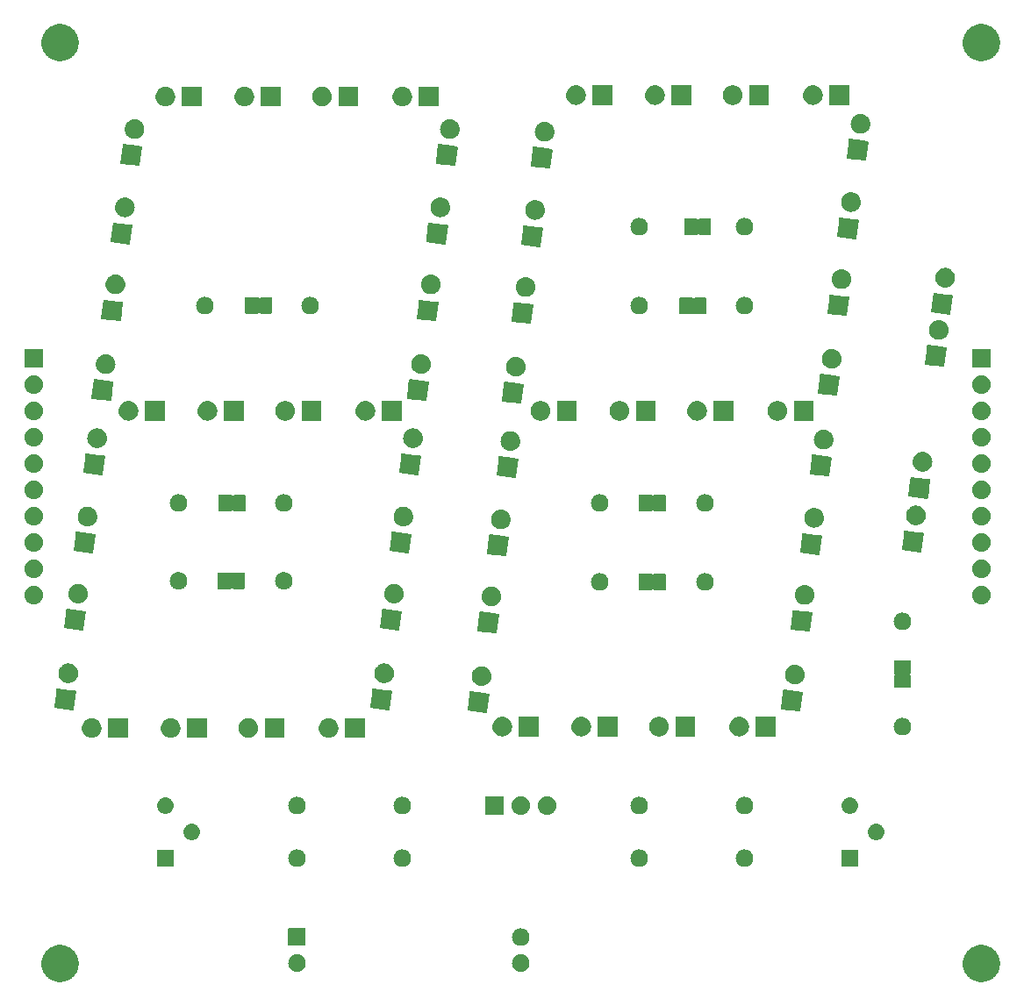
<source format=gbr>
%TF.GenerationSoftware,KiCad,Pcbnew,8.0.9*%
%TF.CreationDate,2025-03-03T18:21:58+11:00*%
%TF.ProjectId,7segment,37736567-6d65-46e7-942e-6b696361645f,rev?*%
%TF.SameCoordinates,PX292dfe0PY1d11680*%
%TF.FileFunction,Soldermask,Top*%
%TF.FilePolarity,Negative*%
%FSLAX46Y46*%
G04 Gerber Fmt 4.6, Leading zero omitted, Abs format (unit mm)*
G04 Created by KiCad (PCBNEW 8.0.9) date 2025-03-03 18:21:58*
%MOMM*%
%LPD*%
G01*
G04 APERTURE LIST*
G04 APERTURE END LIST*
G36*
X65951Y-87104036D02*
G01*
X134589Y-87104036D01*
X196570Y-87113378D01*
X256269Y-87117648D01*
X327044Y-87133044D01*
X400760Y-87144155D01*
X454924Y-87160862D01*
X507305Y-87172257D01*
X581110Y-87199785D01*
X657979Y-87223496D01*
X703658Y-87245493D01*
X748030Y-87262044D01*
X822770Y-87302855D01*
X900500Y-87340288D01*
X937412Y-87365454D01*
X973522Y-87385172D01*
X1046907Y-87440107D01*
X1122905Y-87491922D01*
X1151220Y-87518194D01*
X1179192Y-87539134D01*
X1248708Y-87608650D01*
X1320226Y-87675009D01*
X1340540Y-87700482D01*
X1360865Y-87720807D01*
X1423896Y-87805007D01*
X1488056Y-87885461D01*
X1501317Y-87908429D01*
X1514827Y-87926477D01*
X1568719Y-88025173D01*
X1622645Y-88118575D01*
X1630119Y-88137618D01*
X1637955Y-88151969D01*
X1680138Y-88265066D01*
X1720987Y-88369146D01*
X1724184Y-88383157D01*
X1727742Y-88392694D01*
X1755789Y-88521626D01*
X1780884Y-88631575D01*
X1781502Y-88639830D01*
X1782351Y-88643730D01*
X1793985Y-88806395D01*
X1801000Y-88900000D01*
X1793984Y-88993612D01*
X1782351Y-89156269D01*
X1781502Y-89160168D01*
X1780884Y-89168425D01*
X1755784Y-89278393D01*
X1727742Y-89407305D01*
X1724185Y-89416840D01*
X1720987Y-89430854D01*
X1680131Y-89534952D01*
X1637955Y-89648030D01*
X1630120Y-89662377D01*
X1622645Y-89681425D01*
X1568709Y-89774843D01*
X1514827Y-89873522D01*
X1501319Y-89891565D01*
X1488056Y-89914539D01*
X1423884Y-89995007D01*
X1360865Y-90079192D01*
X1340544Y-90099512D01*
X1320226Y-90124991D01*
X1248694Y-90191362D01*
X1179192Y-90260865D01*
X1151225Y-90281800D01*
X1122905Y-90308078D01*
X1046892Y-90359902D01*
X973522Y-90414827D01*
X937420Y-90434540D01*
X900500Y-90459712D01*
X822755Y-90497151D01*
X748030Y-90537955D01*
X703667Y-90554501D01*
X657979Y-90576504D01*
X581094Y-90600219D01*
X507305Y-90627742D01*
X454935Y-90639134D01*
X400760Y-90655845D01*
X327029Y-90666958D01*
X256269Y-90682351D01*
X196582Y-90686619D01*
X134589Y-90695964D01*
X65937Y-90695964D01*
X0Y-90700680D01*
X-65938Y-90695964D01*
X-134589Y-90695964D01*
X-196582Y-90686620D01*
X-256270Y-90682351D01*
X-327033Y-90666957D01*
X-400760Y-90655845D01*
X-454934Y-90639134D01*
X-507306Y-90627742D01*
X-581101Y-90600217D01*
X-657979Y-90576504D01*
X-703664Y-90554503D01*
X-748031Y-90537955D01*
X-822764Y-90497147D01*
X-900500Y-90459712D01*
X-937417Y-90434542D01*
X-973523Y-90414827D01*
X-1046905Y-90359894D01*
X-1122905Y-90308078D01*
X-1151222Y-90281803D01*
X-1179193Y-90260865D01*
X-1248709Y-90191349D01*
X-1320226Y-90124991D01*
X-1340541Y-90099517D01*
X-1360866Y-90079192D01*
X-1423901Y-89994986D01*
X-1488056Y-89914539D01*
X-1501317Y-89891571D01*
X-1514828Y-89873522D01*
X-1568728Y-89774812D01*
X-1622645Y-89681425D01*
X-1630118Y-89662384D01*
X-1637956Y-89648030D01*
X-1680152Y-89534901D01*
X-1720987Y-89430854D01*
X-1724184Y-89416847D01*
X-1727743Y-89407305D01*
X-1755807Y-89278300D01*
X-1780884Y-89168425D01*
X-1781503Y-89160175D01*
X-1782352Y-89156269D01*
X-1794007Y-88993319D01*
X-1801000Y-88900000D01*
X-1794008Y-88806687D01*
X-1782352Y-88643730D01*
X-1781503Y-88639823D01*
X-1780884Y-88631575D01*
X-1755811Y-88521720D01*
X-1727743Y-88392694D01*
X-1724184Y-88383150D01*
X-1720987Y-88369146D01*
X-1680160Y-88265118D01*
X-1637956Y-88151969D01*
X-1630117Y-88137612D01*
X-1622645Y-88118575D01*
X-1568738Y-88025205D01*
X-1514828Y-87926477D01*
X-1501314Y-87908424D01*
X-1488056Y-87885461D01*
X-1423914Y-87805028D01*
X-1360866Y-87720807D01*
X-1340537Y-87700477D01*
X-1320226Y-87675009D01*
X-1248723Y-87608663D01*
X-1179193Y-87539134D01*
X-1151217Y-87518190D01*
X-1122905Y-87491922D01*
X-1046920Y-87440115D01*
X-973523Y-87385172D01*
X-937409Y-87365452D01*
X-900500Y-87340288D01*
X-822780Y-87302859D01*
X-748031Y-87262044D01*
X-703655Y-87245492D01*
X-657979Y-87223496D01*
X-581116Y-87199787D01*
X-507306Y-87172257D01*
X-454923Y-87160861D01*
X-400760Y-87144155D01*
X-327048Y-87133044D01*
X-256270Y-87117648D01*
X-196570Y-87113378D01*
X-134589Y-87104036D01*
X-65952Y-87104036D01*
X0Y-87099319D01*
X65951Y-87104036D01*
G37*
G36*
X88965951Y-87104036D02*
G01*
X89034589Y-87104036D01*
X89096570Y-87113378D01*
X89156269Y-87117648D01*
X89227044Y-87133044D01*
X89300760Y-87144155D01*
X89354924Y-87160862D01*
X89407305Y-87172257D01*
X89481110Y-87199785D01*
X89557979Y-87223496D01*
X89603658Y-87245493D01*
X89648030Y-87262044D01*
X89722770Y-87302855D01*
X89800500Y-87340288D01*
X89837412Y-87365454D01*
X89873522Y-87385172D01*
X89946907Y-87440107D01*
X90022905Y-87491922D01*
X90051220Y-87518194D01*
X90079192Y-87539134D01*
X90148708Y-87608650D01*
X90220226Y-87675009D01*
X90240540Y-87700482D01*
X90260865Y-87720807D01*
X90323896Y-87805007D01*
X90388056Y-87885461D01*
X90401317Y-87908429D01*
X90414827Y-87926477D01*
X90468719Y-88025173D01*
X90522645Y-88118575D01*
X90530119Y-88137618D01*
X90537955Y-88151969D01*
X90580138Y-88265066D01*
X90620987Y-88369146D01*
X90624184Y-88383157D01*
X90627742Y-88392694D01*
X90655789Y-88521626D01*
X90680884Y-88631575D01*
X90681502Y-88639830D01*
X90682351Y-88643730D01*
X90693985Y-88806395D01*
X90701000Y-88900000D01*
X90693984Y-88993612D01*
X90682351Y-89156269D01*
X90681502Y-89160168D01*
X90680884Y-89168425D01*
X90655784Y-89278393D01*
X90627742Y-89407305D01*
X90624185Y-89416840D01*
X90620987Y-89430854D01*
X90580131Y-89534952D01*
X90537955Y-89648030D01*
X90530120Y-89662377D01*
X90522645Y-89681425D01*
X90468709Y-89774843D01*
X90414827Y-89873522D01*
X90401319Y-89891565D01*
X90388056Y-89914539D01*
X90323884Y-89995007D01*
X90260865Y-90079192D01*
X90240544Y-90099512D01*
X90220226Y-90124991D01*
X90148694Y-90191362D01*
X90079192Y-90260865D01*
X90051225Y-90281800D01*
X90022905Y-90308078D01*
X89946892Y-90359902D01*
X89873522Y-90414827D01*
X89837420Y-90434540D01*
X89800500Y-90459712D01*
X89722755Y-90497151D01*
X89648030Y-90537955D01*
X89603667Y-90554501D01*
X89557979Y-90576504D01*
X89481094Y-90600219D01*
X89407305Y-90627742D01*
X89354935Y-90639134D01*
X89300760Y-90655845D01*
X89227029Y-90666958D01*
X89156269Y-90682351D01*
X89096582Y-90686619D01*
X89034589Y-90695964D01*
X88965937Y-90695964D01*
X88900000Y-90700680D01*
X88834062Y-90695964D01*
X88765411Y-90695964D01*
X88703418Y-90686620D01*
X88643730Y-90682351D01*
X88572967Y-90666957D01*
X88499240Y-90655845D01*
X88445066Y-90639134D01*
X88392694Y-90627742D01*
X88318899Y-90600217D01*
X88242021Y-90576504D01*
X88196336Y-90554503D01*
X88151969Y-90537955D01*
X88077236Y-90497147D01*
X87999500Y-90459712D01*
X87962583Y-90434542D01*
X87926477Y-90414827D01*
X87853095Y-90359894D01*
X87777095Y-90308078D01*
X87748778Y-90281803D01*
X87720807Y-90260865D01*
X87651291Y-90191349D01*
X87579774Y-90124991D01*
X87559459Y-90099517D01*
X87539134Y-90079192D01*
X87476099Y-89994986D01*
X87411944Y-89914539D01*
X87398683Y-89891571D01*
X87385172Y-89873522D01*
X87331272Y-89774812D01*
X87277355Y-89681425D01*
X87269882Y-89662384D01*
X87262044Y-89648030D01*
X87219848Y-89534901D01*
X87179013Y-89430854D01*
X87175816Y-89416847D01*
X87172257Y-89407305D01*
X87144193Y-89278300D01*
X87119116Y-89168425D01*
X87118497Y-89160175D01*
X87117648Y-89156269D01*
X87105993Y-88993319D01*
X87099000Y-88900000D01*
X87105992Y-88806687D01*
X87117648Y-88643730D01*
X87118497Y-88639823D01*
X87119116Y-88631575D01*
X87144189Y-88521720D01*
X87172257Y-88392694D01*
X87175816Y-88383150D01*
X87179013Y-88369146D01*
X87219840Y-88265118D01*
X87262044Y-88151969D01*
X87269883Y-88137612D01*
X87277355Y-88118575D01*
X87331262Y-88025205D01*
X87385172Y-87926477D01*
X87398686Y-87908424D01*
X87411944Y-87885461D01*
X87476086Y-87805028D01*
X87539134Y-87720807D01*
X87559463Y-87700477D01*
X87579774Y-87675009D01*
X87651277Y-87608663D01*
X87720807Y-87539134D01*
X87748783Y-87518190D01*
X87777095Y-87491922D01*
X87853080Y-87440115D01*
X87926477Y-87385172D01*
X87962591Y-87365452D01*
X87999500Y-87340288D01*
X88077220Y-87302859D01*
X88151969Y-87262044D01*
X88196345Y-87245492D01*
X88242021Y-87223496D01*
X88318884Y-87199787D01*
X88392694Y-87172257D01*
X88445077Y-87160861D01*
X88499240Y-87144155D01*
X88572952Y-87133044D01*
X88643730Y-87117648D01*
X88703430Y-87113378D01*
X88765411Y-87104036D01*
X88834048Y-87104036D01*
X88900000Y-87099319D01*
X88965951Y-87104036D01*
G37*
G36*
X22901199Y-88013662D02*
G01*
X22948954Y-88013662D01*
X22990194Y-88022427D01*
X23025901Y-88025945D01*
X23070759Y-88039552D01*
X23122973Y-88050651D01*
X23156384Y-88065526D01*
X23185435Y-88074339D01*
X23231602Y-88099015D01*
X23285500Y-88123012D01*
X23310554Y-88141215D01*
X23332453Y-88152920D01*
X23377128Y-88189584D01*
X23429430Y-88227584D01*
X23446411Y-88246443D01*
X23461320Y-88258679D01*
X23501387Y-88307501D01*
X23548473Y-88359795D01*
X23558364Y-88376927D01*
X23567079Y-88387546D01*
X23599306Y-88447840D01*
X23637427Y-88513867D01*
X23641813Y-88527368D01*
X23645660Y-88534564D01*
X23666861Y-88604455D01*
X23692404Y-88683067D01*
X23693303Y-88691623D01*
X23694054Y-88694098D01*
X23701371Y-88768389D01*
X23711000Y-88860000D01*
X23701370Y-88951619D01*
X23694054Y-89025901D01*
X23693303Y-89028375D01*
X23692404Y-89036933D01*
X23666856Y-89115558D01*
X23645660Y-89185435D01*
X23641814Y-89192629D01*
X23637427Y-89206133D01*
X23599299Y-89272172D01*
X23567079Y-89332453D01*
X23558366Y-89343069D01*
X23548473Y-89360205D01*
X23501378Y-89412509D01*
X23461320Y-89461320D01*
X23446414Y-89473552D01*
X23429430Y-89492416D01*
X23377118Y-89530423D01*
X23332453Y-89567079D01*
X23310559Y-89578780D01*
X23285500Y-89596988D01*
X23231591Y-89620989D01*
X23185435Y-89645660D01*
X23156391Y-89654470D01*
X23122973Y-89669349D01*
X23070748Y-89680449D01*
X23025901Y-89694054D01*
X22990203Y-89697570D01*
X22948954Y-89706338D01*
X22901188Y-89706338D01*
X22860000Y-89710395D01*
X22818811Y-89706338D01*
X22771046Y-89706338D01*
X22729797Y-89697570D01*
X22694098Y-89694054D01*
X22649248Y-89680448D01*
X22597027Y-89669349D01*
X22563610Y-89654471D01*
X22534564Y-89645660D01*
X22488402Y-89620986D01*
X22434500Y-89596988D01*
X22409443Y-89578783D01*
X22387546Y-89567079D01*
X22342873Y-89530416D01*
X22290570Y-89492416D01*
X22273588Y-89473555D01*
X22258679Y-89461320D01*
X22218610Y-89412496D01*
X22171527Y-89360205D01*
X22161636Y-89343073D01*
X22152920Y-89332453D01*
X22120687Y-89272148D01*
X22082573Y-89206133D01*
X22078186Y-89192634D01*
X22074339Y-89185435D01*
X22053128Y-89115512D01*
X22027596Y-89036933D01*
X22026697Y-89028380D01*
X22025945Y-89025901D01*
X22018613Y-88951467D01*
X22009000Y-88860000D01*
X22018612Y-88768540D01*
X22025945Y-88694098D01*
X22026697Y-88691618D01*
X22027596Y-88683067D01*
X22053123Y-88604502D01*
X22074339Y-88534564D01*
X22078187Y-88527363D01*
X22082573Y-88513867D01*
X22120680Y-88447863D01*
X22152920Y-88387546D01*
X22161638Y-88376923D01*
X22171527Y-88359795D01*
X22218601Y-88307513D01*
X22258679Y-88258679D01*
X22273591Y-88246440D01*
X22290570Y-88227584D01*
X22342862Y-88189591D01*
X22387546Y-88152920D01*
X22409448Y-88141213D01*
X22434500Y-88123012D01*
X22488391Y-88099018D01*
X22534564Y-88074339D01*
X22563617Y-88065525D01*
X22597027Y-88050651D01*
X22649237Y-88039553D01*
X22694098Y-88025945D01*
X22729806Y-88022427D01*
X22771046Y-88013662D01*
X22818801Y-88013662D01*
X22860000Y-88009604D01*
X22901199Y-88013662D01*
G37*
G36*
X44491199Y-88013662D02*
G01*
X44538954Y-88013662D01*
X44580194Y-88022427D01*
X44615901Y-88025945D01*
X44660759Y-88039552D01*
X44712973Y-88050651D01*
X44746384Y-88065526D01*
X44775435Y-88074339D01*
X44821602Y-88099015D01*
X44875500Y-88123012D01*
X44900554Y-88141215D01*
X44922453Y-88152920D01*
X44967128Y-88189584D01*
X45019430Y-88227584D01*
X45036411Y-88246443D01*
X45051320Y-88258679D01*
X45091387Y-88307501D01*
X45138473Y-88359795D01*
X45148364Y-88376927D01*
X45157079Y-88387546D01*
X45189306Y-88447840D01*
X45227427Y-88513867D01*
X45231813Y-88527368D01*
X45235660Y-88534564D01*
X45256861Y-88604455D01*
X45282404Y-88683067D01*
X45283303Y-88691623D01*
X45284054Y-88694098D01*
X45291371Y-88768389D01*
X45301000Y-88860000D01*
X45291370Y-88951619D01*
X45284054Y-89025901D01*
X45283303Y-89028375D01*
X45282404Y-89036933D01*
X45256856Y-89115558D01*
X45235660Y-89185435D01*
X45231814Y-89192629D01*
X45227427Y-89206133D01*
X45189299Y-89272172D01*
X45157079Y-89332453D01*
X45148366Y-89343069D01*
X45138473Y-89360205D01*
X45091378Y-89412509D01*
X45051320Y-89461320D01*
X45036414Y-89473552D01*
X45019430Y-89492416D01*
X44967118Y-89530423D01*
X44922453Y-89567079D01*
X44900559Y-89578780D01*
X44875500Y-89596988D01*
X44821591Y-89620989D01*
X44775435Y-89645660D01*
X44746391Y-89654470D01*
X44712973Y-89669349D01*
X44660748Y-89680449D01*
X44615901Y-89694054D01*
X44580203Y-89697570D01*
X44538954Y-89706338D01*
X44491188Y-89706338D01*
X44450000Y-89710395D01*
X44408811Y-89706338D01*
X44361046Y-89706338D01*
X44319797Y-89697570D01*
X44284098Y-89694054D01*
X44239248Y-89680448D01*
X44187027Y-89669349D01*
X44153610Y-89654471D01*
X44124564Y-89645660D01*
X44078402Y-89620986D01*
X44024500Y-89596988D01*
X43999443Y-89578783D01*
X43977546Y-89567079D01*
X43932873Y-89530416D01*
X43880570Y-89492416D01*
X43863588Y-89473555D01*
X43848679Y-89461320D01*
X43808610Y-89412496D01*
X43761527Y-89360205D01*
X43751636Y-89343073D01*
X43742920Y-89332453D01*
X43710687Y-89272148D01*
X43672573Y-89206133D01*
X43668186Y-89192634D01*
X43664339Y-89185435D01*
X43643128Y-89115512D01*
X43617596Y-89036933D01*
X43616697Y-89028380D01*
X43615945Y-89025901D01*
X43608613Y-88951467D01*
X43599000Y-88860000D01*
X43608612Y-88768540D01*
X43615945Y-88694098D01*
X43616697Y-88691618D01*
X43617596Y-88683067D01*
X43643123Y-88604502D01*
X43664339Y-88534564D01*
X43668187Y-88527363D01*
X43672573Y-88513867D01*
X43710680Y-88447863D01*
X43742920Y-88387546D01*
X43751638Y-88376923D01*
X43761527Y-88359795D01*
X43808601Y-88307513D01*
X43848679Y-88258679D01*
X43863591Y-88246440D01*
X43880570Y-88227584D01*
X43932862Y-88189591D01*
X43977546Y-88152920D01*
X43999448Y-88141213D01*
X44024500Y-88123012D01*
X44078391Y-88099018D01*
X44124564Y-88074339D01*
X44153617Y-88065525D01*
X44187027Y-88050651D01*
X44239237Y-88039553D01*
X44284098Y-88025945D01*
X44319806Y-88022427D01*
X44361046Y-88013662D01*
X44408801Y-88013662D01*
X44450000Y-88009604D01*
X44491199Y-88013662D01*
G37*
G36*
X23679517Y-85512882D02*
G01*
X23696062Y-85523938D01*
X23707118Y-85540483D01*
X23711000Y-85560000D01*
X23711000Y-87160000D01*
X23707118Y-87179517D01*
X23696062Y-87196062D01*
X23679517Y-87207118D01*
X23660000Y-87211000D01*
X22060000Y-87211000D01*
X22040483Y-87207118D01*
X22023938Y-87196062D01*
X22012882Y-87179517D01*
X22009000Y-87160000D01*
X22009000Y-85560000D01*
X22012882Y-85540483D01*
X22023938Y-85523938D01*
X22040483Y-85512882D01*
X22060000Y-85509000D01*
X23660000Y-85509000D01*
X23679517Y-85512882D01*
G37*
G36*
X44491199Y-85513662D02*
G01*
X44538954Y-85513662D01*
X44580194Y-85522427D01*
X44615901Y-85525945D01*
X44660759Y-85539552D01*
X44712973Y-85550651D01*
X44746384Y-85565526D01*
X44775435Y-85574339D01*
X44821602Y-85599015D01*
X44875500Y-85623012D01*
X44900554Y-85641215D01*
X44922453Y-85652920D01*
X44967128Y-85689584D01*
X45019430Y-85727584D01*
X45036411Y-85746443D01*
X45051320Y-85758679D01*
X45091387Y-85807501D01*
X45138473Y-85859795D01*
X45148364Y-85876927D01*
X45157079Y-85887546D01*
X45189306Y-85947840D01*
X45227427Y-86013867D01*
X45231813Y-86027368D01*
X45235660Y-86034564D01*
X45256861Y-86104455D01*
X45282404Y-86183067D01*
X45283303Y-86191623D01*
X45284054Y-86194098D01*
X45291371Y-86268389D01*
X45301000Y-86360000D01*
X45291370Y-86451619D01*
X45284054Y-86525901D01*
X45283303Y-86528375D01*
X45282404Y-86536933D01*
X45256856Y-86615558D01*
X45235660Y-86685435D01*
X45231814Y-86692629D01*
X45227427Y-86706133D01*
X45189299Y-86772172D01*
X45157079Y-86832453D01*
X45148366Y-86843069D01*
X45138473Y-86860205D01*
X45091378Y-86912509D01*
X45051320Y-86961320D01*
X45036414Y-86973552D01*
X45019430Y-86992416D01*
X44967118Y-87030423D01*
X44922453Y-87067079D01*
X44900559Y-87078780D01*
X44875500Y-87096988D01*
X44821591Y-87120989D01*
X44775435Y-87145660D01*
X44746391Y-87154470D01*
X44712973Y-87169349D01*
X44660748Y-87180449D01*
X44615901Y-87194054D01*
X44580203Y-87197570D01*
X44538954Y-87206338D01*
X44491188Y-87206338D01*
X44450000Y-87210395D01*
X44408811Y-87206338D01*
X44361046Y-87206338D01*
X44319797Y-87197570D01*
X44284098Y-87194054D01*
X44239248Y-87180448D01*
X44187027Y-87169349D01*
X44153610Y-87154471D01*
X44124564Y-87145660D01*
X44078402Y-87120986D01*
X44024500Y-87096988D01*
X43999443Y-87078783D01*
X43977546Y-87067079D01*
X43932873Y-87030416D01*
X43880570Y-86992416D01*
X43863588Y-86973555D01*
X43848679Y-86961320D01*
X43808610Y-86912496D01*
X43761527Y-86860205D01*
X43751636Y-86843073D01*
X43742920Y-86832453D01*
X43710687Y-86772148D01*
X43672573Y-86706133D01*
X43668186Y-86692634D01*
X43664339Y-86685435D01*
X43643128Y-86615512D01*
X43617596Y-86536933D01*
X43616697Y-86528380D01*
X43615945Y-86525901D01*
X43608613Y-86451467D01*
X43599000Y-86360000D01*
X43608612Y-86268540D01*
X43615945Y-86194098D01*
X43616697Y-86191618D01*
X43617596Y-86183067D01*
X43643123Y-86104502D01*
X43664339Y-86034564D01*
X43668187Y-86027363D01*
X43672573Y-86013867D01*
X43710680Y-85947863D01*
X43742920Y-85887546D01*
X43751638Y-85876923D01*
X43761527Y-85859795D01*
X43808601Y-85807513D01*
X43848679Y-85758679D01*
X43863591Y-85746440D01*
X43880570Y-85727584D01*
X43932862Y-85689591D01*
X43977546Y-85652920D01*
X43999448Y-85641213D01*
X44024500Y-85623012D01*
X44078391Y-85599018D01*
X44124564Y-85574339D01*
X44153617Y-85565525D01*
X44187027Y-85550651D01*
X44239237Y-85539553D01*
X44284098Y-85525945D01*
X44319806Y-85522427D01*
X44361046Y-85513662D01*
X44408801Y-85513662D01*
X44450000Y-85509604D01*
X44491199Y-85513662D01*
G37*
G36*
X22901199Y-77893662D02*
G01*
X22948954Y-77893662D01*
X22990194Y-77902427D01*
X23025901Y-77905945D01*
X23070759Y-77919552D01*
X23122973Y-77930651D01*
X23156384Y-77945526D01*
X23185435Y-77954339D01*
X23231602Y-77979015D01*
X23285500Y-78003012D01*
X23310554Y-78021215D01*
X23332453Y-78032920D01*
X23377128Y-78069584D01*
X23429430Y-78107584D01*
X23446411Y-78126443D01*
X23461320Y-78138679D01*
X23501387Y-78187501D01*
X23548473Y-78239795D01*
X23558364Y-78256927D01*
X23567079Y-78267546D01*
X23599306Y-78327840D01*
X23637427Y-78393867D01*
X23641813Y-78407368D01*
X23645660Y-78414564D01*
X23666861Y-78484455D01*
X23692404Y-78563067D01*
X23693303Y-78571623D01*
X23694054Y-78574098D01*
X23701371Y-78648389D01*
X23711000Y-78740000D01*
X23701370Y-78831619D01*
X23694054Y-78905901D01*
X23693303Y-78908375D01*
X23692404Y-78916933D01*
X23666856Y-78995558D01*
X23645660Y-79065435D01*
X23641814Y-79072629D01*
X23637427Y-79086133D01*
X23599299Y-79152172D01*
X23567079Y-79212453D01*
X23558366Y-79223069D01*
X23548473Y-79240205D01*
X23501378Y-79292509D01*
X23461320Y-79341320D01*
X23446414Y-79353552D01*
X23429430Y-79372416D01*
X23377118Y-79410423D01*
X23332453Y-79447079D01*
X23310559Y-79458780D01*
X23285500Y-79476988D01*
X23231591Y-79500989D01*
X23185435Y-79525660D01*
X23156391Y-79534470D01*
X23122973Y-79549349D01*
X23070748Y-79560449D01*
X23025901Y-79574054D01*
X22990203Y-79577570D01*
X22948954Y-79586338D01*
X22901188Y-79586338D01*
X22860000Y-79590395D01*
X22818811Y-79586338D01*
X22771046Y-79586338D01*
X22729797Y-79577570D01*
X22694098Y-79574054D01*
X22649248Y-79560448D01*
X22597027Y-79549349D01*
X22563610Y-79534471D01*
X22534564Y-79525660D01*
X22488402Y-79500986D01*
X22434500Y-79476988D01*
X22409443Y-79458783D01*
X22387546Y-79447079D01*
X22342873Y-79410416D01*
X22290570Y-79372416D01*
X22273588Y-79353555D01*
X22258679Y-79341320D01*
X22218610Y-79292496D01*
X22171527Y-79240205D01*
X22161636Y-79223073D01*
X22152920Y-79212453D01*
X22120687Y-79152148D01*
X22082573Y-79086133D01*
X22078186Y-79072634D01*
X22074339Y-79065435D01*
X22053128Y-78995512D01*
X22027596Y-78916933D01*
X22026697Y-78908380D01*
X22025945Y-78905901D01*
X22018613Y-78831467D01*
X22009000Y-78740000D01*
X22018612Y-78648540D01*
X22025945Y-78574098D01*
X22026697Y-78571618D01*
X22027596Y-78563067D01*
X22053123Y-78484502D01*
X22074339Y-78414564D01*
X22078187Y-78407363D01*
X22082573Y-78393867D01*
X22120680Y-78327863D01*
X22152920Y-78267546D01*
X22161638Y-78256923D01*
X22171527Y-78239795D01*
X22218601Y-78187513D01*
X22258679Y-78138679D01*
X22273591Y-78126440D01*
X22290570Y-78107584D01*
X22342862Y-78069591D01*
X22387546Y-78032920D01*
X22409448Y-78021213D01*
X22434500Y-78003012D01*
X22488391Y-77979018D01*
X22534564Y-77954339D01*
X22563617Y-77945525D01*
X22597027Y-77930651D01*
X22649237Y-77919553D01*
X22694098Y-77905945D01*
X22729806Y-77902427D01*
X22771046Y-77893662D01*
X22818801Y-77893662D01*
X22860000Y-77889604D01*
X22901199Y-77893662D01*
G37*
G36*
X33061199Y-77893662D02*
G01*
X33108954Y-77893662D01*
X33150194Y-77902427D01*
X33185901Y-77905945D01*
X33230759Y-77919552D01*
X33282973Y-77930651D01*
X33316384Y-77945526D01*
X33345435Y-77954339D01*
X33391602Y-77979015D01*
X33445500Y-78003012D01*
X33470554Y-78021215D01*
X33492453Y-78032920D01*
X33537128Y-78069584D01*
X33589430Y-78107584D01*
X33606411Y-78126443D01*
X33621320Y-78138679D01*
X33661387Y-78187501D01*
X33708473Y-78239795D01*
X33718364Y-78256927D01*
X33727079Y-78267546D01*
X33759306Y-78327840D01*
X33797427Y-78393867D01*
X33801813Y-78407368D01*
X33805660Y-78414564D01*
X33826861Y-78484455D01*
X33852404Y-78563067D01*
X33853303Y-78571623D01*
X33854054Y-78574098D01*
X33861371Y-78648389D01*
X33871000Y-78740000D01*
X33861370Y-78831619D01*
X33854054Y-78905901D01*
X33853303Y-78908375D01*
X33852404Y-78916933D01*
X33826856Y-78995558D01*
X33805660Y-79065435D01*
X33801814Y-79072629D01*
X33797427Y-79086133D01*
X33759299Y-79152172D01*
X33727079Y-79212453D01*
X33718366Y-79223069D01*
X33708473Y-79240205D01*
X33661378Y-79292509D01*
X33621320Y-79341320D01*
X33606414Y-79353552D01*
X33589430Y-79372416D01*
X33537118Y-79410423D01*
X33492453Y-79447079D01*
X33470559Y-79458780D01*
X33445500Y-79476988D01*
X33391591Y-79500989D01*
X33345435Y-79525660D01*
X33316391Y-79534470D01*
X33282973Y-79549349D01*
X33230748Y-79560449D01*
X33185901Y-79574054D01*
X33150203Y-79577570D01*
X33108954Y-79586338D01*
X33061188Y-79586338D01*
X33020000Y-79590395D01*
X32978811Y-79586338D01*
X32931046Y-79586338D01*
X32889797Y-79577570D01*
X32854098Y-79574054D01*
X32809248Y-79560448D01*
X32757027Y-79549349D01*
X32723610Y-79534471D01*
X32694564Y-79525660D01*
X32648402Y-79500986D01*
X32594500Y-79476988D01*
X32569443Y-79458783D01*
X32547546Y-79447079D01*
X32502873Y-79410416D01*
X32450570Y-79372416D01*
X32433588Y-79353555D01*
X32418679Y-79341320D01*
X32378610Y-79292496D01*
X32331527Y-79240205D01*
X32321636Y-79223073D01*
X32312920Y-79212453D01*
X32280687Y-79152148D01*
X32242573Y-79086133D01*
X32238186Y-79072634D01*
X32234339Y-79065435D01*
X32213128Y-78995512D01*
X32187596Y-78916933D01*
X32186697Y-78908380D01*
X32185945Y-78905901D01*
X32178613Y-78831467D01*
X32169000Y-78740000D01*
X32178612Y-78648540D01*
X32185945Y-78574098D01*
X32186697Y-78571618D01*
X32187596Y-78563067D01*
X32213123Y-78484502D01*
X32234339Y-78414564D01*
X32238187Y-78407363D01*
X32242573Y-78393867D01*
X32280680Y-78327863D01*
X32312920Y-78267546D01*
X32321638Y-78256923D01*
X32331527Y-78239795D01*
X32378601Y-78187513D01*
X32418679Y-78138679D01*
X32433591Y-78126440D01*
X32450570Y-78107584D01*
X32502862Y-78069591D01*
X32547546Y-78032920D01*
X32569448Y-78021213D01*
X32594500Y-78003012D01*
X32648391Y-77979018D01*
X32694564Y-77954339D01*
X32723617Y-77945525D01*
X32757027Y-77930651D01*
X32809237Y-77919553D01*
X32854098Y-77905945D01*
X32889806Y-77902427D01*
X32931046Y-77893662D01*
X32978801Y-77893662D01*
X33020000Y-77889604D01*
X33061199Y-77893662D01*
G37*
G36*
X55921199Y-77893662D02*
G01*
X55968954Y-77893662D01*
X56010194Y-77902427D01*
X56045901Y-77905945D01*
X56090759Y-77919552D01*
X56142973Y-77930651D01*
X56176384Y-77945526D01*
X56205435Y-77954339D01*
X56251602Y-77979015D01*
X56305500Y-78003012D01*
X56330554Y-78021215D01*
X56352453Y-78032920D01*
X56397128Y-78069584D01*
X56449430Y-78107584D01*
X56466411Y-78126443D01*
X56481320Y-78138679D01*
X56521387Y-78187501D01*
X56568473Y-78239795D01*
X56578364Y-78256927D01*
X56587079Y-78267546D01*
X56619306Y-78327840D01*
X56657427Y-78393867D01*
X56661813Y-78407368D01*
X56665660Y-78414564D01*
X56686861Y-78484455D01*
X56712404Y-78563067D01*
X56713303Y-78571623D01*
X56714054Y-78574098D01*
X56721371Y-78648389D01*
X56731000Y-78740000D01*
X56721370Y-78831619D01*
X56714054Y-78905901D01*
X56713303Y-78908375D01*
X56712404Y-78916933D01*
X56686856Y-78995558D01*
X56665660Y-79065435D01*
X56661814Y-79072629D01*
X56657427Y-79086133D01*
X56619299Y-79152172D01*
X56587079Y-79212453D01*
X56578366Y-79223069D01*
X56568473Y-79240205D01*
X56521378Y-79292509D01*
X56481320Y-79341320D01*
X56466414Y-79353552D01*
X56449430Y-79372416D01*
X56397118Y-79410423D01*
X56352453Y-79447079D01*
X56330559Y-79458780D01*
X56305500Y-79476988D01*
X56251591Y-79500989D01*
X56205435Y-79525660D01*
X56176391Y-79534470D01*
X56142973Y-79549349D01*
X56090748Y-79560449D01*
X56045901Y-79574054D01*
X56010203Y-79577570D01*
X55968954Y-79586338D01*
X55921188Y-79586338D01*
X55880000Y-79590395D01*
X55838811Y-79586338D01*
X55791046Y-79586338D01*
X55749797Y-79577570D01*
X55714098Y-79574054D01*
X55669248Y-79560448D01*
X55617027Y-79549349D01*
X55583610Y-79534471D01*
X55554564Y-79525660D01*
X55508402Y-79500986D01*
X55454500Y-79476988D01*
X55429443Y-79458783D01*
X55407546Y-79447079D01*
X55362873Y-79410416D01*
X55310570Y-79372416D01*
X55293588Y-79353555D01*
X55278679Y-79341320D01*
X55238610Y-79292496D01*
X55191527Y-79240205D01*
X55181636Y-79223073D01*
X55172920Y-79212453D01*
X55140687Y-79152148D01*
X55102573Y-79086133D01*
X55098186Y-79072634D01*
X55094339Y-79065435D01*
X55073128Y-78995512D01*
X55047596Y-78916933D01*
X55046697Y-78908380D01*
X55045945Y-78905901D01*
X55038613Y-78831467D01*
X55029000Y-78740000D01*
X55038612Y-78648540D01*
X55045945Y-78574098D01*
X55046697Y-78571618D01*
X55047596Y-78563067D01*
X55073123Y-78484502D01*
X55094339Y-78414564D01*
X55098187Y-78407363D01*
X55102573Y-78393867D01*
X55140680Y-78327863D01*
X55172920Y-78267546D01*
X55181638Y-78256923D01*
X55191527Y-78239795D01*
X55238601Y-78187513D01*
X55278679Y-78138679D01*
X55293591Y-78126440D01*
X55310570Y-78107584D01*
X55362862Y-78069591D01*
X55407546Y-78032920D01*
X55429448Y-78021213D01*
X55454500Y-78003012D01*
X55508391Y-77979018D01*
X55554564Y-77954339D01*
X55583617Y-77945525D01*
X55617027Y-77930651D01*
X55669237Y-77919553D01*
X55714098Y-77905945D01*
X55749806Y-77902427D01*
X55791046Y-77893662D01*
X55838801Y-77893662D01*
X55880000Y-77889604D01*
X55921199Y-77893662D01*
G37*
G36*
X66081199Y-77893662D02*
G01*
X66128954Y-77893662D01*
X66170194Y-77902427D01*
X66205901Y-77905945D01*
X66250759Y-77919552D01*
X66302973Y-77930651D01*
X66336384Y-77945526D01*
X66365435Y-77954339D01*
X66411602Y-77979015D01*
X66465500Y-78003012D01*
X66490554Y-78021215D01*
X66512453Y-78032920D01*
X66557128Y-78069584D01*
X66609430Y-78107584D01*
X66626411Y-78126443D01*
X66641320Y-78138679D01*
X66681387Y-78187501D01*
X66728473Y-78239795D01*
X66738364Y-78256927D01*
X66747079Y-78267546D01*
X66779306Y-78327840D01*
X66817427Y-78393867D01*
X66821813Y-78407368D01*
X66825660Y-78414564D01*
X66846861Y-78484455D01*
X66872404Y-78563067D01*
X66873303Y-78571623D01*
X66874054Y-78574098D01*
X66881371Y-78648389D01*
X66891000Y-78740000D01*
X66881370Y-78831619D01*
X66874054Y-78905901D01*
X66873303Y-78908375D01*
X66872404Y-78916933D01*
X66846856Y-78995558D01*
X66825660Y-79065435D01*
X66821814Y-79072629D01*
X66817427Y-79086133D01*
X66779299Y-79152172D01*
X66747079Y-79212453D01*
X66738366Y-79223069D01*
X66728473Y-79240205D01*
X66681378Y-79292509D01*
X66641320Y-79341320D01*
X66626414Y-79353552D01*
X66609430Y-79372416D01*
X66557118Y-79410423D01*
X66512453Y-79447079D01*
X66490559Y-79458780D01*
X66465500Y-79476988D01*
X66411591Y-79500989D01*
X66365435Y-79525660D01*
X66336391Y-79534470D01*
X66302973Y-79549349D01*
X66250748Y-79560449D01*
X66205901Y-79574054D01*
X66170203Y-79577570D01*
X66128954Y-79586338D01*
X66081188Y-79586338D01*
X66040000Y-79590395D01*
X65998811Y-79586338D01*
X65951046Y-79586338D01*
X65909797Y-79577570D01*
X65874098Y-79574054D01*
X65829248Y-79560448D01*
X65777027Y-79549349D01*
X65743610Y-79534471D01*
X65714564Y-79525660D01*
X65668402Y-79500986D01*
X65614500Y-79476988D01*
X65589443Y-79458783D01*
X65567546Y-79447079D01*
X65522873Y-79410416D01*
X65470570Y-79372416D01*
X65453588Y-79353555D01*
X65438679Y-79341320D01*
X65398610Y-79292496D01*
X65351527Y-79240205D01*
X65341636Y-79223073D01*
X65332920Y-79212453D01*
X65300687Y-79152148D01*
X65262573Y-79086133D01*
X65258186Y-79072634D01*
X65254339Y-79065435D01*
X65233128Y-78995512D01*
X65207596Y-78916933D01*
X65206697Y-78908380D01*
X65205945Y-78905901D01*
X65198613Y-78831467D01*
X65189000Y-78740000D01*
X65198612Y-78648540D01*
X65205945Y-78574098D01*
X65206697Y-78571618D01*
X65207596Y-78563067D01*
X65233123Y-78484502D01*
X65254339Y-78414564D01*
X65258187Y-78407363D01*
X65262573Y-78393867D01*
X65300680Y-78327863D01*
X65332920Y-78267546D01*
X65341638Y-78256923D01*
X65351527Y-78239795D01*
X65398601Y-78187513D01*
X65438679Y-78138679D01*
X65453591Y-78126440D01*
X65470570Y-78107584D01*
X65522862Y-78069591D01*
X65567546Y-78032920D01*
X65589448Y-78021213D01*
X65614500Y-78003012D01*
X65668391Y-77979018D01*
X65714564Y-77954339D01*
X65743617Y-77945525D01*
X65777027Y-77930651D01*
X65829237Y-77919553D01*
X65874098Y-77905945D01*
X65909806Y-77902427D01*
X65951046Y-77893662D01*
X65998801Y-77893662D01*
X66040000Y-77889604D01*
X66081199Y-77893662D01*
G37*
G36*
X10929517Y-77942882D02*
G01*
X10946062Y-77953938D01*
X10957118Y-77970483D01*
X10961000Y-77990000D01*
X10961000Y-79490000D01*
X10957118Y-79509517D01*
X10946062Y-79526062D01*
X10929517Y-79537118D01*
X10910000Y-79541000D01*
X9410000Y-79541000D01*
X9390483Y-79537118D01*
X9373938Y-79526062D01*
X9362882Y-79509517D01*
X9359000Y-79490000D01*
X9359000Y-77990000D01*
X9362882Y-77970483D01*
X9373938Y-77953938D01*
X9390483Y-77942882D01*
X9410000Y-77939000D01*
X10910000Y-77939000D01*
X10929517Y-77942882D01*
G37*
G36*
X76969517Y-77942882D02*
G01*
X76986062Y-77953938D01*
X76997118Y-77970483D01*
X77001000Y-77990000D01*
X77001000Y-79490000D01*
X76997118Y-79509517D01*
X76986062Y-79526062D01*
X76969517Y-79537118D01*
X76950000Y-79541000D01*
X75450000Y-79541000D01*
X75430483Y-79537118D01*
X75413938Y-79526062D01*
X75402882Y-79509517D01*
X75399000Y-79490000D01*
X75399000Y-77990000D01*
X75402882Y-77970483D01*
X75413938Y-77953938D01*
X75430483Y-77942882D01*
X75450000Y-77939000D01*
X76950000Y-77939000D01*
X76969517Y-77942882D01*
G37*
G36*
X12745023Y-75404073D02*
G01*
X12783657Y-75404073D01*
X12827240Y-75413336D01*
X12878239Y-75419083D01*
X12915321Y-75432058D01*
X12947306Y-75438857D01*
X12993401Y-75459379D01*
X13047541Y-75478324D01*
X13075719Y-75496029D01*
X13100157Y-75506910D01*
X13145720Y-75540014D01*
X13199415Y-75573753D01*
X13218700Y-75593038D01*
X13235512Y-75605253D01*
X13277076Y-75651414D01*
X13326247Y-75700585D01*
X13337555Y-75718582D01*
X13347467Y-75729590D01*
X13381376Y-75788322D01*
X13421676Y-75852459D01*
X13426707Y-75866838D01*
X13431120Y-75874481D01*
X13453718Y-75944030D01*
X13480917Y-76021761D01*
X13481948Y-76030913D01*
X13482823Y-76033606D01*
X13490750Y-76109038D01*
X13501000Y-76200000D01*
X13490750Y-76290969D01*
X13482823Y-76366393D01*
X13481948Y-76369084D01*
X13480917Y-76378239D01*
X13453713Y-76455982D01*
X13431120Y-76525518D01*
X13426708Y-76533159D01*
X13421676Y-76547541D01*
X13381369Y-76611688D01*
X13347467Y-76670409D01*
X13337557Y-76681414D01*
X13326247Y-76699415D01*
X13277067Y-76748594D01*
X13235512Y-76794746D01*
X13218704Y-76806957D01*
X13199415Y-76826247D01*
X13145710Y-76859992D01*
X13100157Y-76893089D01*
X13075725Y-76903966D01*
X13047541Y-76921676D01*
X12993391Y-76940623D01*
X12947306Y-76961142D01*
X12915327Y-76967939D01*
X12878239Y-76980917D01*
X12827237Y-76986663D01*
X12783657Y-76995927D01*
X12745023Y-76995927D01*
X12700000Y-77001000D01*
X12654977Y-76995927D01*
X12616343Y-76995927D01*
X12572761Y-76986663D01*
X12521761Y-76980917D01*
X12484674Y-76967939D01*
X12452693Y-76961142D01*
X12406603Y-76940622D01*
X12352459Y-76921676D01*
X12324277Y-76903968D01*
X12299842Y-76893089D01*
X12254282Y-76859987D01*
X12200585Y-76826247D01*
X12181298Y-76806960D01*
X12164487Y-76794746D01*
X12122922Y-76748584D01*
X12073753Y-76699415D01*
X12062444Y-76681418D01*
X12052532Y-76670409D01*
X12018618Y-76611668D01*
X11978324Y-76547541D01*
X11973293Y-76533163D01*
X11968879Y-76525518D01*
X11946272Y-76455942D01*
X11919083Y-76378239D01*
X11918052Y-76369089D01*
X11917176Y-76366393D01*
X11909235Y-76290837D01*
X11899000Y-76200000D01*
X11909234Y-76109170D01*
X11917176Y-76033606D01*
X11918052Y-76030909D01*
X11919083Y-76021761D01*
X11946267Y-75944070D01*
X11968879Y-75874481D01*
X11973293Y-75866834D01*
X11978324Y-75852459D01*
X12018611Y-75788342D01*
X12052532Y-75729590D01*
X12062446Y-75718578D01*
X12073753Y-75700585D01*
X12122913Y-75651424D01*
X12164487Y-75605253D01*
X12181301Y-75593036D01*
X12200585Y-75573753D01*
X12254278Y-75540015D01*
X12299846Y-75506908D01*
X12324284Y-75496027D01*
X12352459Y-75478324D01*
X12406587Y-75459383D01*
X12452689Y-75438858D01*
X12484679Y-75432058D01*
X12521761Y-75419083D01*
X12572759Y-75413336D01*
X12616343Y-75404073D01*
X12654977Y-75404073D01*
X12700000Y-75399000D01*
X12745023Y-75404073D01*
G37*
G36*
X78785023Y-75404073D02*
G01*
X78823657Y-75404073D01*
X78867240Y-75413336D01*
X78918239Y-75419083D01*
X78955321Y-75432058D01*
X78987306Y-75438857D01*
X79033401Y-75459379D01*
X79087541Y-75478324D01*
X79115719Y-75496029D01*
X79140157Y-75506910D01*
X79185720Y-75540014D01*
X79239415Y-75573753D01*
X79258700Y-75593038D01*
X79275512Y-75605253D01*
X79317076Y-75651414D01*
X79366247Y-75700585D01*
X79377555Y-75718582D01*
X79387467Y-75729590D01*
X79421376Y-75788322D01*
X79461676Y-75852459D01*
X79466707Y-75866838D01*
X79471120Y-75874481D01*
X79493718Y-75944030D01*
X79520917Y-76021761D01*
X79521948Y-76030913D01*
X79522823Y-76033606D01*
X79530750Y-76109038D01*
X79541000Y-76200000D01*
X79530750Y-76290969D01*
X79522823Y-76366393D01*
X79521948Y-76369084D01*
X79520917Y-76378239D01*
X79493713Y-76455982D01*
X79471120Y-76525518D01*
X79466708Y-76533159D01*
X79461676Y-76547541D01*
X79421369Y-76611688D01*
X79387467Y-76670409D01*
X79377557Y-76681414D01*
X79366247Y-76699415D01*
X79317067Y-76748594D01*
X79275512Y-76794746D01*
X79258704Y-76806957D01*
X79239415Y-76826247D01*
X79185710Y-76859992D01*
X79140157Y-76893089D01*
X79115725Y-76903966D01*
X79087541Y-76921676D01*
X79033391Y-76940623D01*
X78987306Y-76961142D01*
X78955327Y-76967939D01*
X78918239Y-76980917D01*
X78867237Y-76986663D01*
X78823657Y-76995927D01*
X78785023Y-76995927D01*
X78740000Y-77001000D01*
X78694977Y-76995927D01*
X78656343Y-76995927D01*
X78612761Y-76986663D01*
X78561761Y-76980917D01*
X78524674Y-76967939D01*
X78492693Y-76961142D01*
X78446603Y-76940622D01*
X78392459Y-76921676D01*
X78364277Y-76903968D01*
X78339842Y-76893089D01*
X78294282Y-76859987D01*
X78240585Y-76826247D01*
X78221298Y-76806960D01*
X78204487Y-76794746D01*
X78162922Y-76748584D01*
X78113753Y-76699415D01*
X78102444Y-76681418D01*
X78092532Y-76670409D01*
X78058618Y-76611668D01*
X78018324Y-76547541D01*
X78013293Y-76533163D01*
X78008879Y-76525518D01*
X77986272Y-76455942D01*
X77959083Y-76378239D01*
X77958052Y-76369089D01*
X77957176Y-76366393D01*
X77949235Y-76290837D01*
X77939000Y-76200000D01*
X77949234Y-76109170D01*
X77957176Y-76033606D01*
X77958052Y-76030909D01*
X77959083Y-76021761D01*
X77986267Y-75944070D01*
X78008879Y-75874481D01*
X78013293Y-75866834D01*
X78018324Y-75852459D01*
X78058611Y-75788342D01*
X78092532Y-75729590D01*
X78102446Y-75718578D01*
X78113753Y-75700585D01*
X78162913Y-75651424D01*
X78204487Y-75605253D01*
X78221301Y-75593036D01*
X78240585Y-75573753D01*
X78294278Y-75540015D01*
X78339846Y-75506908D01*
X78364284Y-75496027D01*
X78392459Y-75478324D01*
X78446587Y-75459383D01*
X78492689Y-75438858D01*
X78524679Y-75432058D01*
X78561761Y-75419083D01*
X78612759Y-75413336D01*
X78656343Y-75404073D01*
X78694977Y-75404073D01*
X78740000Y-75399000D01*
X78785023Y-75404073D01*
G37*
G36*
X42779517Y-72762882D02*
G01*
X42796062Y-72773938D01*
X42807118Y-72790483D01*
X42811000Y-72810000D01*
X42811000Y-74510000D01*
X42807118Y-74529517D01*
X42796062Y-74546062D01*
X42779517Y-74557118D01*
X42760000Y-74561000D01*
X41060000Y-74561000D01*
X41040483Y-74557118D01*
X41023938Y-74546062D01*
X41012882Y-74529517D01*
X41009000Y-74510000D01*
X41009000Y-72810000D01*
X41012882Y-72790483D01*
X41023938Y-72773938D01*
X41040483Y-72762882D01*
X41060000Y-72759000D01*
X42760000Y-72759000D01*
X42779517Y-72762882D01*
G37*
G36*
X44493983Y-72763936D02*
G01*
X44544180Y-72763936D01*
X44587524Y-72773149D01*
X44625659Y-72776905D01*
X44673566Y-72791437D01*
X44728424Y-72803098D01*
X44763530Y-72818728D01*
X44794566Y-72828143D01*
X44843884Y-72854504D01*
X44900500Y-72879711D01*
X44926822Y-72898835D01*
X44950232Y-72911348D01*
X44997988Y-72950540D01*
X45052887Y-72990427D01*
X45070711Y-73010223D01*
X45086675Y-73023324D01*
X45129572Y-73075594D01*
X45178924Y-73130405D01*
X45189292Y-73148363D01*
X45198651Y-73159767D01*
X45233273Y-73224542D01*
X45273104Y-73293530D01*
X45277685Y-73307630D01*
X45281856Y-73315433D01*
X45304852Y-73391242D01*
X45331311Y-73472672D01*
X45332242Y-73481532D01*
X45333094Y-73484340D01*
X45341384Y-73568513D01*
X45351000Y-73660000D01*
X45341383Y-73751494D01*
X45333094Y-73835659D01*
X45332242Y-73838466D01*
X45331311Y-73847328D01*
X45304848Y-73928771D01*
X45281856Y-74004566D01*
X45277686Y-74012366D01*
X45273104Y-74026470D01*
X45233266Y-74095470D01*
X45198651Y-74160232D01*
X45189294Y-74171633D01*
X45178924Y-74189595D01*
X45129563Y-74244415D01*
X45086675Y-74296675D01*
X45070714Y-74309773D01*
X45052887Y-74329573D01*
X44997977Y-74369467D01*
X44950232Y-74408651D01*
X44926827Y-74421161D01*
X44900500Y-74440289D01*
X44843873Y-74465500D01*
X44794566Y-74491856D01*
X44763537Y-74501268D01*
X44728424Y-74516902D01*
X44673555Y-74528564D01*
X44625659Y-74543094D01*
X44587532Y-74546849D01*
X44544180Y-74556064D01*
X44493973Y-74556064D01*
X44450000Y-74560395D01*
X44406027Y-74556064D01*
X44355820Y-74556064D01*
X44312467Y-74546849D01*
X44274340Y-74543094D01*
X44226441Y-74528563D01*
X44171576Y-74516902D01*
X44136464Y-74501269D01*
X44105433Y-74491856D01*
X44056120Y-74465498D01*
X43999500Y-74440289D01*
X43973175Y-74421163D01*
X43949767Y-74408651D01*
X43902013Y-74369460D01*
X43847113Y-74329573D01*
X43829287Y-74309776D01*
X43813324Y-74296675D01*
X43770425Y-74244402D01*
X43721076Y-74189595D01*
X43710708Y-74171637D01*
X43701348Y-74160232D01*
X43666719Y-74095447D01*
X43626896Y-74026470D01*
X43622315Y-74012371D01*
X43618143Y-74004566D01*
X43595136Y-73928725D01*
X43568689Y-73847328D01*
X43567758Y-73838471D01*
X43566905Y-73835659D01*
X43558600Y-73751342D01*
X43549000Y-73660000D01*
X43558599Y-73568664D01*
X43566905Y-73484340D01*
X43567758Y-73481527D01*
X43568689Y-73472672D01*
X43595132Y-73391288D01*
X43618143Y-73315433D01*
X43622315Y-73307626D01*
X43626896Y-73293530D01*
X43666712Y-73224565D01*
X43701348Y-73159767D01*
X43710710Y-73148359D01*
X43721076Y-73130405D01*
X43770416Y-73075607D01*
X43813324Y-73023324D01*
X43829291Y-73010219D01*
X43847113Y-72990427D01*
X43902002Y-72950546D01*
X43949767Y-72911348D01*
X43973180Y-72898833D01*
X43999500Y-72879711D01*
X44056109Y-72854506D01*
X44105433Y-72828143D01*
X44136471Y-72818727D01*
X44171576Y-72803098D01*
X44226430Y-72791438D01*
X44274340Y-72776905D01*
X44312476Y-72773148D01*
X44355820Y-72763936D01*
X44406016Y-72763936D01*
X44450000Y-72759604D01*
X44493983Y-72763936D01*
G37*
G36*
X47033983Y-72763936D02*
G01*
X47084180Y-72763936D01*
X47127524Y-72773149D01*
X47165659Y-72776905D01*
X47213566Y-72791437D01*
X47268424Y-72803098D01*
X47303530Y-72818728D01*
X47334566Y-72828143D01*
X47383884Y-72854504D01*
X47440500Y-72879711D01*
X47466822Y-72898835D01*
X47490232Y-72911348D01*
X47537988Y-72950540D01*
X47592887Y-72990427D01*
X47610711Y-73010223D01*
X47626675Y-73023324D01*
X47669572Y-73075594D01*
X47718924Y-73130405D01*
X47729292Y-73148363D01*
X47738651Y-73159767D01*
X47773273Y-73224542D01*
X47813104Y-73293530D01*
X47817685Y-73307630D01*
X47821856Y-73315433D01*
X47844852Y-73391242D01*
X47871311Y-73472672D01*
X47872242Y-73481532D01*
X47873094Y-73484340D01*
X47881384Y-73568513D01*
X47891000Y-73660000D01*
X47881383Y-73751494D01*
X47873094Y-73835659D01*
X47872242Y-73838466D01*
X47871311Y-73847328D01*
X47844848Y-73928771D01*
X47821856Y-74004566D01*
X47817686Y-74012366D01*
X47813104Y-74026470D01*
X47773266Y-74095470D01*
X47738651Y-74160232D01*
X47729294Y-74171633D01*
X47718924Y-74189595D01*
X47669563Y-74244415D01*
X47626675Y-74296675D01*
X47610714Y-74309773D01*
X47592887Y-74329573D01*
X47537977Y-74369467D01*
X47490232Y-74408651D01*
X47466827Y-74421161D01*
X47440500Y-74440289D01*
X47383873Y-74465500D01*
X47334566Y-74491856D01*
X47303537Y-74501268D01*
X47268424Y-74516902D01*
X47213555Y-74528564D01*
X47165659Y-74543094D01*
X47127532Y-74546849D01*
X47084180Y-74556064D01*
X47033973Y-74556064D01*
X46990000Y-74560395D01*
X46946027Y-74556064D01*
X46895820Y-74556064D01*
X46852467Y-74546849D01*
X46814340Y-74543094D01*
X46766441Y-74528563D01*
X46711576Y-74516902D01*
X46676464Y-74501269D01*
X46645433Y-74491856D01*
X46596120Y-74465498D01*
X46539500Y-74440289D01*
X46513175Y-74421163D01*
X46489767Y-74408651D01*
X46442013Y-74369460D01*
X46387113Y-74329573D01*
X46369287Y-74309776D01*
X46353324Y-74296675D01*
X46310425Y-74244402D01*
X46261076Y-74189595D01*
X46250708Y-74171637D01*
X46241348Y-74160232D01*
X46206719Y-74095447D01*
X46166896Y-74026470D01*
X46162315Y-74012371D01*
X46158143Y-74004566D01*
X46135136Y-73928725D01*
X46108689Y-73847328D01*
X46107758Y-73838471D01*
X46106905Y-73835659D01*
X46098600Y-73751342D01*
X46089000Y-73660000D01*
X46098599Y-73568664D01*
X46106905Y-73484340D01*
X46107758Y-73481527D01*
X46108689Y-73472672D01*
X46135132Y-73391288D01*
X46158143Y-73315433D01*
X46162315Y-73307626D01*
X46166896Y-73293530D01*
X46206712Y-73224565D01*
X46241348Y-73159767D01*
X46250710Y-73148359D01*
X46261076Y-73130405D01*
X46310416Y-73075607D01*
X46353324Y-73023324D01*
X46369291Y-73010219D01*
X46387113Y-72990427D01*
X46442002Y-72950546D01*
X46489767Y-72911348D01*
X46513180Y-72898833D01*
X46539500Y-72879711D01*
X46596109Y-72854506D01*
X46645433Y-72828143D01*
X46676471Y-72818727D01*
X46711576Y-72803098D01*
X46766430Y-72791438D01*
X46814340Y-72776905D01*
X46852476Y-72773148D01*
X46895820Y-72763936D01*
X46946016Y-72763936D01*
X46990000Y-72759604D01*
X47033983Y-72763936D01*
G37*
G36*
X22901199Y-72813662D02*
G01*
X22948954Y-72813662D01*
X22990194Y-72822427D01*
X23025901Y-72825945D01*
X23070759Y-72839552D01*
X23122973Y-72850651D01*
X23156384Y-72865526D01*
X23185435Y-72874339D01*
X23231602Y-72899015D01*
X23285500Y-72923012D01*
X23310554Y-72941215D01*
X23332453Y-72952920D01*
X23377128Y-72989584D01*
X23429430Y-73027584D01*
X23446411Y-73046443D01*
X23461320Y-73058679D01*
X23501387Y-73107501D01*
X23548473Y-73159795D01*
X23558364Y-73176927D01*
X23567079Y-73187546D01*
X23599306Y-73247840D01*
X23637427Y-73313867D01*
X23641813Y-73327368D01*
X23645660Y-73334564D01*
X23666861Y-73404455D01*
X23692404Y-73483067D01*
X23693303Y-73491623D01*
X23694054Y-73494098D01*
X23701371Y-73568389D01*
X23711000Y-73660000D01*
X23701370Y-73751619D01*
X23694054Y-73825901D01*
X23693303Y-73828375D01*
X23692404Y-73836933D01*
X23666856Y-73915558D01*
X23645660Y-73985435D01*
X23641814Y-73992629D01*
X23637427Y-74006133D01*
X23599299Y-74072172D01*
X23567079Y-74132453D01*
X23558366Y-74143069D01*
X23548473Y-74160205D01*
X23501378Y-74212509D01*
X23461320Y-74261320D01*
X23446414Y-74273552D01*
X23429430Y-74292416D01*
X23377118Y-74330423D01*
X23332453Y-74367079D01*
X23310559Y-74378780D01*
X23285500Y-74396988D01*
X23231591Y-74420989D01*
X23185435Y-74445660D01*
X23156391Y-74454470D01*
X23122973Y-74469349D01*
X23070748Y-74480449D01*
X23025901Y-74494054D01*
X22990203Y-74497570D01*
X22948954Y-74506338D01*
X22901188Y-74506338D01*
X22860000Y-74510395D01*
X22818811Y-74506338D01*
X22771046Y-74506338D01*
X22729797Y-74497570D01*
X22694098Y-74494054D01*
X22649248Y-74480448D01*
X22597027Y-74469349D01*
X22563610Y-74454471D01*
X22534564Y-74445660D01*
X22488402Y-74420986D01*
X22434500Y-74396988D01*
X22409443Y-74378783D01*
X22387546Y-74367079D01*
X22342873Y-74330416D01*
X22290570Y-74292416D01*
X22273588Y-74273555D01*
X22258679Y-74261320D01*
X22218610Y-74212496D01*
X22171527Y-74160205D01*
X22161636Y-74143073D01*
X22152920Y-74132453D01*
X22120687Y-74072148D01*
X22082573Y-74006133D01*
X22078186Y-73992634D01*
X22074339Y-73985435D01*
X22053128Y-73915512D01*
X22027596Y-73836933D01*
X22026697Y-73828380D01*
X22025945Y-73825901D01*
X22018613Y-73751467D01*
X22009000Y-73660000D01*
X22018612Y-73568540D01*
X22025945Y-73494098D01*
X22026697Y-73491618D01*
X22027596Y-73483067D01*
X22053123Y-73404502D01*
X22074339Y-73334564D01*
X22078187Y-73327363D01*
X22082573Y-73313867D01*
X22120680Y-73247863D01*
X22152920Y-73187546D01*
X22161638Y-73176923D01*
X22171527Y-73159795D01*
X22218601Y-73107513D01*
X22258679Y-73058679D01*
X22273591Y-73046440D01*
X22290570Y-73027584D01*
X22342862Y-72989591D01*
X22387546Y-72952920D01*
X22409448Y-72941213D01*
X22434500Y-72923012D01*
X22488391Y-72899018D01*
X22534564Y-72874339D01*
X22563617Y-72865525D01*
X22597027Y-72850651D01*
X22649237Y-72839553D01*
X22694098Y-72825945D01*
X22729806Y-72822427D01*
X22771046Y-72813662D01*
X22818801Y-72813662D01*
X22860000Y-72809604D01*
X22901199Y-72813662D01*
G37*
G36*
X33061199Y-72813662D02*
G01*
X33108954Y-72813662D01*
X33150194Y-72822427D01*
X33185901Y-72825945D01*
X33230759Y-72839552D01*
X33282973Y-72850651D01*
X33316384Y-72865526D01*
X33345435Y-72874339D01*
X33391602Y-72899015D01*
X33445500Y-72923012D01*
X33470554Y-72941215D01*
X33492453Y-72952920D01*
X33537128Y-72989584D01*
X33589430Y-73027584D01*
X33606411Y-73046443D01*
X33621320Y-73058679D01*
X33661387Y-73107501D01*
X33708473Y-73159795D01*
X33718364Y-73176927D01*
X33727079Y-73187546D01*
X33759306Y-73247840D01*
X33797427Y-73313867D01*
X33801813Y-73327368D01*
X33805660Y-73334564D01*
X33826861Y-73404455D01*
X33852404Y-73483067D01*
X33853303Y-73491623D01*
X33854054Y-73494098D01*
X33861371Y-73568389D01*
X33871000Y-73660000D01*
X33861370Y-73751619D01*
X33854054Y-73825901D01*
X33853303Y-73828375D01*
X33852404Y-73836933D01*
X33826856Y-73915558D01*
X33805660Y-73985435D01*
X33801814Y-73992629D01*
X33797427Y-74006133D01*
X33759299Y-74072172D01*
X33727079Y-74132453D01*
X33718366Y-74143069D01*
X33708473Y-74160205D01*
X33661378Y-74212509D01*
X33621320Y-74261320D01*
X33606414Y-74273552D01*
X33589430Y-74292416D01*
X33537118Y-74330423D01*
X33492453Y-74367079D01*
X33470559Y-74378780D01*
X33445500Y-74396988D01*
X33391591Y-74420989D01*
X33345435Y-74445660D01*
X33316391Y-74454470D01*
X33282973Y-74469349D01*
X33230748Y-74480449D01*
X33185901Y-74494054D01*
X33150203Y-74497570D01*
X33108954Y-74506338D01*
X33061188Y-74506338D01*
X33020000Y-74510395D01*
X32978811Y-74506338D01*
X32931046Y-74506338D01*
X32889797Y-74497570D01*
X32854098Y-74494054D01*
X32809248Y-74480448D01*
X32757027Y-74469349D01*
X32723610Y-74454471D01*
X32694564Y-74445660D01*
X32648402Y-74420986D01*
X32594500Y-74396988D01*
X32569443Y-74378783D01*
X32547546Y-74367079D01*
X32502873Y-74330416D01*
X32450570Y-74292416D01*
X32433588Y-74273555D01*
X32418679Y-74261320D01*
X32378610Y-74212496D01*
X32331527Y-74160205D01*
X32321636Y-74143073D01*
X32312920Y-74132453D01*
X32280687Y-74072148D01*
X32242573Y-74006133D01*
X32238186Y-73992634D01*
X32234339Y-73985435D01*
X32213128Y-73915512D01*
X32187596Y-73836933D01*
X32186697Y-73828380D01*
X32185945Y-73825901D01*
X32178613Y-73751467D01*
X32169000Y-73660000D01*
X32178612Y-73568540D01*
X32185945Y-73494098D01*
X32186697Y-73491618D01*
X32187596Y-73483067D01*
X32213123Y-73404502D01*
X32234339Y-73334564D01*
X32238187Y-73327363D01*
X32242573Y-73313867D01*
X32280680Y-73247863D01*
X32312920Y-73187546D01*
X32321638Y-73176923D01*
X32331527Y-73159795D01*
X32378601Y-73107513D01*
X32418679Y-73058679D01*
X32433591Y-73046440D01*
X32450570Y-73027584D01*
X32502862Y-72989591D01*
X32547546Y-72952920D01*
X32569448Y-72941213D01*
X32594500Y-72923012D01*
X32648391Y-72899018D01*
X32694564Y-72874339D01*
X32723617Y-72865525D01*
X32757027Y-72850651D01*
X32809237Y-72839553D01*
X32854098Y-72825945D01*
X32889806Y-72822427D01*
X32931046Y-72813662D01*
X32978801Y-72813662D01*
X33020000Y-72809604D01*
X33061199Y-72813662D01*
G37*
G36*
X55921199Y-72813662D02*
G01*
X55968954Y-72813662D01*
X56010194Y-72822427D01*
X56045901Y-72825945D01*
X56090759Y-72839552D01*
X56142973Y-72850651D01*
X56176384Y-72865526D01*
X56205435Y-72874339D01*
X56251602Y-72899015D01*
X56305500Y-72923012D01*
X56330554Y-72941215D01*
X56352453Y-72952920D01*
X56397128Y-72989584D01*
X56449430Y-73027584D01*
X56466411Y-73046443D01*
X56481320Y-73058679D01*
X56521387Y-73107501D01*
X56568473Y-73159795D01*
X56578364Y-73176927D01*
X56587079Y-73187546D01*
X56619306Y-73247840D01*
X56657427Y-73313867D01*
X56661813Y-73327368D01*
X56665660Y-73334564D01*
X56686861Y-73404455D01*
X56712404Y-73483067D01*
X56713303Y-73491623D01*
X56714054Y-73494098D01*
X56721371Y-73568389D01*
X56731000Y-73660000D01*
X56721370Y-73751619D01*
X56714054Y-73825901D01*
X56713303Y-73828375D01*
X56712404Y-73836933D01*
X56686856Y-73915558D01*
X56665660Y-73985435D01*
X56661814Y-73992629D01*
X56657427Y-74006133D01*
X56619299Y-74072172D01*
X56587079Y-74132453D01*
X56578366Y-74143069D01*
X56568473Y-74160205D01*
X56521378Y-74212509D01*
X56481320Y-74261320D01*
X56466414Y-74273552D01*
X56449430Y-74292416D01*
X56397118Y-74330423D01*
X56352453Y-74367079D01*
X56330559Y-74378780D01*
X56305500Y-74396988D01*
X56251591Y-74420989D01*
X56205435Y-74445660D01*
X56176391Y-74454470D01*
X56142973Y-74469349D01*
X56090748Y-74480449D01*
X56045901Y-74494054D01*
X56010203Y-74497570D01*
X55968954Y-74506338D01*
X55921188Y-74506338D01*
X55880000Y-74510395D01*
X55838811Y-74506338D01*
X55791046Y-74506338D01*
X55749797Y-74497570D01*
X55714098Y-74494054D01*
X55669248Y-74480448D01*
X55617027Y-74469349D01*
X55583610Y-74454471D01*
X55554564Y-74445660D01*
X55508402Y-74420986D01*
X55454500Y-74396988D01*
X55429443Y-74378783D01*
X55407546Y-74367079D01*
X55362873Y-74330416D01*
X55310570Y-74292416D01*
X55293588Y-74273555D01*
X55278679Y-74261320D01*
X55238610Y-74212496D01*
X55191527Y-74160205D01*
X55181636Y-74143073D01*
X55172920Y-74132453D01*
X55140687Y-74072148D01*
X55102573Y-74006133D01*
X55098186Y-73992634D01*
X55094339Y-73985435D01*
X55073128Y-73915512D01*
X55047596Y-73836933D01*
X55046697Y-73828380D01*
X55045945Y-73825901D01*
X55038613Y-73751467D01*
X55029000Y-73660000D01*
X55038612Y-73568540D01*
X55045945Y-73494098D01*
X55046697Y-73491618D01*
X55047596Y-73483067D01*
X55073123Y-73404502D01*
X55094339Y-73334564D01*
X55098187Y-73327363D01*
X55102573Y-73313867D01*
X55140680Y-73247863D01*
X55172920Y-73187546D01*
X55181638Y-73176923D01*
X55191527Y-73159795D01*
X55238601Y-73107513D01*
X55278679Y-73058679D01*
X55293591Y-73046440D01*
X55310570Y-73027584D01*
X55362862Y-72989591D01*
X55407546Y-72952920D01*
X55429448Y-72941213D01*
X55454500Y-72923012D01*
X55508391Y-72899018D01*
X55554564Y-72874339D01*
X55583617Y-72865525D01*
X55617027Y-72850651D01*
X55669237Y-72839553D01*
X55714098Y-72825945D01*
X55749806Y-72822427D01*
X55791046Y-72813662D01*
X55838801Y-72813662D01*
X55880000Y-72809604D01*
X55921199Y-72813662D01*
G37*
G36*
X66081199Y-72813662D02*
G01*
X66128954Y-72813662D01*
X66170194Y-72822427D01*
X66205901Y-72825945D01*
X66250759Y-72839552D01*
X66302973Y-72850651D01*
X66336384Y-72865526D01*
X66365435Y-72874339D01*
X66411602Y-72899015D01*
X66465500Y-72923012D01*
X66490554Y-72941215D01*
X66512453Y-72952920D01*
X66557128Y-72989584D01*
X66609430Y-73027584D01*
X66626411Y-73046443D01*
X66641320Y-73058679D01*
X66681387Y-73107501D01*
X66728473Y-73159795D01*
X66738364Y-73176927D01*
X66747079Y-73187546D01*
X66779306Y-73247840D01*
X66817427Y-73313867D01*
X66821813Y-73327368D01*
X66825660Y-73334564D01*
X66846861Y-73404455D01*
X66872404Y-73483067D01*
X66873303Y-73491623D01*
X66874054Y-73494098D01*
X66881371Y-73568389D01*
X66891000Y-73660000D01*
X66881370Y-73751619D01*
X66874054Y-73825901D01*
X66873303Y-73828375D01*
X66872404Y-73836933D01*
X66846856Y-73915558D01*
X66825660Y-73985435D01*
X66821814Y-73992629D01*
X66817427Y-74006133D01*
X66779299Y-74072172D01*
X66747079Y-74132453D01*
X66738366Y-74143069D01*
X66728473Y-74160205D01*
X66681378Y-74212509D01*
X66641320Y-74261320D01*
X66626414Y-74273552D01*
X66609430Y-74292416D01*
X66557118Y-74330423D01*
X66512453Y-74367079D01*
X66490559Y-74378780D01*
X66465500Y-74396988D01*
X66411591Y-74420989D01*
X66365435Y-74445660D01*
X66336391Y-74454470D01*
X66302973Y-74469349D01*
X66250748Y-74480449D01*
X66205901Y-74494054D01*
X66170203Y-74497570D01*
X66128954Y-74506338D01*
X66081188Y-74506338D01*
X66040000Y-74510395D01*
X65998811Y-74506338D01*
X65951046Y-74506338D01*
X65909797Y-74497570D01*
X65874098Y-74494054D01*
X65829248Y-74480448D01*
X65777027Y-74469349D01*
X65743610Y-74454471D01*
X65714564Y-74445660D01*
X65668402Y-74420986D01*
X65614500Y-74396988D01*
X65589443Y-74378783D01*
X65567546Y-74367079D01*
X65522873Y-74330416D01*
X65470570Y-74292416D01*
X65453588Y-74273555D01*
X65438679Y-74261320D01*
X65398610Y-74212496D01*
X65351527Y-74160205D01*
X65341636Y-74143073D01*
X65332920Y-74132453D01*
X65300687Y-74072148D01*
X65262573Y-74006133D01*
X65258186Y-73992634D01*
X65254339Y-73985435D01*
X65233128Y-73915512D01*
X65207596Y-73836933D01*
X65206697Y-73828380D01*
X65205945Y-73825901D01*
X65198613Y-73751467D01*
X65189000Y-73660000D01*
X65198612Y-73568540D01*
X65205945Y-73494098D01*
X65206697Y-73491618D01*
X65207596Y-73483067D01*
X65233123Y-73404502D01*
X65254339Y-73334564D01*
X65258187Y-73327363D01*
X65262573Y-73313867D01*
X65300680Y-73247863D01*
X65332920Y-73187546D01*
X65341638Y-73176923D01*
X65351527Y-73159795D01*
X65398601Y-73107513D01*
X65438679Y-73058679D01*
X65453591Y-73046440D01*
X65470570Y-73027584D01*
X65522862Y-72989591D01*
X65567546Y-72952920D01*
X65589448Y-72941213D01*
X65614500Y-72923012D01*
X65668391Y-72899018D01*
X65714564Y-72874339D01*
X65743617Y-72865525D01*
X65777027Y-72850651D01*
X65829237Y-72839553D01*
X65874098Y-72825945D01*
X65909806Y-72822427D01*
X65951046Y-72813662D01*
X65998801Y-72813662D01*
X66040000Y-72809604D01*
X66081199Y-72813662D01*
G37*
G36*
X10205023Y-72864073D02*
G01*
X10243657Y-72864073D01*
X10287240Y-72873336D01*
X10338239Y-72879083D01*
X10375321Y-72892058D01*
X10407306Y-72898857D01*
X10453401Y-72919379D01*
X10507541Y-72938324D01*
X10535719Y-72956029D01*
X10560157Y-72966910D01*
X10605720Y-73000014D01*
X10659415Y-73033753D01*
X10678700Y-73053038D01*
X10695512Y-73065253D01*
X10737076Y-73111414D01*
X10786247Y-73160585D01*
X10797555Y-73178582D01*
X10807467Y-73189590D01*
X10841376Y-73248322D01*
X10881676Y-73312459D01*
X10886707Y-73326838D01*
X10891120Y-73334481D01*
X10913718Y-73404030D01*
X10940917Y-73481761D01*
X10941948Y-73490913D01*
X10942823Y-73493606D01*
X10950750Y-73569038D01*
X10961000Y-73660000D01*
X10950750Y-73750969D01*
X10942823Y-73826393D01*
X10941948Y-73829084D01*
X10940917Y-73838239D01*
X10913713Y-73915982D01*
X10891120Y-73985518D01*
X10886708Y-73993159D01*
X10881676Y-74007541D01*
X10841369Y-74071688D01*
X10807467Y-74130409D01*
X10797557Y-74141414D01*
X10786247Y-74159415D01*
X10737067Y-74208594D01*
X10695512Y-74254746D01*
X10678704Y-74266957D01*
X10659415Y-74286247D01*
X10605710Y-74319992D01*
X10560157Y-74353089D01*
X10535725Y-74363966D01*
X10507541Y-74381676D01*
X10453391Y-74400623D01*
X10407306Y-74421142D01*
X10375327Y-74427939D01*
X10338239Y-74440917D01*
X10287237Y-74446663D01*
X10243657Y-74455927D01*
X10205023Y-74455927D01*
X10160000Y-74461000D01*
X10114977Y-74455927D01*
X10076343Y-74455927D01*
X10032761Y-74446663D01*
X9981761Y-74440917D01*
X9944674Y-74427939D01*
X9912693Y-74421142D01*
X9866603Y-74400622D01*
X9812459Y-74381676D01*
X9784277Y-74363968D01*
X9759842Y-74353089D01*
X9714282Y-74319987D01*
X9660585Y-74286247D01*
X9641298Y-74266960D01*
X9624487Y-74254746D01*
X9582922Y-74208584D01*
X9533753Y-74159415D01*
X9522444Y-74141418D01*
X9512532Y-74130409D01*
X9478618Y-74071668D01*
X9438324Y-74007541D01*
X9433293Y-73993163D01*
X9428879Y-73985518D01*
X9406272Y-73915942D01*
X9379083Y-73838239D01*
X9378052Y-73829089D01*
X9377176Y-73826393D01*
X9369235Y-73750837D01*
X9359000Y-73660000D01*
X9369234Y-73569170D01*
X9377176Y-73493606D01*
X9378052Y-73490909D01*
X9379083Y-73481761D01*
X9406267Y-73404070D01*
X9428879Y-73334481D01*
X9433293Y-73326834D01*
X9438324Y-73312459D01*
X9478611Y-73248342D01*
X9512532Y-73189590D01*
X9522446Y-73178578D01*
X9533753Y-73160585D01*
X9582913Y-73111424D01*
X9624487Y-73065253D01*
X9641301Y-73053036D01*
X9660585Y-73033753D01*
X9714278Y-73000015D01*
X9759846Y-72966908D01*
X9784284Y-72956027D01*
X9812459Y-72938324D01*
X9866587Y-72919383D01*
X9912689Y-72898858D01*
X9944679Y-72892058D01*
X9981761Y-72879083D01*
X10032759Y-72873336D01*
X10076343Y-72864073D01*
X10114977Y-72864073D01*
X10160000Y-72859000D01*
X10205023Y-72864073D01*
G37*
G36*
X76245023Y-72864073D02*
G01*
X76283657Y-72864073D01*
X76327240Y-72873336D01*
X76378239Y-72879083D01*
X76415321Y-72892058D01*
X76447306Y-72898857D01*
X76493401Y-72919379D01*
X76547541Y-72938324D01*
X76575719Y-72956029D01*
X76600157Y-72966910D01*
X76645720Y-73000014D01*
X76699415Y-73033753D01*
X76718700Y-73053038D01*
X76735512Y-73065253D01*
X76777076Y-73111414D01*
X76826247Y-73160585D01*
X76837555Y-73178582D01*
X76847467Y-73189590D01*
X76881376Y-73248322D01*
X76921676Y-73312459D01*
X76926707Y-73326838D01*
X76931120Y-73334481D01*
X76953718Y-73404030D01*
X76980917Y-73481761D01*
X76981948Y-73490913D01*
X76982823Y-73493606D01*
X76990750Y-73569038D01*
X77001000Y-73660000D01*
X76990750Y-73750969D01*
X76982823Y-73826393D01*
X76981948Y-73829084D01*
X76980917Y-73838239D01*
X76953713Y-73915982D01*
X76931120Y-73985518D01*
X76926708Y-73993159D01*
X76921676Y-74007541D01*
X76881369Y-74071688D01*
X76847467Y-74130409D01*
X76837557Y-74141414D01*
X76826247Y-74159415D01*
X76777067Y-74208594D01*
X76735512Y-74254746D01*
X76718704Y-74266957D01*
X76699415Y-74286247D01*
X76645710Y-74319992D01*
X76600157Y-74353089D01*
X76575725Y-74363966D01*
X76547541Y-74381676D01*
X76493391Y-74400623D01*
X76447306Y-74421142D01*
X76415327Y-74427939D01*
X76378239Y-74440917D01*
X76327237Y-74446663D01*
X76283657Y-74455927D01*
X76245023Y-74455927D01*
X76200000Y-74461000D01*
X76154977Y-74455927D01*
X76116343Y-74455927D01*
X76072761Y-74446663D01*
X76021761Y-74440917D01*
X75984674Y-74427939D01*
X75952693Y-74421142D01*
X75906603Y-74400622D01*
X75852459Y-74381676D01*
X75824277Y-74363968D01*
X75799842Y-74353089D01*
X75754282Y-74319987D01*
X75700585Y-74286247D01*
X75681298Y-74266960D01*
X75664487Y-74254746D01*
X75622922Y-74208584D01*
X75573753Y-74159415D01*
X75562444Y-74141418D01*
X75552532Y-74130409D01*
X75518618Y-74071668D01*
X75478324Y-74007541D01*
X75473293Y-73993163D01*
X75468879Y-73985518D01*
X75446272Y-73915942D01*
X75419083Y-73838239D01*
X75418052Y-73829089D01*
X75417176Y-73826393D01*
X75409235Y-73750837D01*
X75399000Y-73660000D01*
X75409234Y-73569170D01*
X75417176Y-73493606D01*
X75418052Y-73490909D01*
X75419083Y-73481761D01*
X75446267Y-73404070D01*
X75468879Y-73334481D01*
X75473293Y-73326834D01*
X75478324Y-73312459D01*
X75518611Y-73248342D01*
X75552532Y-73189590D01*
X75562446Y-73178578D01*
X75573753Y-73160585D01*
X75622913Y-73111424D01*
X75664487Y-73065253D01*
X75681301Y-73053036D01*
X75700585Y-73033753D01*
X75754278Y-73000015D01*
X75799846Y-72966908D01*
X75824284Y-72956027D01*
X75852459Y-72938324D01*
X75906587Y-72919383D01*
X75952689Y-72898858D01*
X75984679Y-72892058D01*
X76021761Y-72879083D01*
X76072759Y-72873336D01*
X76116343Y-72864073D01*
X76154977Y-72864073D01*
X76200000Y-72859000D01*
X76245023Y-72864073D01*
G37*
G36*
X3094604Y-65220590D02*
G01*
X3135696Y-65220590D01*
X3181456Y-65229144D01*
X3233531Y-65234273D01*
X3273091Y-65246273D01*
X3308111Y-65252820D01*
X3356617Y-65271611D01*
X3411932Y-65288391D01*
X3443534Y-65305282D01*
X3471656Y-65316177D01*
X3520513Y-65346428D01*
X3576347Y-65376272D01*
X3599809Y-65395526D01*
X3620784Y-65408514D01*
X3667256Y-65450879D01*
X3720459Y-65494541D01*
X3736224Y-65513751D01*
X3750400Y-65526674D01*
X3791557Y-65581174D01*
X3838728Y-65638653D01*
X3847848Y-65655717D01*
X3856099Y-65666642D01*
X3888925Y-65732566D01*
X3926609Y-65803068D01*
X3930628Y-65816316D01*
X3934282Y-65823655D01*
X3955864Y-65899507D01*
X3980727Y-65981469D01*
X3981543Y-65989762D01*
X3982280Y-65992350D01*
X3989937Y-66074982D01*
X3999000Y-66167000D01*
X3989936Y-66259026D01*
X3982280Y-66341649D01*
X3981544Y-66344235D01*
X3980727Y-66352531D01*
X3955859Y-66434507D01*
X3934282Y-66510344D01*
X3930628Y-66517680D01*
X3926609Y-66530932D01*
X3888917Y-66601447D01*
X3856099Y-66667357D01*
X3847850Y-66678279D01*
X3838728Y-66695347D01*
X3791547Y-66752836D01*
X3750400Y-66807325D01*
X3736227Y-66820244D01*
X3720459Y-66839459D01*
X3667245Y-66883129D01*
X3620784Y-66925485D01*
X3599814Y-66938469D01*
X3576347Y-66957728D01*
X3520502Y-66987577D01*
X3471656Y-67017822D01*
X3443541Y-67028713D01*
X3411932Y-67045609D01*
X3356605Y-67062392D01*
X3308111Y-67081179D01*
X3273098Y-67087724D01*
X3233531Y-67099727D01*
X3181453Y-67104856D01*
X3135696Y-67113410D01*
X3094604Y-67113410D01*
X3048000Y-67118000D01*
X3001396Y-67113410D01*
X2960304Y-67113410D01*
X2914545Y-67104856D01*
X2862469Y-67099727D01*
X2822902Y-67087724D01*
X2787888Y-67081179D01*
X2739389Y-67062390D01*
X2684068Y-67045609D01*
X2652461Y-67028714D01*
X2624343Y-67017822D01*
X2575490Y-66987573D01*
X2519653Y-66957728D01*
X2496188Y-66938471D01*
X2475215Y-66925485D01*
X2428744Y-66883121D01*
X2375541Y-66839459D01*
X2359775Y-66820248D01*
X2345599Y-66807325D01*
X2304439Y-66752821D01*
X2257272Y-66695347D01*
X2248151Y-66678284D01*
X2239900Y-66667357D01*
X2207067Y-66601420D01*
X2169391Y-66530932D01*
X2165372Y-66517685D01*
X2161717Y-66510344D01*
X2140124Y-66434454D01*
X2115273Y-66352531D01*
X2114456Y-66344241D01*
X2113719Y-66341649D01*
X2106046Y-66258854D01*
X2097000Y-66167000D01*
X2106045Y-66075153D01*
X2113719Y-65992350D01*
X2114456Y-65989757D01*
X2115273Y-65981469D01*
X2140119Y-65899560D01*
X2161717Y-65823655D01*
X2165373Y-65816311D01*
X2169391Y-65803068D01*
X2207060Y-65732593D01*
X2239900Y-65666642D01*
X2248153Y-65655712D01*
X2257272Y-65638653D01*
X2304430Y-65581190D01*
X2345599Y-65526674D01*
X2359778Y-65513747D01*
X2375541Y-65494541D01*
X2428733Y-65450887D01*
X2475215Y-65408514D01*
X2496193Y-65395524D01*
X2519653Y-65376272D01*
X2575478Y-65346432D01*
X2624343Y-65316177D01*
X2652467Y-65305281D01*
X2684068Y-65288391D01*
X2739377Y-65271612D01*
X2787888Y-65252820D01*
X2822909Y-65246273D01*
X2862469Y-65234273D01*
X2914542Y-65229144D01*
X2960304Y-65220590D01*
X3001396Y-65220590D01*
X3048000Y-65216000D01*
X3094604Y-65220590D01*
G37*
G36*
X6507517Y-65219882D02*
G01*
X6524062Y-65230938D01*
X6535118Y-65247483D01*
X6539000Y-65267000D01*
X6539000Y-67067000D01*
X6535118Y-67086517D01*
X6524062Y-67103062D01*
X6507517Y-67114118D01*
X6488000Y-67118000D01*
X4688000Y-67118000D01*
X4668483Y-67114118D01*
X4651938Y-67103062D01*
X4640882Y-67086517D01*
X4637000Y-67067000D01*
X4637000Y-65267000D01*
X4640882Y-65247483D01*
X4651938Y-65230938D01*
X4668483Y-65219882D01*
X4688000Y-65216000D01*
X6488000Y-65216000D01*
X6507517Y-65219882D01*
G37*
G36*
X10714604Y-65220590D02*
G01*
X10755696Y-65220590D01*
X10801456Y-65229144D01*
X10853531Y-65234273D01*
X10893091Y-65246273D01*
X10928111Y-65252820D01*
X10976617Y-65271611D01*
X11031932Y-65288391D01*
X11063534Y-65305282D01*
X11091656Y-65316177D01*
X11140513Y-65346428D01*
X11196347Y-65376272D01*
X11219809Y-65395526D01*
X11240784Y-65408514D01*
X11287256Y-65450879D01*
X11340459Y-65494541D01*
X11356224Y-65513751D01*
X11370400Y-65526674D01*
X11411557Y-65581174D01*
X11458728Y-65638653D01*
X11467848Y-65655717D01*
X11476099Y-65666642D01*
X11508925Y-65732566D01*
X11546609Y-65803068D01*
X11550628Y-65816316D01*
X11554282Y-65823655D01*
X11575864Y-65899507D01*
X11600727Y-65981469D01*
X11601543Y-65989762D01*
X11602280Y-65992350D01*
X11609937Y-66074982D01*
X11619000Y-66167000D01*
X11609936Y-66259026D01*
X11602280Y-66341649D01*
X11601544Y-66344235D01*
X11600727Y-66352531D01*
X11575859Y-66434507D01*
X11554282Y-66510344D01*
X11550628Y-66517680D01*
X11546609Y-66530932D01*
X11508917Y-66601447D01*
X11476099Y-66667357D01*
X11467850Y-66678279D01*
X11458728Y-66695347D01*
X11411547Y-66752836D01*
X11370400Y-66807325D01*
X11356227Y-66820244D01*
X11340459Y-66839459D01*
X11287245Y-66883129D01*
X11240784Y-66925485D01*
X11219814Y-66938469D01*
X11196347Y-66957728D01*
X11140502Y-66987577D01*
X11091656Y-67017822D01*
X11063541Y-67028713D01*
X11031932Y-67045609D01*
X10976605Y-67062392D01*
X10928111Y-67081179D01*
X10893098Y-67087724D01*
X10853531Y-67099727D01*
X10801453Y-67104856D01*
X10755696Y-67113410D01*
X10714604Y-67113410D01*
X10668000Y-67118000D01*
X10621396Y-67113410D01*
X10580304Y-67113410D01*
X10534545Y-67104856D01*
X10482469Y-67099727D01*
X10442902Y-67087724D01*
X10407888Y-67081179D01*
X10359389Y-67062390D01*
X10304068Y-67045609D01*
X10272461Y-67028714D01*
X10244343Y-67017822D01*
X10195490Y-66987573D01*
X10139653Y-66957728D01*
X10116188Y-66938471D01*
X10095215Y-66925485D01*
X10048744Y-66883121D01*
X9995541Y-66839459D01*
X9979775Y-66820248D01*
X9965599Y-66807325D01*
X9924439Y-66752821D01*
X9877272Y-66695347D01*
X9868151Y-66678284D01*
X9859900Y-66667357D01*
X9827067Y-66601420D01*
X9789391Y-66530932D01*
X9785372Y-66517685D01*
X9781717Y-66510344D01*
X9760124Y-66434454D01*
X9735273Y-66352531D01*
X9734456Y-66344241D01*
X9733719Y-66341649D01*
X9726046Y-66258854D01*
X9717000Y-66167000D01*
X9726045Y-66075153D01*
X9733719Y-65992350D01*
X9734456Y-65989757D01*
X9735273Y-65981469D01*
X9760119Y-65899560D01*
X9781717Y-65823655D01*
X9785373Y-65816311D01*
X9789391Y-65803068D01*
X9827060Y-65732593D01*
X9859900Y-65666642D01*
X9868153Y-65655712D01*
X9877272Y-65638653D01*
X9924430Y-65581190D01*
X9965599Y-65526674D01*
X9979778Y-65513747D01*
X9995541Y-65494541D01*
X10048733Y-65450887D01*
X10095215Y-65408514D01*
X10116193Y-65395524D01*
X10139653Y-65376272D01*
X10195478Y-65346432D01*
X10244343Y-65316177D01*
X10272467Y-65305281D01*
X10304068Y-65288391D01*
X10359377Y-65271612D01*
X10407888Y-65252820D01*
X10442909Y-65246273D01*
X10482469Y-65234273D01*
X10534542Y-65229144D01*
X10580304Y-65220590D01*
X10621396Y-65220590D01*
X10668000Y-65216000D01*
X10714604Y-65220590D01*
G37*
G36*
X14127517Y-65219882D02*
G01*
X14144062Y-65230938D01*
X14155118Y-65247483D01*
X14159000Y-65267000D01*
X14159000Y-67067000D01*
X14155118Y-67086517D01*
X14144062Y-67103062D01*
X14127517Y-67114118D01*
X14108000Y-67118000D01*
X12308000Y-67118000D01*
X12288483Y-67114118D01*
X12271938Y-67103062D01*
X12260882Y-67086517D01*
X12257000Y-67067000D01*
X12257000Y-65267000D01*
X12260882Y-65247483D01*
X12271938Y-65230938D01*
X12288483Y-65219882D01*
X12308000Y-65216000D01*
X14108000Y-65216000D01*
X14127517Y-65219882D01*
G37*
G36*
X18207604Y-65220590D02*
G01*
X18248696Y-65220590D01*
X18294456Y-65229144D01*
X18346531Y-65234273D01*
X18386091Y-65246273D01*
X18421111Y-65252820D01*
X18469617Y-65271611D01*
X18524932Y-65288391D01*
X18556534Y-65305282D01*
X18584656Y-65316177D01*
X18633513Y-65346428D01*
X18689347Y-65376272D01*
X18712809Y-65395526D01*
X18733784Y-65408514D01*
X18780256Y-65450879D01*
X18833459Y-65494541D01*
X18849224Y-65513751D01*
X18863400Y-65526674D01*
X18904557Y-65581174D01*
X18951728Y-65638653D01*
X18960848Y-65655717D01*
X18969099Y-65666642D01*
X19001925Y-65732566D01*
X19039609Y-65803068D01*
X19043628Y-65816316D01*
X19047282Y-65823655D01*
X19068864Y-65899507D01*
X19093727Y-65981469D01*
X19094543Y-65989762D01*
X19095280Y-65992350D01*
X19102937Y-66074982D01*
X19112000Y-66167000D01*
X19102936Y-66259026D01*
X19095280Y-66341649D01*
X19094544Y-66344235D01*
X19093727Y-66352531D01*
X19068859Y-66434507D01*
X19047282Y-66510344D01*
X19043628Y-66517680D01*
X19039609Y-66530932D01*
X19001917Y-66601447D01*
X18969099Y-66667357D01*
X18960850Y-66678279D01*
X18951728Y-66695347D01*
X18904547Y-66752836D01*
X18863400Y-66807325D01*
X18849227Y-66820244D01*
X18833459Y-66839459D01*
X18780245Y-66883129D01*
X18733784Y-66925485D01*
X18712814Y-66938469D01*
X18689347Y-66957728D01*
X18633502Y-66987577D01*
X18584656Y-67017822D01*
X18556541Y-67028713D01*
X18524932Y-67045609D01*
X18469605Y-67062392D01*
X18421111Y-67081179D01*
X18386098Y-67087724D01*
X18346531Y-67099727D01*
X18294453Y-67104856D01*
X18248696Y-67113410D01*
X18207604Y-67113410D01*
X18161000Y-67118000D01*
X18114396Y-67113410D01*
X18073304Y-67113410D01*
X18027545Y-67104856D01*
X17975469Y-67099727D01*
X17935902Y-67087724D01*
X17900888Y-67081179D01*
X17852389Y-67062390D01*
X17797068Y-67045609D01*
X17765461Y-67028714D01*
X17737343Y-67017822D01*
X17688490Y-66987573D01*
X17632653Y-66957728D01*
X17609188Y-66938471D01*
X17588215Y-66925485D01*
X17541744Y-66883121D01*
X17488541Y-66839459D01*
X17472775Y-66820248D01*
X17458599Y-66807325D01*
X17417439Y-66752821D01*
X17370272Y-66695347D01*
X17361151Y-66678284D01*
X17352900Y-66667357D01*
X17320067Y-66601420D01*
X17282391Y-66530932D01*
X17278372Y-66517685D01*
X17274717Y-66510344D01*
X17253124Y-66434454D01*
X17228273Y-66352531D01*
X17227456Y-66344241D01*
X17226719Y-66341649D01*
X17219046Y-66258854D01*
X17210000Y-66167000D01*
X17219045Y-66075153D01*
X17226719Y-65992350D01*
X17227456Y-65989757D01*
X17228273Y-65981469D01*
X17253119Y-65899560D01*
X17274717Y-65823655D01*
X17278373Y-65816311D01*
X17282391Y-65803068D01*
X17320060Y-65732593D01*
X17352900Y-65666642D01*
X17361153Y-65655712D01*
X17370272Y-65638653D01*
X17417430Y-65581190D01*
X17458599Y-65526674D01*
X17472778Y-65513747D01*
X17488541Y-65494541D01*
X17541733Y-65450887D01*
X17588215Y-65408514D01*
X17609193Y-65395524D01*
X17632653Y-65376272D01*
X17688478Y-65346432D01*
X17737343Y-65316177D01*
X17765467Y-65305281D01*
X17797068Y-65288391D01*
X17852377Y-65271612D01*
X17900888Y-65252820D01*
X17935909Y-65246273D01*
X17975469Y-65234273D01*
X18027542Y-65229144D01*
X18073304Y-65220590D01*
X18114396Y-65220590D01*
X18161000Y-65216000D01*
X18207604Y-65220590D01*
G37*
G36*
X21620517Y-65219882D02*
G01*
X21637062Y-65230938D01*
X21648118Y-65247483D01*
X21652000Y-65267000D01*
X21652000Y-67067000D01*
X21648118Y-67086517D01*
X21637062Y-67103062D01*
X21620517Y-67114118D01*
X21601000Y-67118000D01*
X19801000Y-67118000D01*
X19781483Y-67114118D01*
X19764938Y-67103062D01*
X19753882Y-67086517D01*
X19750000Y-67067000D01*
X19750000Y-65267000D01*
X19753882Y-65247483D01*
X19764938Y-65230938D01*
X19781483Y-65219882D01*
X19801000Y-65216000D01*
X21601000Y-65216000D01*
X21620517Y-65219882D01*
G37*
G36*
X25954604Y-65220590D02*
G01*
X25995696Y-65220590D01*
X26041456Y-65229144D01*
X26093531Y-65234273D01*
X26133091Y-65246273D01*
X26168111Y-65252820D01*
X26216617Y-65271611D01*
X26271932Y-65288391D01*
X26303534Y-65305282D01*
X26331656Y-65316177D01*
X26380513Y-65346428D01*
X26436347Y-65376272D01*
X26459809Y-65395526D01*
X26480784Y-65408514D01*
X26527256Y-65450879D01*
X26580459Y-65494541D01*
X26596224Y-65513751D01*
X26610400Y-65526674D01*
X26651557Y-65581174D01*
X26698728Y-65638653D01*
X26707848Y-65655717D01*
X26716099Y-65666642D01*
X26748925Y-65732566D01*
X26786609Y-65803068D01*
X26790628Y-65816316D01*
X26794282Y-65823655D01*
X26815864Y-65899507D01*
X26840727Y-65981469D01*
X26841543Y-65989762D01*
X26842280Y-65992350D01*
X26849937Y-66074982D01*
X26859000Y-66167000D01*
X26849936Y-66259026D01*
X26842280Y-66341649D01*
X26841544Y-66344235D01*
X26840727Y-66352531D01*
X26815859Y-66434507D01*
X26794282Y-66510344D01*
X26790628Y-66517680D01*
X26786609Y-66530932D01*
X26748917Y-66601447D01*
X26716099Y-66667357D01*
X26707850Y-66678279D01*
X26698728Y-66695347D01*
X26651547Y-66752836D01*
X26610400Y-66807325D01*
X26596227Y-66820244D01*
X26580459Y-66839459D01*
X26527245Y-66883129D01*
X26480784Y-66925485D01*
X26459814Y-66938469D01*
X26436347Y-66957728D01*
X26380502Y-66987577D01*
X26331656Y-67017822D01*
X26303541Y-67028713D01*
X26271932Y-67045609D01*
X26216605Y-67062392D01*
X26168111Y-67081179D01*
X26133098Y-67087724D01*
X26093531Y-67099727D01*
X26041453Y-67104856D01*
X25995696Y-67113410D01*
X25954604Y-67113410D01*
X25908000Y-67118000D01*
X25861396Y-67113410D01*
X25820304Y-67113410D01*
X25774545Y-67104856D01*
X25722469Y-67099727D01*
X25682902Y-67087724D01*
X25647888Y-67081179D01*
X25599389Y-67062390D01*
X25544068Y-67045609D01*
X25512461Y-67028714D01*
X25484343Y-67017822D01*
X25435490Y-66987573D01*
X25379653Y-66957728D01*
X25356188Y-66938471D01*
X25335215Y-66925485D01*
X25288744Y-66883121D01*
X25235541Y-66839459D01*
X25219775Y-66820248D01*
X25205599Y-66807325D01*
X25164439Y-66752821D01*
X25117272Y-66695347D01*
X25108151Y-66678284D01*
X25099900Y-66667357D01*
X25067067Y-66601420D01*
X25029391Y-66530932D01*
X25025372Y-66517685D01*
X25021717Y-66510344D01*
X25000124Y-66434454D01*
X24975273Y-66352531D01*
X24974456Y-66344241D01*
X24973719Y-66341649D01*
X24966046Y-66258854D01*
X24957000Y-66167000D01*
X24966045Y-66075153D01*
X24973719Y-65992350D01*
X24974456Y-65989757D01*
X24975273Y-65981469D01*
X25000119Y-65899560D01*
X25021717Y-65823655D01*
X25025373Y-65816311D01*
X25029391Y-65803068D01*
X25067060Y-65732593D01*
X25099900Y-65666642D01*
X25108153Y-65655712D01*
X25117272Y-65638653D01*
X25164430Y-65581190D01*
X25205599Y-65526674D01*
X25219778Y-65513747D01*
X25235541Y-65494541D01*
X25288733Y-65450887D01*
X25335215Y-65408514D01*
X25356193Y-65395524D01*
X25379653Y-65376272D01*
X25435478Y-65346432D01*
X25484343Y-65316177D01*
X25512467Y-65305281D01*
X25544068Y-65288391D01*
X25599377Y-65271612D01*
X25647888Y-65252820D01*
X25682909Y-65246273D01*
X25722469Y-65234273D01*
X25774542Y-65229144D01*
X25820304Y-65220590D01*
X25861396Y-65220590D01*
X25908000Y-65216000D01*
X25954604Y-65220590D01*
G37*
G36*
X29367517Y-65219882D02*
G01*
X29384062Y-65230938D01*
X29395118Y-65247483D01*
X29399000Y-65267000D01*
X29399000Y-67067000D01*
X29395118Y-67086517D01*
X29384062Y-67103062D01*
X29367517Y-67114118D01*
X29348000Y-67118000D01*
X27548000Y-67118000D01*
X27528483Y-67114118D01*
X27511938Y-67103062D01*
X27500882Y-67086517D01*
X27497000Y-67067000D01*
X27497000Y-65267000D01*
X27500882Y-65247483D01*
X27511938Y-65230938D01*
X27528483Y-65219882D01*
X27548000Y-65216000D01*
X29348000Y-65216000D01*
X29367517Y-65219882D01*
G37*
G36*
X42718604Y-65093590D02*
G01*
X42759696Y-65093590D01*
X42805456Y-65102144D01*
X42857531Y-65107273D01*
X42897091Y-65119273D01*
X42932111Y-65125820D01*
X42980617Y-65144611D01*
X43035932Y-65161391D01*
X43067534Y-65178282D01*
X43095656Y-65189177D01*
X43144513Y-65219428D01*
X43200347Y-65249272D01*
X43223809Y-65268526D01*
X43244784Y-65281514D01*
X43291256Y-65323879D01*
X43344459Y-65367541D01*
X43360224Y-65386751D01*
X43374400Y-65399674D01*
X43415557Y-65454174D01*
X43462728Y-65511653D01*
X43471848Y-65528717D01*
X43480099Y-65539642D01*
X43512925Y-65605566D01*
X43550609Y-65676068D01*
X43554628Y-65689316D01*
X43558282Y-65696655D01*
X43579864Y-65772507D01*
X43604727Y-65854469D01*
X43605543Y-65862762D01*
X43606280Y-65865350D01*
X43613937Y-65947982D01*
X43623000Y-66040000D01*
X43613936Y-66132026D01*
X43606280Y-66214649D01*
X43605544Y-66217235D01*
X43604727Y-66225531D01*
X43579859Y-66307507D01*
X43558282Y-66383344D01*
X43554628Y-66390680D01*
X43550609Y-66403932D01*
X43512917Y-66474447D01*
X43480099Y-66540357D01*
X43471850Y-66551279D01*
X43462728Y-66568347D01*
X43415547Y-66625836D01*
X43374400Y-66680325D01*
X43360227Y-66693244D01*
X43344459Y-66712459D01*
X43291245Y-66756129D01*
X43244784Y-66798485D01*
X43223814Y-66811469D01*
X43200347Y-66830728D01*
X43144502Y-66860577D01*
X43095656Y-66890822D01*
X43067541Y-66901713D01*
X43035932Y-66918609D01*
X42980605Y-66935392D01*
X42932111Y-66954179D01*
X42897098Y-66960724D01*
X42857531Y-66972727D01*
X42805453Y-66977856D01*
X42759696Y-66986410D01*
X42718604Y-66986410D01*
X42672000Y-66991000D01*
X42625396Y-66986410D01*
X42584304Y-66986410D01*
X42538545Y-66977856D01*
X42486469Y-66972727D01*
X42446902Y-66960724D01*
X42411888Y-66954179D01*
X42363389Y-66935390D01*
X42308068Y-66918609D01*
X42276461Y-66901714D01*
X42248343Y-66890822D01*
X42199490Y-66860573D01*
X42143653Y-66830728D01*
X42120188Y-66811471D01*
X42099215Y-66798485D01*
X42052744Y-66756121D01*
X41999541Y-66712459D01*
X41983775Y-66693248D01*
X41969599Y-66680325D01*
X41928439Y-66625821D01*
X41881272Y-66568347D01*
X41872151Y-66551284D01*
X41863900Y-66540357D01*
X41831067Y-66474420D01*
X41793391Y-66403932D01*
X41789372Y-66390685D01*
X41785717Y-66383344D01*
X41764124Y-66307454D01*
X41739273Y-66225531D01*
X41738456Y-66217241D01*
X41737719Y-66214649D01*
X41730046Y-66131854D01*
X41721000Y-66040000D01*
X41730045Y-65948153D01*
X41737719Y-65865350D01*
X41738456Y-65862757D01*
X41739273Y-65854469D01*
X41764119Y-65772560D01*
X41785717Y-65696655D01*
X41789373Y-65689311D01*
X41793391Y-65676068D01*
X41831060Y-65605593D01*
X41863900Y-65539642D01*
X41872153Y-65528712D01*
X41881272Y-65511653D01*
X41928430Y-65454190D01*
X41969599Y-65399674D01*
X41983778Y-65386747D01*
X41999541Y-65367541D01*
X42052733Y-65323887D01*
X42099215Y-65281514D01*
X42120193Y-65268524D01*
X42143653Y-65249272D01*
X42199478Y-65219432D01*
X42248343Y-65189177D01*
X42276467Y-65178281D01*
X42308068Y-65161391D01*
X42363377Y-65144612D01*
X42411888Y-65125820D01*
X42446909Y-65119273D01*
X42486469Y-65107273D01*
X42538542Y-65102144D01*
X42584304Y-65093590D01*
X42625396Y-65093590D01*
X42672000Y-65089000D01*
X42718604Y-65093590D01*
G37*
G36*
X46131517Y-65092882D02*
G01*
X46148062Y-65103938D01*
X46159118Y-65120483D01*
X46163000Y-65140000D01*
X46163000Y-66940000D01*
X46159118Y-66959517D01*
X46148062Y-66976062D01*
X46131517Y-66987118D01*
X46112000Y-66991000D01*
X44312000Y-66991000D01*
X44292483Y-66987118D01*
X44275938Y-66976062D01*
X44264882Y-66959517D01*
X44261000Y-66940000D01*
X44261000Y-65140000D01*
X44264882Y-65120483D01*
X44275938Y-65103938D01*
X44292483Y-65092882D01*
X44312000Y-65089000D01*
X46112000Y-65089000D01*
X46131517Y-65092882D01*
G37*
G36*
X50338604Y-65093590D02*
G01*
X50379696Y-65093590D01*
X50425456Y-65102144D01*
X50477531Y-65107273D01*
X50517091Y-65119273D01*
X50552111Y-65125820D01*
X50600617Y-65144611D01*
X50655932Y-65161391D01*
X50687534Y-65178282D01*
X50715656Y-65189177D01*
X50764513Y-65219428D01*
X50820347Y-65249272D01*
X50843809Y-65268526D01*
X50864784Y-65281514D01*
X50911256Y-65323879D01*
X50964459Y-65367541D01*
X50980224Y-65386751D01*
X50994400Y-65399674D01*
X51035557Y-65454174D01*
X51082728Y-65511653D01*
X51091848Y-65528717D01*
X51100099Y-65539642D01*
X51132925Y-65605566D01*
X51170609Y-65676068D01*
X51174628Y-65689316D01*
X51178282Y-65696655D01*
X51199864Y-65772507D01*
X51224727Y-65854469D01*
X51225543Y-65862762D01*
X51226280Y-65865350D01*
X51233937Y-65947982D01*
X51243000Y-66040000D01*
X51233936Y-66132026D01*
X51226280Y-66214649D01*
X51225544Y-66217235D01*
X51224727Y-66225531D01*
X51199859Y-66307507D01*
X51178282Y-66383344D01*
X51174628Y-66390680D01*
X51170609Y-66403932D01*
X51132917Y-66474447D01*
X51100099Y-66540357D01*
X51091850Y-66551279D01*
X51082728Y-66568347D01*
X51035547Y-66625836D01*
X50994400Y-66680325D01*
X50980227Y-66693244D01*
X50964459Y-66712459D01*
X50911245Y-66756129D01*
X50864784Y-66798485D01*
X50843814Y-66811469D01*
X50820347Y-66830728D01*
X50764502Y-66860577D01*
X50715656Y-66890822D01*
X50687541Y-66901713D01*
X50655932Y-66918609D01*
X50600605Y-66935392D01*
X50552111Y-66954179D01*
X50517098Y-66960724D01*
X50477531Y-66972727D01*
X50425453Y-66977856D01*
X50379696Y-66986410D01*
X50338604Y-66986410D01*
X50292000Y-66991000D01*
X50245396Y-66986410D01*
X50204304Y-66986410D01*
X50158545Y-66977856D01*
X50106469Y-66972727D01*
X50066902Y-66960724D01*
X50031888Y-66954179D01*
X49983389Y-66935390D01*
X49928068Y-66918609D01*
X49896461Y-66901714D01*
X49868343Y-66890822D01*
X49819490Y-66860573D01*
X49763653Y-66830728D01*
X49740188Y-66811471D01*
X49719215Y-66798485D01*
X49672744Y-66756121D01*
X49619541Y-66712459D01*
X49603775Y-66693248D01*
X49589599Y-66680325D01*
X49548439Y-66625821D01*
X49501272Y-66568347D01*
X49492151Y-66551284D01*
X49483900Y-66540357D01*
X49451067Y-66474420D01*
X49413391Y-66403932D01*
X49409372Y-66390685D01*
X49405717Y-66383344D01*
X49384124Y-66307454D01*
X49359273Y-66225531D01*
X49358456Y-66217241D01*
X49357719Y-66214649D01*
X49350046Y-66131854D01*
X49341000Y-66040000D01*
X49350045Y-65948153D01*
X49357719Y-65865350D01*
X49358456Y-65862757D01*
X49359273Y-65854469D01*
X49384119Y-65772560D01*
X49405717Y-65696655D01*
X49409373Y-65689311D01*
X49413391Y-65676068D01*
X49451060Y-65605593D01*
X49483900Y-65539642D01*
X49492153Y-65528712D01*
X49501272Y-65511653D01*
X49548430Y-65454190D01*
X49589599Y-65399674D01*
X49603778Y-65386747D01*
X49619541Y-65367541D01*
X49672733Y-65323887D01*
X49719215Y-65281514D01*
X49740193Y-65268524D01*
X49763653Y-65249272D01*
X49819478Y-65219432D01*
X49868343Y-65189177D01*
X49896467Y-65178281D01*
X49928068Y-65161391D01*
X49983377Y-65144612D01*
X50031888Y-65125820D01*
X50066909Y-65119273D01*
X50106469Y-65107273D01*
X50158542Y-65102144D01*
X50204304Y-65093590D01*
X50245396Y-65093590D01*
X50292000Y-65089000D01*
X50338604Y-65093590D01*
G37*
G36*
X53751517Y-65092882D02*
G01*
X53768062Y-65103938D01*
X53779118Y-65120483D01*
X53783000Y-65140000D01*
X53783000Y-66940000D01*
X53779118Y-66959517D01*
X53768062Y-66976062D01*
X53751517Y-66987118D01*
X53732000Y-66991000D01*
X51932000Y-66991000D01*
X51912483Y-66987118D01*
X51895938Y-66976062D01*
X51884882Y-66959517D01*
X51881000Y-66940000D01*
X51881000Y-65140000D01*
X51884882Y-65120483D01*
X51895938Y-65103938D01*
X51912483Y-65092882D01*
X51932000Y-65089000D01*
X53732000Y-65089000D01*
X53751517Y-65092882D01*
G37*
G36*
X57831604Y-65093590D02*
G01*
X57872696Y-65093590D01*
X57918456Y-65102144D01*
X57970531Y-65107273D01*
X58010091Y-65119273D01*
X58045111Y-65125820D01*
X58093617Y-65144611D01*
X58148932Y-65161391D01*
X58180534Y-65178282D01*
X58208656Y-65189177D01*
X58257513Y-65219428D01*
X58313347Y-65249272D01*
X58336809Y-65268526D01*
X58357784Y-65281514D01*
X58404256Y-65323879D01*
X58457459Y-65367541D01*
X58473224Y-65386751D01*
X58487400Y-65399674D01*
X58528557Y-65454174D01*
X58575728Y-65511653D01*
X58584848Y-65528717D01*
X58593099Y-65539642D01*
X58625925Y-65605566D01*
X58663609Y-65676068D01*
X58667628Y-65689316D01*
X58671282Y-65696655D01*
X58692864Y-65772507D01*
X58717727Y-65854469D01*
X58718543Y-65862762D01*
X58719280Y-65865350D01*
X58726937Y-65947982D01*
X58736000Y-66040000D01*
X58726936Y-66132026D01*
X58719280Y-66214649D01*
X58718544Y-66217235D01*
X58717727Y-66225531D01*
X58692859Y-66307507D01*
X58671282Y-66383344D01*
X58667628Y-66390680D01*
X58663609Y-66403932D01*
X58625917Y-66474447D01*
X58593099Y-66540357D01*
X58584850Y-66551279D01*
X58575728Y-66568347D01*
X58528547Y-66625836D01*
X58487400Y-66680325D01*
X58473227Y-66693244D01*
X58457459Y-66712459D01*
X58404245Y-66756129D01*
X58357784Y-66798485D01*
X58336814Y-66811469D01*
X58313347Y-66830728D01*
X58257502Y-66860577D01*
X58208656Y-66890822D01*
X58180541Y-66901713D01*
X58148932Y-66918609D01*
X58093605Y-66935392D01*
X58045111Y-66954179D01*
X58010098Y-66960724D01*
X57970531Y-66972727D01*
X57918453Y-66977856D01*
X57872696Y-66986410D01*
X57831604Y-66986410D01*
X57785000Y-66991000D01*
X57738396Y-66986410D01*
X57697304Y-66986410D01*
X57651545Y-66977856D01*
X57599469Y-66972727D01*
X57559902Y-66960724D01*
X57524888Y-66954179D01*
X57476389Y-66935390D01*
X57421068Y-66918609D01*
X57389461Y-66901714D01*
X57361343Y-66890822D01*
X57312490Y-66860573D01*
X57256653Y-66830728D01*
X57233188Y-66811471D01*
X57212215Y-66798485D01*
X57165744Y-66756121D01*
X57112541Y-66712459D01*
X57096775Y-66693248D01*
X57082599Y-66680325D01*
X57041439Y-66625821D01*
X56994272Y-66568347D01*
X56985151Y-66551284D01*
X56976900Y-66540357D01*
X56944067Y-66474420D01*
X56906391Y-66403932D01*
X56902372Y-66390685D01*
X56898717Y-66383344D01*
X56877124Y-66307454D01*
X56852273Y-66225531D01*
X56851456Y-66217241D01*
X56850719Y-66214649D01*
X56843046Y-66131854D01*
X56834000Y-66040000D01*
X56843045Y-65948153D01*
X56850719Y-65865350D01*
X56851456Y-65862757D01*
X56852273Y-65854469D01*
X56877119Y-65772560D01*
X56898717Y-65696655D01*
X56902373Y-65689311D01*
X56906391Y-65676068D01*
X56944060Y-65605593D01*
X56976900Y-65539642D01*
X56985153Y-65528712D01*
X56994272Y-65511653D01*
X57041430Y-65454190D01*
X57082599Y-65399674D01*
X57096778Y-65386747D01*
X57112541Y-65367541D01*
X57165733Y-65323887D01*
X57212215Y-65281514D01*
X57233193Y-65268524D01*
X57256653Y-65249272D01*
X57312478Y-65219432D01*
X57361343Y-65189177D01*
X57389467Y-65178281D01*
X57421068Y-65161391D01*
X57476377Y-65144612D01*
X57524888Y-65125820D01*
X57559909Y-65119273D01*
X57599469Y-65107273D01*
X57651542Y-65102144D01*
X57697304Y-65093590D01*
X57738396Y-65093590D01*
X57785000Y-65089000D01*
X57831604Y-65093590D01*
G37*
G36*
X61244517Y-65092882D02*
G01*
X61261062Y-65103938D01*
X61272118Y-65120483D01*
X61276000Y-65140000D01*
X61276000Y-66940000D01*
X61272118Y-66959517D01*
X61261062Y-66976062D01*
X61244517Y-66987118D01*
X61225000Y-66991000D01*
X59425000Y-66991000D01*
X59405483Y-66987118D01*
X59388938Y-66976062D01*
X59377882Y-66959517D01*
X59374000Y-66940000D01*
X59374000Y-65140000D01*
X59377882Y-65120483D01*
X59388938Y-65103938D01*
X59405483Y-65092882D01*
X59425000Y-65089000D01*
X61225000Y-65089000D01*
X61244517Y-65092882D01*
G37*
G36*
X65578604Y-65093590D02*
G01*
X65619696Y-65093590D01*
X65665456Y-65102144D01*
X65717531Y-65107273D01*
X65757091Y-65119273D01*
X65792111Y-65125820D01*
X65840617Y-65144611D01*
X65895932Y-65161391D01*
X65927534Y-65178282D01*
X65955656Y-65189177D01*
X66004513Y-65219428D01*
X66060347Y-65249272D01*
X66083809Y-65268526D01*
X66104784Y-65281514D01*
X66151256Y-65323879D01*
X66204459Y-65367541D01*
X66220224Y-65386751D01*
X66234400Y-65399674D01*
X66275557Y-65454174D01*
X66322728Y-65511653D01*
X66331848Y-65528717D01*
X66340099Y-65539642D01*
X66372925Y-65605566D01*
X66410609Y-65676068D01*
X66414628Y-65689316D01*
X66418282Y-65696655D01*
X66439864Y-65772507D01*
X66464727Y-65854469D01*
X66465543Y-65862762D01*
X66466280Y-65865350D01*
X66473937Y-65947982D01*
X66483000Y-66040000D01*
X66473936Y-66132026D01*
X66466280Y-66214649D01*
X66465544Y-66217235D01*
X66464727Y-66225531D01*
X66439859Y-66307507D01*
X66418282Y-66383344D01*
X66414628Y-66390680D01*
X66410609Y-66403932D01*
X66372917Y-66474447D01*
X66340099Y-66540357D01*
X66331850Y-66551279D01*
X66322728Y-66568347D01*
X66275547Y-66625836D01*
X66234400Y-66680325D01*
X66220227Y-66693244D01*
X66204459Y-66712459D01*
X66151245Y-66756129D01*
X66104784Y-66798485D01*
X66083814Y-66811469D01*
X66060347Y-66830728D01*
X66004502Y-66860577D01*
X65955656Y-66890822D01*
X65927541Y-66901713D01*
X65895932Y-66918609D01*
X65840605Y-66935392D01*
X65792111Y-66954179D01*
X65757098Y-66960724D01*
X65717531Y-66972727D01*
X65665453Y-66977856D01*
X65619696Y-66986410D01*
X65578604Y-66986410D01*
X65532000Y-66991000D01*
X65485396Y-66986410D01*
X65444304Y-66986410D01*
X65398545Y-66977856D01*
X65346469Y-66972727D01*
X65306902Y-66960724D01*
X65271888Y-66954179D01*
X65223389Y-66935390D01*
X65168068Y-66918609D01*
X65136461Y-66901714D01*
X65108343Y-66890822D01*
X65059490Y-66860573D01*
X65003653Y-66830728D01*
X64980188Y-66811471D01*
X64959215Y-66798485D01*
X64912744Y-66756121D01*
X64859541Y-66712459D01*
X64843775Y-66693248D01*
X64829599Y-66680325D01*
X64788439Y-66625821D01*
X64741272Y-66568347D01*
X64732151Y-66551284D01*
X64723900Y-66540357D01*
X64691067Y-66474420D01*
X64653391Y-66403932D01*
X64649372Y-66390685D01*
X64645717Y-66383344D01*
X64624124Y-66307454D01*
X64599273Y-66225531D01*
X64598456Y-66217241D01*
X64597719Y-66214649D01*
X64590046Y-66131854D01*
X64581000Y-66040000D01*
X64590045Y-65948153D01*
X64597719Y-65865350D01*
X64598456Y-65862757D01*
X64599273Y-65854469D01*
X64624119Y-65772560D01*
X64645717Y-65696655D01*
X64649373Y-65689311D01*
X64653391Y-65676068D01*
X64691060Y-65605593D01*
X64723900Y-65539642D01*
X64732153Y-65528712D01*
X64741272Y-65511653D01*
X64788430Y-65454190D01*
X64829599Y-65399674D01*
X64843778Y-65386747D01*
X64859541Y-65367541D01*
X64912733Y-65323887D01*
X64959215Y-65281514D01*
X64980193Y-65268524D01*
X65003653Y-65249272D01*
X65059478Y-65219432D01*
X65108343Y-65189177D01*
X65136467Y-65178281D01*
X65168068Y-65161391D01*
X65223377Y-65144612D01*
X65271888Y-65125820D01*
X65306909Y-65119273D01*
X65346469Y-65107273D01*
X65398542Y-65102144D01*
X65444304Y-65093590D01*
X65485396Y-65093590D01*
X65532000Y-65089000D01*
X65578604Y-65093590D01*
G37*
G36*
X68991517Y-65092882D02*
G01*
X69008062Y-65103938D01*
X69019118Y-65120483D01*
X69023000Y-65140000D01*
X69023000Y-66940000D01*
X69019118Y-66959517D01*
X69008062Y-66976062D01*
X68991517Y-66987118D01*
X68972000Y-66991000D01*
X67172000Y-66991000D01*
X67152483Y-66987118D01*
X67135938Y-66976062D01*
X67124882Y-66959517D01*
X67121000Y-66940000D01*
X67121000Y-65140000D01*
X67124882Y-65120483D01*
X67135938Y-65103938D01*
X67152483Y-65092882D01*
X67172000Y-65089000D01*
X68972000Y-65089000D01*
X68991517Y-65092882D01*
G37*
G36*
X81321199Y-65193662D02*
G01*
X81368954Y-65193662D01*
X81410194Y-65202427D01*
X81445901Y-65205945D01*
X81490759Y-65219552D01*
X81542973Y-65230651D01*
X81576384Y-65245526D01*
X81605435Y-65254339D01*
X81651602Y-65279015D01*
X81705500Y-65303012D01*
X81730554Y-65321215D01*
X81752453Y-65332920D01*
X81797128Y-65369584D01*
X81849430Y-65407584D01*
X81866411Y-65426443D01*
X81881320Y-65438679D01*
X81921387Y-65487501D01*
X81968473Y-65539795D01*
X81978364Y-65556927D01*
X81987079Y-65567546D01*
X82019306Y-65627840D01*
X82057427Y-65693867D01*
X82061813Y-65707368D01*
X82065660Y-65714564D01*
X82086861Y-65784455D01*
X82112404Y-65863067D01*
X82113303Y-65871623D01*
X82114054Y-65874098D01*
X82121371Y-65948389D01*
X82131000Y-66040000D01*
X82121370Y-66131619D01*
X82114054Y-66205901D01*
X82113303Y-66208375D01*
X82112404Y-66216933D01*
X82086856Y-66295558D01*
X82065660Y-66365435D01*
X82061814Y-66372629D01*
X82057427Y-66386133D01*
X82019299Y-66452172D01*
X81987079Y-66512453D01*
X81978366Y-66523069D01*
X81968473Y-66540205D01*
X81921378Y-66592509D01*
X81881320Y-66641320D01*
X81866414Y-66653552D01*
X81849430Y-66672416D01*
X81797118Y-66710423D01*
X81752453Y-66747079D01*
X81730559Y-66758780D01*
X81705500Y-66776988D01*
X81651591Y-66800989D01*
X81605435Y-66825660D01*
X81576391Y-66834470D01*
X81542973Y-66849349D01*
X81490748Y-66860449D01*
X81445901Y-66874054D01*
X81410203Y-66877570D01*
X81368954Y-66886338D01*
X81321188Y-66886338D01*
X81280000Y-66890395D01*
X81238811Y-66886338D01*
X81191046Y-66886338D01*
X81149797Y-66877570D01*
X81114098Y-66874054D01*
X81069248Y-66860448D01*
X81017027Y-66849349D01*
X80983610Y-66834471D01*
X80954564Y-66825660D01*
X80908402Y-66800986D01*
X80854500Y-66776988D01*
X80829443Y-66758783D01*
X80807546Y-66747079D01*
X80762873Y-66710416D01*
X80710570Y-66672416D01*
X80693588Y-66653555D01*
X80678679Y-66641320D01*
X80638610Y-66592496D01*
X80591527Y-66540205D01*
X80581636Y-66523073D01*
X80572920Y-66512453D01*
X80540687Y-66452148D01*
X80502573Y-66386133D01*
X80498186Y-66372634D01*
X80494339Y-66365435D01*
X80473128Y-66295512D01*
X80447596Y-66216933D01*
X80446697Y-66208380D01*
X80445945Y-66205901D01*
X80438613Y-66131467D01*
X80429000Y-66040000D01*
X80438612Y-65948540D01*
X80445945Y-65874098D01*
X80446697Y-65871618D01*
X80447596Y-65863067D01*
X80473123Y-65784502D01*
X80494339Y-65714564D01*
X80498187Y-65707363D01*
X80502573Y-65693867D01*
X80540680Y-65627863D01*
X80572920Y-65567546D01*
X80581638Y-65556923D01*
X80591527Y-65539795D01*
X80638601Y-65487513D01*
X80678679Y-65438679D01*
X80693591Y-65426440D01*
X80710570Y-65407584D01*
X80762862Y-65369591D01*
X80807546Y-65332920D01*
X80829448Y-65321213D01*
X80854500Y-65303012D01*
X80908391Y-65279018D01*
X80954564Y-65254339D01*
X80983617Y-65245525D01*
X81017027Y-65230651D01*
X81069237Y-65219553D01*
X81114098Y-65205945D01*
X81149806Y-65202427D01*
X81191046Y-65193662D01*
X81238801Y-65193662D01*
X81280000Y-65189604D01*
X81321199Y-65193662D01*
G37*
G36*
X40960489Y-62793147D02*
G01*
X41359225Y-62842106D01*
X41371448Y-62843607D01*
X41390347Y-62849839D01*
X41405421Y-62862829D01*
X41414378Y-62880598D01*
X41415853Y-62900442D01*
X41196488Y-64687025D01*
X41190256Y-64705924D01*
X41177266Y-64720998D01*
X41159497Y-64729955D01*
X41139653Y-64731430D01*
X39353070Y-64512065D01*
X39334171Y-64505833D01*
X39319097Y-64492843D01*
X39310140Y-64475074D01*
X39308665Y-64455230D01*
X39501925Y-62881251D01*
X39526529Y-62680869D01*
X39526529Y-62680867D01*
X39528030Y-62668647D01*
X39534262Y-62649748D01*
X39547252Y-62634674D01*
X39565021Y-62625717D01*
X39584865Y-62624242D01*
X40960489Y-62793147D01*
G37*
G36*
X71080828Y-62634674D02*
G01*
X71585225Y-62696606D01*
X71597448Y-62698107D01*
X71616347Y-62704339D01*
X71631421Y-62717329D01*
X71640378Y-62735098D01*
X71641853Y-62754942D01*
X71422488Y-64541525D01*
X71416256Y-64560424D01*
X71403266Y-64575498D01*
X71385497Y-64584455D01*
X71365653Y-64585930D01*
X69579070Y-64366565D01*
X69560171Y-64360333D01*
X69545097Y-64347343D01*
X69536140Y-64329574D01*
X69534665Y-64309730D01*
X69727925Y-62735751D01*
X69752529Y-62535369D01*
X69752529Y-62535367D01*
X69754030Y-62523147D01*
X69760262Y-62504248D01*
X69773252Y-62489174D01*
X69791021Y-62480217D01*
X69810865Y-62478742D01*
X71080828Y-62634674D01*
G37*
G36*
X958731Y-62505452D02*
G01*
X1481225Y-62569606D01*
X1493448Y-62571107D01*
X1512347Y-62577339D01*
X1527421Y-62590329D01*
X1536378Y-62608098D01*
X1537853Y-62627942D01*
X1318488Y-64414525D01*
X1312256Y-64433424D01*
X1299266Y-64448498D01*
X1281497Y-64457455D01*
X1261653Y-64458930D01*
X-524930Y-64239565D01*
X-543829Y-64233333D01*
X-558903Y-64220343D01*
X-567860Y-64202574D01*
X-569335Y-64182730D01*
X-409453Y-62880598D01*
X-351471Y-62408369D01*
X-351471Y-62408367D01*
X-349970Y-62396147D01*
X-343738Y-62377248D01*
X-330748Y-62362174D01*
X-312979Y-62353217D01*
X-293135Y-62351742D01*
X958731Y-62505452D01*
G37*
G36*
X31438731Y-62505452D02*
G01*
X31961225Y-62569606D01*
X31973448Y-62571107D01*
X31992347Y-62577339D01*
X32007421Y-62590329D01*
X32016378Y-62608098D01*
X32017853Y-62627942D01*
X31798488Y-64414525D01*
X31792256Y-64433424D01*
X31779266Y-64448498D01*
X31761497Y-64457455D01*
X31741653Y-64458930D01*
X29955070Y-64239565D01*
X29936171Y-64233333D01*
X29921097Y-64220343D01*
X29912140Y-64202574D01*
X29910665Y-64182730D01*
X30070547Y-62880598D01*
X30128529Y-62408369D01*
X30128529Y-62408367D01*
X30130030Y-62396147D01*
X30136262Y-62377248D01*
X30149252Y-62362174D01*
X30167021Y-62353217D01*
X30186865Y-62351742D01*
X31438731Y-62505452D01*
G37*
G36*
X82052299Y-59688236D02*
G01*
X82054285Y-59688726D01*
X82054991Y-59689351D01*
X82069598Y-59695402D01*
X82086000Y-59735000D01*
X82086000Y-60885000D01*
X82076761Y-60907304D01*
X82076273Y-60909285D01*
X82075649Y-60909989D01*
X82069598Y-60924598D01*
X82030000Y-60941000D01*
X82027420Y-60940218D01*
X82024474Y-60941335D01*
X81993774Y-61070259D01*
X82048434Y-61129985D01*
X82061063Y-61138405D01*
X82074497Y-61158464D01*
X82075874Y-61159969D01*
X82076113Y-61160878D01*
X82084913Y-61174017D01*
X82086000Y-61185000D01*
X82086000Y-62185000D01*
X82076761Y-62207304D01*
X82076273Y-62209285D01*
X82075649Y-62209989D01*
X82069598Y-62224598D01*
X82030000Y-62241000D01*
X82025430Y-62241000D01*
X80545178Y-62241000D01*
X80530000Y-62241000D01*
X80507696Y-62231761D01*
X80505714Y-62231273D01*
X80505008Y-62230648D01*
X80490402Y-62224598D01*
X80474000Y-62185000D01*
X80474000Y-61185000D01*
X80483235Y-61162702D01*
X80483726Y-61160714D01*
X80484352Y-61160006D01*
X80490402Y-61145402D01*
X80498937Y-61138405D01*
X80510059Y-61130989D01*
X80510064Y-61130985D01*
X80557252Y-61099523D01*
X80559367Y-60968336D01*
X80519457Y-60939825D01*
X80519017Y-60939913D01*
X80483405Y-60916063D01*
X80474000Y-60885000D01*
X80474000Y-59735000D01*
X80483235Y-59712702D01*
X80483726Y-59710714D01*
X80484352Y-59710006D01*
X80490402Y-59695402D01*
X80530000Y-59679000D01*
X82030000Y-59679000D01*
X82052299Y-59688236D01*
G37*
G36*
X40718411Y-60210359D02*
G01*
X40759503Y-60210359D01*
X40805263Y-60218913D01*
X40857338Y-60224042D01*
X40896898Y-60236042D01*
X40931918Y-60242589D01*
X40980424Y-60261380D01*
X41035739Y-60278160D01*
X41067341Y-60295051D01*
X41095463Y-60305946D01*
X41144320Y-60336197D01*
X41200154Y-60366041D01*
X41223616Y-60385295D01*
X41244591Y-60398283D01*
X41291063Y-60440648D01*
X41344266Y-60484310D01*
X41360031Y-60503520D01*
X41374207Y-60516443D01*
X41415364Y-60570943D01*
X41462535Y-60628422D01*
X41471655Y-60645486D01*
X41479906Y-60656411D01*
X41512732Y-60722335D01*
X41550416Y-60792837D01*
X41554435Y-60806085D01*
X41558089Y-60813424D01*
X41579671Y-60889276D01*
X41604534Y-60971238D01*
X41605350Y-60979531D01*
X41606087Y-60982119D01*
X41613744Y-61064751D01*
X41622807Y-61156769D01*
X41613743Y-61248795D01*
X41606087Y-61331418D01*
X41605351Y-61334004D01*
X41604534Y-61342300D01*
X41579666Y-61424276D01*
X41558089Y-61500113D01*
X41554435Y-61507449D01*
X41550416Y-61520701D01*
X41512724Y-61591216D01*
X41479906Y-61657126D01*
X41471657Y-61668048D01*
X41462535Y-61685116D01*
X41415354Y-61742605D01*
X41374207Y-61797094D01*
X41360034Y-61810013D01*
X41344266Y-61829228D01*
X41291052Y-61872898D01*
X41244591Y-61915254D01*
X41223621Y-61928238D01*
X41200154Y-61947497D01*
X41144309Y-61977346D01*
X41095463Y-62007591D01*
X41067348Y-62018482D01*
X41035739Y-62035378D01*
X40980412Y-62052161D01*
X40931918Y-62070948D01*
X40896905Y-62077493D01*
X40857338Y-62089496D01*
X40805260Y-62094625D01*
X40759503Y-62103179D01*
X40718411Y-62103179D01*
X40671807Y-62107769D01*
X40625203Y-62103179D01*
X40584111Y-62103179D01*
X40538352Y-62094625D01*
X40486276Y-62089496D01*
X40446709Y-62077493D01*
X40411695Y-62070948D01*
X40363196Y-62052159D01*
X40307875Y-62035378D01*
X40276268Y-62018483D01*
X40248150Y-62007591D01*
X40199297Y-61977342D01*
X40143460Y-61947497D01*
X40119995Y-61928240D01*
X40099022Y-61915254D01*
X40052551Y-61872890D01*
X39999348Y-61829228D01*
X39983582Y-61810017D01*
X39969406Y-61797094D01*
X39928246Y-61742590D01*
X39881079Y-61685116D01*
X39871958Y-61668053D01*
X39863707Y-61657126D01*
X39830874Y-61591189D01*
X39793198Y-61520701D01*
X39789179Y-61507454D01*
X39785524Y-61500113D01*
X39763931Y-61424223D01*
X39739080Y-61342300D01*
X39738263Y-61334010D01*
X39737526Y-61331418D01*
X39729853Y-61248623D01*
X39720807Y-61156769D01*
X39729852Y-61064922D01*
X39737526Y-60982119D01*
X39738263Y-60979526D01*
X39739080Y-60971238D01*
X39763926Y-60889329D01*
X39785524Y-60813424D01*
X39789180Y-60806080D01*
X39793198Y-60792837D01*
X39830867Y-60722362D01*
X39863707Y-60656411D01*
X39871960Y-60645481D01*
X39881079Y-60628422D01*
X39928237Y-60570959D01*
X39969406Y-60516443D01*
X39983585Y-60503516D01*
X39999348Y-60484310D01*
X40052540Y-60440656D01*
X40099022Y-60398283D01*
X40120000Y-60385293D01*
X40143460Y-60366041D01*
X40199285Y-60336201D01*
X40248150Y-60305946D01*
X40276274Y-60295050D01*
X40307875Y-60278160D01*
X40363184Y-60261381D01*
X40411695Y-60242589D01*
X40446716Y-60236042D01*
X40486276Y-60224042D01*
X40538349Y-60218913D01*
X40584111Y-60210359D01*
X40625203Y-60210359D01*
X40671807Y-60205769D01*
X40718411Y-60210359D01*
G37*
G36*
X70944411Y-60064859D02*
G01*
X70985503Y-60064859D01*
X71031263Y-60073413D01*
X71083338Y-60078542D01*
X71122898Y-60090542D01*
X71157918Y-60097089D01*
X71206424Y-60115880D01*
X71261739Y-60132660D01*
X71293341Y-60149551D01*
X71321463Y-60160446D01*
X71370320Y-60190697D01*
X71426154Y-60220541D01*
X71449616Y-60239795D01*
X71470591Y-60252783D01*
X71517063Y-60295148D01*
X71570266Y-60338810D01*
X71586031Y-60358020D01*
X71600207Y-60370943D01*
X71641364Y-60425443D01*
X71688535Y-60482922D01*
X71697655Y-60499986D01*
X71705906Y-60510911D01*
X71738732Y-60576835D01*
X71776416Y-60647337D01*
X71780435Y-60660585D01*
X71784089Y-60667924D01*
X71805671Y-60743776D01*
X71830534Y-60825738D01*
X71831350Y-60834031D01*
X71832087Y-60836619D01*
X71839744Y-60919251D01*
X71848807Y-61011269D01*
X71839743Y-61103295D01*
X71832087Y-61185918D01*
X71831351Y-61188504D01*
X71830534Y-61196800D01*
X71805666Y-61278776D01*
X71784089Y-61354613D01*
X71780435Y-61361949D01*
X71776416Y-61375201D01*
X71738724Y-61445716D01*
X71705906Y-61511626D01*
X71697657Y-61522548D01*
X71688535Y-61539616D01*
X71641354Y-61597105D01*
X71600207Y-61651594D01*
X71586034Y-61664513D01*
X71570266Y-61683728D01*
X71517052Y-61727398D01*
X71470591Y-61769754D01*
X71449621Y-61782738D01*
X71426154Y-61801997D01*
X71370309Y-61831846D01*
X71321463Y-61862091D01*
X71293348Y-61872982D01*
X71261739Y-61889878D01*
X71206412Y-61906661D01*
X71157918Y-61925448D01*
X71122905Y-61931993D01*
X71083338Y-61943996D01*
X71031260Y-61949125D01*
X70985503Y-61957679D01*
X70944411Y-61957679D01*
X70897807Y-61962269D01*
X70851203Y-61957679D01*
X70810111Y-61957679D01*
X70764352Y-61949125D01*
X70712276Y-61943996D01*
X70672709Y-61931993D01*
X70637695Y-61925448D01*
X70589196Y-61906659D01*
X70533875Y-61889878D01*
X70502268Y-61872983D01*
X70474150Y-61862091D01*
X70425297Y-61831842D01*
X70369460Y-61801997D01*
X70345995Y-61782740D01*
X70325022Y-61769754D01*
X70278551Y-61727390D01*
X70225348Y-61683728D01*
X70209582Y-61664517D01*
X70195406Y-61651594D01*
X70154246Y-61597090D01*
X70107079Y-61539616D01*
X70097958Y-61522553D01*
X70089707Y-61511626D01*
X70056874Y-61445689D01*
X70019198Y-61375201D01*
X70015179Y-61361954D01*
X70011524Y-61354613D01*
X69989931Y-61278723D01*
X69965080Y-61196800D01*
X69964263Y-61188510D01*
X69963526Y-61185918D01*
X69955853Y-61103123D01*
X69946807Y-61011269D01*
X69955852Y-60919422D01*
X69963526Y-60836619D01*
X69964263Y-60834026D01*
X69965080Y-60825738D01*
X69989926Y-60743829D01*
X70011524Y-60667924D01*
X70015180Y-60660580D01*
X70019198Y-60647337D01*
X70056867Y-60576862D01*
X70089707Y-60510911D01*
X70097960Y-60499981D01*
X70107079Y-60482922D01*
X70154237Y-60425459D01*
X70195406Y-60370943D01*
X70209585Y-60358016D01*
X70225348Y-60338810D01*
X70278540Y-60295156D01*
X70325022Y-60252783D01*
X70346000Y-60239793D01*
X70369460Y-60220541D01*
X70425285Y-60190701D01*
X70474150Y-60160446D01*
X70502274Y-60149550D01*
X70533875Y-60132660D01*
X70589184Y-60115881D01*
X70637695Y-60097089D01*
X70672716Y-60090542D01*
X70712276Y-60078542D01*
X70764349Y-60073413D01*
X70810111Y-60064859D01*
X70851203Y-60064859D01*
X70897807Y-60060269D01*
X70944411Y-60064859D01*
G37*
G36*
X840411Y-59937859D02*
G01*
X881503Y-59937859D01*
X927263Y-59946413D01*
X979338Y-59951542D01*
X1018898Y-59963542D01*
X1053918Y-59970089D01*
X1102424Y-59988880D01*
X1157739Y-60005660D01*
X1189341Y-60022551D01*
X1217463Y-60033446D01*
X1266320Y-60063697D01*
X1322154Y-60093541D01*
X1345616Y-60112795D01*
X1366591Y-60125783D01*
X1413063Y-60168148D01*
X1466266Y-60211810D01*
X1482031Y-60231020D01*
X1496207Y-60243943D01*
X1537364Y-60298443D01*
X1584535Y-60355922D01*
X1593655Y-60372986D01*
X1601906Y-60383911D01*
X1634732Y-60449835D01*
X1672416Y-60520337D01*
X1676435Y-60533585D01*
X1680089Y-60540924D01*
X1701671Y-60616776D01*
X1726534Y-60698738D01*
X1727350Y-60707031D01*
X1728087Y-60709619D01*
X1735744Y-60792251D01*
X1744807Y-60884269D01*
X1735743Y-60976295D01*
X1728087Y-61058918D01*
X1727351Y-61061504D01*
X1726534Y-61069800D01*
X1701666Y-61151776D01*
X1680089Y-61227613D01*
X1676435Y-61234949D01*
X1672416Y-61248201D01*
X1634724Y-61318716D01*
X1601906Y-61384626D01*
X1593657Y-61395548D01*
X1584535Y-61412616D01*
X1537354Y-61470105D01*
X1496207Y-61524594D01*
X1482034Y-61537513D01*
X1466266Y-61556728D01*
X1413052Y-61600398D01*
X1366591Y-61642754D01*
X1345621Y-61655738D01*
X1322154Y-61674997D01*
X1266309Y-61704846D01*
X1217463Y-61735091D01*
X1189348Y-61745982D01*
X1157739Y-61762878D01*
X1102412Y-61779661D01*
X1053918Y-61798448D01*
X1018905Y-61804993D01*
X979338Y-61816996D01*
X927260Y-61822125D01*
X881503Y-61830679D01*
X840411Y-61830679D01*
X793807Y-61835269D01*
X747203Y-61830679D01*
X706111Y-61830679D01*
X660352Y-61822125D01*
X608276Y-61816996D01*
X568709Y-61804993D01*
X533695Y-61798448D01*
X485196Y-61779659D01*
X429875Y-61762878D01*
X398268Y-61745983D01*
X370150Y-61735091D01*
X321297Y-61704842D01*
X265460Y-61674997D01*
X241995Y-61655740D01*
X221022Y-61642754D01*
X174551Y-61600390D01*
X121348Y-61556728D01*
X105582Y-61537517D01*
X91406Y-61524594D01*
X50246Y-61470090D01*
X3079Y-61412616D01*
X-6042Y-61395553D01*
X-14293Y-61384626D01*
X-47126Y-61318689D01*
X-84802Y-61248201D01*
X-88821Y-61234954D01*
X-92476Y-61227613D01*
X-114069Y-61151723D01*
X-138920Y-61069800D01*
X-139737Y-61061510D01*
X-140474Y-61058918D01*
X-148147Y-60976123D01*
X-157193Y-60884269D01*
X-148148Y-60792422D01*
X-140474Y-60709619D01*
X-139737Y-60707026D01*
X-138920Y-60698738D01*
X-114074Y-60616829D01*
X-92476Y-60540924D01*
X-88820Y-60533580D01*
X-84802Y-60520337D01*
X-47133Y-60449862D01*
X-14293Y-60383911D01*
X-6040Y-60372981D01*
X3079Y-60355922D01*
X50237Y-60298459D01*
X91406Y-60243943D01*
X105585Y-60231016D01*
X121348Y-60211810D01*
X174540Y-60168156D01*
X221022Y-60125783D01*
X242000Y-60112793D01*
X265460Y-60093541D01*
X321285Y-60063701D01*
X370150Y-60033446D01*
X398274Y-60022550D01*
X429875Y-60005660D01*
X485184Y-59988881D01*
X533695Y-59970089D01*
X568716Y-59963542D01*
X608276Y-59951542D01*
X660349Y-59946413D01*
X706111Y-59937859D01*
X747203Y-59937859D01*
X793807Y-59933269D01*
X840411Y-59937859D01*
G37*
G36*
X31320411Y-59937859D02*
G01*
X31361503Y-59937859D01*
X31407263Y-59946413D01*
X31459338Y-59951542D01*
X31498898Y-59963542D01*
X31533918Y-59970089D01*
X31582424Y-59988880D01*
X31637739Y-60005660D01*
X31669341Y-60022551D01*
X31697463Y-60033446D01*
X31746320Y-60063697D01*
X31802154Y-60093541D01*
X31825616Y-60112795D01*
X31846591Y-60125783D01*
X31893063Y-60168148D01*
X31946266Y-60211810D01*
X31962031Y-60231020D01*
X31976207Y-60243943D01*
X32017364Y-60298443D01*
X32064535Y-60355922D01*
X32073655Y-60372986D01*
X32081906Y-60383911D01*
X32114732Y-60449835D01*
X32152416Y-60520337D01*
X32156435Y-60533585D01*
X32160089Y-60540924D01*
X32181671Y-60616776D01*
X32206534Y-60698738D01*
X32207350Y-60707031D01*
X32208087Y-60709619D01*
X32215744Y-60792251D01*
X32224807Y-60884269D01*
X32215743Y-60976295D01*
X32208087Y-61058918D01*
X32207351Y-61061504D01*
X32206534Y-61069800D01*
X32181666Y-61151776D01*
X32160089Y-61227613D01*
X32156435Y-61234949D01*
X32152416Y-61248201D01*
X32114724Y-61318716D01*
X32081906Y-61384626D01*
X32073657Y-61395548D01*
X32064535Y-61412616D01*
X32017354Y-61470105D01*
X31976207Y-61524594D01*
X31962034Y-61537513D01*
X31946266Y-61556728D01*
X31893052Y-61600398D01*
X31846591Y-61642754D01*
X31825621Y-61655738D01*
X31802154Y-61674997D01*
X31746309Y-61704846D01*
X31697463Y-61735091D01*
X31669348Y-61745982D01*
X31637739Y-61762878D01*
X31582412Y-61779661D01*
X31533918Y-61798448D01*
X31498905Y-61804993D01*
X31459338Y-61816996D01*
X31407260Y-61822125D01*
X31361503Y-61830679D01*
X31320411Y-61830679D01*
X31273807Y-61835269D01*
X31227203Y-61830679D01*
X31186111Y-61830679D01*
X31140352Y-61822125D01*
X31088276Y-61816996D01*
X31048709Y-61804993D01*
X31013695Y-61798448D01*
X30965196Y-61779659D01*
X30909875Y-61762878D01*
X30878268Y-61745983D01*
X30850150Y-61735091D01*
X30801297Y-61704842D01*
X30745460Y-61674997D01*
X30721995Y-61655740D01*
X30701022Y-61642754D01*
X30654551Y-61600390D01*
X30601348Y-61556728D01*
X30585582Y-61537517D01*
X30571406Y-61524594D01*
X30530246Y-61470090D01*
X30483079Y-61412616D01*
X30473958Y-61395553D01*
X30465707Y-61384626D01*
X30432874Y-61318689D01*
X30395198Y-61248201D01*
X30391179Y-61234954D01*
X30387524Y-61227613D01*
X30365931Y-61151723D01*
X30341080Y-61069800D01*
X30340263Y-61061510D01*
X30339526Y-61058918D01*
X30331853Y-60976123D01*
X30322807Y-60884269D01*
X30331852Y-60792422D01*
X30339526Y-60709619D01*
X30340263Y-60707026D01*
X30341080Y-60698738D01*
X30365926Y-60616829D01*
X30387524Y-60540924D01*
X30391180Y-60533580D01*
X30395198Y-60520337D01*
X30432867Y-60449862D01*
X30465707Y-60383911D01*
X30473960Y-60372981D01*
X30483079Y-60355922D01*
X30530237Y-60298459D01*
X30571406Y-60243943D01*
X30585585Y-60231016D01*
X30601348Y-60211810D01*
X30654540Y-60168156D01*
X30701022Y-60125783D01*
X30722000Y-60112793D01*
X30745460Y-60093541D01*
X30801285Y-60063701D01*
X30850150Y-60033446D01*
X30878274Y-60022550D01*
X30909875Y-60005660D01*
X30965184Y-59988881D01*
X31013695Y-59970089D01*
X31048716Y-59963542D01*
X31088276Y-59951542D01*
X31140349Y-59946413D01*
X31186111Y-59937859D01*
X31227203Y-59937859D01*
X31273807Y-59933269D01*
X31320411Y-59937859D01*
G37*
G36*
X41904611Y-55103892D02*
G01*
X42303347Y-55152851D01*
X42315570Y-55154352D01*
X42334469Y-55160584D01*
X42349543Y-55173574D01*
X42358500Y-55191343D01*
X42359975Y-55211187D01*
X42140610Y-56997770D01*
X42134378Y-57016669D01*
X42121388Y-57031743D01*
X42103619Y-57040700D01*
X42083775Y-57042175D01*
X40297192Y-56822810D01*
X40278293Y-56816578D01*
X40263219Y-56803588D01*
X40254262Y-56785819D01*
X40252787Y-56765975D01*
X40446047Y-55191996D01*
X40470651Y-54991614D01*
X40470651Y-54991612D01*
X40472152Y-54979392D01*
X40478384Y-54960493D01*
X40491374Y-54945419D01*
X40509143Y-54936462D01*
X40528987Y-54934987D01*
X41904611Y-55103892D01*
G37*
G36*
X72024950Y-54945419D02*
G01*
X72529347Y-55007351D01*
X72541570Y-55008852D01*
X72560469Y-55015084D01*
X72575543Y-55028074D01*
X72584500Y-55045843D01*
X72585975Y-55065687D01*
X72366610Y-56852270D01*
X72360378Y-56871169D01*
X72347388Y-56886243D01*
X72329619Y-56895200D01*
X72309775Y-56896675D01*
X70523192Y-56677310D01*
X70504293Y-56671078D01*
X70489219Y-56658088D01*
X70480262Y-56640319D01*
X70478787Y-56620475D01*
X70656444Y-55173574D01*
X70696651Y-54846114D01*
X70696651Y-54846112D01*
X70698152Y-54833892D01*
X70704384Y-54814993D01*
X70717374Y-54799919D01*
X70735143Y-54790962D01*
X70754987Y-54789487D01*
X72024950Y-54945419D01*
G37*
G36*
X1902853Y-54816197D02*
G01*
X2425347Y-54880351D01*
X2437570Y-54881852D01*
X2456469Y-54888084D01*
X2471543Y-54901074D01*
X2480500Y-54918843D01*
X2481975Y-54938687D01*
X2262610Y-56725270D01*
X2256378Y-56744169D01*
X2243388Y-56759243D01*
X2225619Y-56768200D01*
X2205775Y-56769675D01*
X419192Y-56550310D01*
X400293Y-56544078D01*
X385219Y-56531088D01*
X376262Y-56513319D01*
X374787Y-56493475D01*
X534669Y-55191343D01*
X592651Y-54719114D01*
X592651Y-54719112D01*
X594152Y-54706892D01*
X600384Y-54687993D01*
X613374Y-54672919D01*
X631143Y-54663962D01*
X650987Y-54662487D01*
X1902853Y-54816197D01*
G37*
G36*
X32382853Y-54816197D02*
G01*
X32905347Y-54880351D01*
X32917570Y-54881852D01*
X32936469Y-54888084D01*
X32951543Y-54901074D01*
X32960500Y-54918843D01*
X32961975Y-54938687D01*
X32742610Y-56725270D01*
X32736378Y-56744169D01*
X32723388Y-56759243D01*
X32705619Y-56768200D01*
X32685775Y-56769675D01*
X30899192Y-56550310D01*
X30880293Y-56544078D01*
X30865219Y-56531088D01*
X30856262Y-56513319D01*
X30854787Y-56493475D01*
X31014669Y-55191343D01*
X31072651Y-54719114D01*
X31072651Y-54719112D01*
X31074152Y-54706892D01*
X31080384Y-54687993D01*
X31093374Y-54672919D01*
X31111143Y-54663962D01*
X31130987Y-54662487D01*
X32382853Y-54816197D01*
G37*
G36*
X81321199Y-55033662D02*
G01*
X81368954Y-55033662D01*
X81410194Y-55042427D01*
X81445901Y-55045945D01*
X81490759Y-55059552D01*
X81542973Y-55070651D01*
X81576384Y-55085526D01*
X81605435Y-55094339D01*
X81651602Y-55119015D01*
X81705500Y-55143012D01*
X81730554Y-55161215D01*
X81752453Y-55172920D01*
X81797128Y-55209584D01*
X81849430Y-55247584D01*
X81866411Y-55266443D01*
X81881320Y-55278679D01*
X81921387Y-55327501D01*
X81968473Y-55379795D01*
X81978364Y-55396927D01*
X81987079Y-55407546D01*
X82019306Y-55467840D01*
X82057427Y-55533867D01*
X82061813Y-55547368D01*
X82065660Y-55554564D01*
X82086861Y-55624455D01*
X82112404Y-55703067D01*
X82113303Y-55711623D01*
X82114054Y-55714098D01*
X82121371Y-55788389D01*
X82131000Y-55880000D01*
X82121370Y-55971619D01*
X82114054Y-56045901D01*
X82113303Y-56048375D01*
X82112404Y-56056933D01*
X82086856Y-56135558D01*
X82065660Y-56205435D01*
X82061814Y-56212629D01*
X82057427Y-56226133D01*
X82019299Y-56292172D01*
X81987079Y-56352453D01*
X81978366Y-56363069D01*
X81968473Y-56380205D01*
X81921378Y-56432509D01*
X81881320Y-56481320D01*
X81866414Y-56493552D01*
X81849430Y-56512416D01*
X81797118Y-56550423D01*
X81752453Y-56587079D01*
X81730559Y-56598780D01*
X81705500Y-56616988D01*
X81651591Y-56640989D01*
X81605435Y-56665660D01*
X81576391Y-56674470D01*
X81542973Y-56689349D01*
X81490748Y-56700449D01*
X81445901Y-56714054D01*
X81410203Y-56717570D01*
X81368954Y-56726338D01*
X81321188Y-56726338D01*
X81280000Y-56730395D01*
X81238811Y-56726338D01*
X81191046Y-56726338D01*
X81149797Y-56717570D01*
X81114098Y-56714054D01*
X81069248Y-56700448D01*
X81017027Y-56689349D01*
X80983610Y-56674471D01*
X80954564Y-56665660D01*
X80908402Y-56640986D01*
X80854500Y-56616988D01*
X80829443Y-56598783D01*
X80807546Y-56587079D01*
X80762873Y-56550416D01*
X80710570Y-56512416D01*
X80693588Y-56493555D01*
X80678679Y-56481320D01*
X80638610Y-56432496D01*
X80591527Y-56380205D01*
X80581636Y-56363073D01*
X80572920Y-56352453D01*
X80540687Y-56292148D01*
X80502573Y-56226133D01*
X80498186Y-56212634D01*
X80494339Y-56205435D01*
X80473128Y-56135512D01*
X80447596Y-56056933D01*
X80446697Y-56048380D01*
X80445945Y-56045901D01*
X80438613Y-55971467D01*
X80429000Y-55880000D01*
X80438612Y-55788540D01*
X80445945Y-55714098D01*
X80446697Y-55711618D01*
X80447596Y-55703067D01*
X80473123Y-55624502D01*
X80494339Y-55554564D01*
X80498187Y-55547363D01*
X80502573Y-55533867D01*
X80540680Y-55467863D01*
X80572920Y-55407546D01*
X80581638Y-55396923D01*
X80591527Y-55379795D01*
X80638601Y-55327513D01*
X80678679Y-55278679D01*
X80693591Y-55266440D01*
X80710570Y-55247584D01*
X80762862Y-55209591D01*
X80807546Y-55172920D01*
X80829448Y-55161213D01*
X80854500Y-55143012D01*
X80908391Y-55119018D01*
X80954564Y-55094339D01*
X80983617Y-55085525D01*
X81017027Y-55070651D01*
X81069237Y-55059553D01*
X81114098Y-55045945D01*
X81149806Y-55042427D01*
X81191046Y-55033662D01*
X81238801Y-55033662D01*
X81280000Y-55029604D01*
X81321199Y-55033662D01*
G37*
G36*
X41662533Y-52521104D02*
G01*
X41703625Y-52521104D01*
X41749385Y-52529658D01*
X41801460Y-52534787D01*
X41841020Y-52546787D01*
X41876040Y-52553334D01*
X41924546Y-52572125D01*
X41979861Y-52588905D01*
X42011463Y-52605796D01*
X42039585Y-52616691D01*
X42088442Y-52646942D01*
X42144276Y-52676786D01*
X42167738Y-52696040D01*
X42188713Y-52709028D01*
X42235185Y-52751393D01*
X42288388Y-52795055D01*
X42304153Y-52814265D01*
X42318329Y-52827188D01*
X42359486Y-52881688D01*
X42406657Y-52939167D01*
X42415777Y-52956231D01*
X42424028Y-52967156D01*
X42456854Y-53033080D01*
X42494538Y-53103582D01*
X42498557Y-53116830D01*
X42502211Y-53124169D01*
X42523793Y-53200021D01*
X42548656Y-53281983D01*
X42549472Y-53290276D01*
X42550209Y-53292864D01*
X42557866Y-53375496D01*
X42566929Y-53467514D01*
X42557865Y-53559540D01*
X42550209Y-53642163D01*
X42549473Y-53644749D01*
X42548656Y-53653045D01*
X42523788Y-53735021D01*
X42502211Y-53810858D01*
X42498557Y-53818194D01*
X42494538Y-53831446D01*
X42456846Y-53901961D01*
X42424028Y-53967871D01*
X42415779Y-53978793D01*
X42406657Y-53995861D01*
X42359476Y-54053350D01*
X42318329Y-54107839D01*
X42304156Y-54120758D01*
X42288388Y-54139973D01*
X42235174Y-54183643D01*
X42188713Y-54225999D01*
X42167743Y-54238983D01*
X42144276Y-54258242D01*
X42088431Y-54288091D01*
X42039585Y-54318336D01*
X42011470Y-54329227D01*
X41979861Y-54346123D01*
X41924534Y-54362906D01*
X41876040Y-54381693D01*
X41841027Y-54388238D01*
X41801460Y-54400241D01*
X41749382Y-54405370D01*
X41703625Y-54413924D01*
X41662533Y-54413924D01*
X41615929Y-54418514D01*
X41569325Y-54413924D01*
X41528233Y-54413924D01*
X41482474Y-54405370D01*
X41430398Y-54400241D01*
X41390831Y-54388238D01*
X41355817Y-54381693D01*
X41307318Y-54362904D01*
X41251997Y-54346123D01*
X41220390Y-54329228D01*
X41192272Y-54318336D01*
X41143419Y-54288087D01*
X41087582Y-54258242D01*
X41064117Y-54238985D01*
X41043144Y-54225999D01*
X40996673Y-54183635D01*
X40943470Y-54139973D01*
X40927704Y-54120762D01*
X40913528Y-54107839D01*
X40872368Y-54053335D01*
X40825201Y-53995861D01*
X40816080Y-53978798D01*
X40807829Y-53967871D01*
X40774996Y-53901934D01*
X40737320Y-53831446D01*
X40733301Y-53818199D01*
X40729646Y-53810858D01*
X40708053Y-53734968D01*
X40683202Y-53653045D01*
X40682385Y-53644755D01*
X40681648Y-53642163D01*
X40673975Y-53559368D01*
X40664929Y-53467514D01*
X40673974Y-53375667D01*
X40681648Y-53292864D01*
X40682385Y-53290271D01*
X40683202Y-53281983D01*
X40708048Y-53200074D01*
X40729646Y-53124169D01*
X40733302Y-53116825D01*
X40737320Y-53103582D01*
X40774989Y-53033107D01*
X40807829Y-52967156D01*
X40816082Y-52956226D01*
X40825201Y-52939167D01*
X40872359Y-52881704D01*
X40913528Y-52827188D01*
X40927707Y-52814261D01*
X40943470Y-52795055D01*
X40996662Y-52751401D01*
X41043144Y-52709028D01*
X41064122Y-52696038D01*
X41087582Y-52676786D01*
X41143407Y-52646946D01*
X41192272Y-52616691D01*
X41220396Y-52605795D01*
X41251997Y-52588905D01*
X41307306Y-52572126D01*
X41355817Y-52553334D01*
X41390838Y-52546787D01*
X41430398Y-52534787D01*
X41482471Y-52529658D01*
X41528233Y-52521104D01*
X41569325Y-52521104D01*
X41615929Y-52516514D01*
X41662533Y-52521104D01*
G37*
G36*
X71888533Y-52375604D02*
G01*
X71929625Y-52375604D01*
X71975385Y-52384158D01*
X72027460Y-52389287D01*
X72067020Y-52401287D01*
X72102040Y-52407834D01*
X72150546Y-52426625D01*
X72205861Y-52443405D01*
X72237463Y-52460296D01*
X72265585Y-52471191D01*
X72314442Y-52501442D01*
X72370276Y-52531286D01*
X72393738Y-52550540D01*
X72414713Y-52563528D01*
X72461185Y-52605893D01*
X72514388Y-52649555D01*
X72530153Y-52668765D01*
X72544329Y-52681688D01*
X72585486Y-52736188D01*
X72632657Y-52793667D01*
X72641777Y-52810731D01*
X72650028Y-52821656D01*
X72682854Y-52887580D01*
X72720538Y-52958082D01*
X72724557Y-52971330D01*
X72728211Y-52978669D01*
X72749793Y-53054521D01*
X72774656Y-53136483D01*
X72775472Y-53144776D01*
X72776209Y-53147364D01*
X72783866Y-53229996D01*
X72792929Y-53322014D01*
X72783865Y-53414040D01*
X72776209Y-53496663D01*
X72775473Y-53499249D01*
X72774656Y-53507545D01*
X72749788Y-53589521D01*
X72728211Y-53665358D01*
X72724557Y-53672694D01*
X72720538Y-53685946D01*
X72682846Y-53756461D01*
X72650028Y-53822371D01*
X72641779Y-53833293D01*
X72632657Y-53850361D01*
X72585476Y-53907850D01*
X72544329Y-53962339D01*
X72530156Y-53975258D01*
X72514388Y-53994473D01*
X72461174Y-54038143D01*
X72414713Y-54080499D01*
X72393743Y-54093483D01*
X72370276Y-54112742D01*
X72314431Y-54142591D01*
X72265585Y-54172836D01*
X72237470Y-54183727D01*
X72205861Y-54200623D01*
X72150534Y-54217406D01*
X72102040Y-54236193D01*
X72067027Y-54242738D01*
X72027460Y-54254741D01*
X71975382Y-54259870D01*
X71929625Y-54268424D01*
X71888533Y-54268424D01*
X71841929Y-54273014D01*
X71795325Y-54268424D01*
X71754233Y-54268424D01*
X71708474Y-54259870D01*
X71656398Y-54254741D01*
X71616831Y-54242738D01*
X71581817Y-54236193D01*
X71533318Y-54217404D01*
X71477997Y-54200623D01*
X71446390Y-54183728D01*
X71418272Y-54172836D01*
X71369419Y-54142587D01*
X71313582Y-54112742D01*
X71290117Y-54093485D01*
X71269144Y-54080499D01*
X71222673Y-54038135D01*
X71169470Y-53994473D01*
X71153704Y-53975262D01*
X71139528Y-53962339D01*
X71098368Y-53907835D01*
X71051201Y-53850361D01*
X71042080Y-53833298D01*
X71033829Y-53822371D01*
X71000996Y-53756434D01*
X70963320Y-53685946D01*
X70959301Y-53672699D01*
X70955646Y-53665358D01*
X70934053Y-53589468D01*
X70909202Y-53507545D01*
X70908385Y-53499255D01*
X70907648Y-53496663D01*
X70899975Y-53413868D01*
X70890929Y-53322014D01*
X70899974Y-53230167D01*
X70907648Y-53147364D01*
X70908385Y-53144771D01*
X70909202Y-53136483D01*
X70934048Y-53054574D01*
X70955646Y-52978669D01*
X70959302Y-52971325D01*
X70963320Y-52958082D01*
X71000989Y-52887607D01*
X71033829Y-52821656D01*
X71042082Y-52810726D01*
X71051201Y-52793667D01*
X71098359Y-52736204D01*
X71139528Y-52681688D01*
X71153707Y-52668761D01*
X71169470Y-52649555D01*
X71222662Y-52605901D01*
X71269144Y-52563528D01*
X71290122Y-52550538D01*
X71313582Y-52531286D01*
X71369407Y-52501446D01*
X71418272Y-52471191D01*
X71446396Y-52460295D01*
X71477997Y-52443405D01*
X71533306Y-52426626D01*
X71581817Y-52407834D01*
X71616838Y-52401287D01*
X71656398Y-52389287D01*
X71708471Y-52384158D01*
X71754233Y-52375604D01*
X71795325Y-52375604D01*
X71841929Y-52371014D01*
X71888533Y-52375604D01*
G37*
G36*
X-2496017Y-52443936D02*
G01*
X-2445820Y-52443936D01*
X-2402476Y-52453149D01*
X-2364341Y-52456905D01*
X-2316434Y-52471437D01*
X-2261576Y-52483098D01*
X-2226470Y-52498728D01*
X-2195434Y-52508143D01*
X-2146116Y-52534504D01*
X-2089500Y-52559711D01*
X-2063178Y-52578835D01*
X-2039768Y-52591348D01*
X-1992012Y-52630540D01*
X-1937113Y-52670427D01*
X-1919289Y-52690223D01*
X-1903325Y-52703324D01*
X-1860428Y-52755594D01*
X-1811076Y-52810405D01*
X-1800708Y-52828363D01*
X-1791349Y-52839767D01*
X-1756727Y-52904542D01*
X-1716896Y-52973530D01*
X-1712315Y-52987630D01*
X-1708144Y-52995433D01*
X-1685148Y-53071242D01*
X-1658689Y-53152672D01*
X-1657758Y-53161532D01*
X-1656906Y-53164340D01*
X-1648616Y-53248513D01*
X-1639000Y-53340000D01*
X-1648617Y-53431494D01*
X-1656906Y-53515659D01*
X-1657758Y-53518466D01*
X-1658689Y-53527328D01*
X-1685152Y-53608771D01*
X-1708144Y-53684566D01*
X-1712314Y-53692366D01*
X-1716896Y-53706470D01*
X-1756734Y-53775470D01*
X-1791349Y-53840232D01*
X-1800706Y-53851633D01*
X-1811076Y-53869595D01*
X-1860437Y-53924415D01*
X-1903325Y-53976675D01*
X-1919286Y-53989773D01*
X-1937113Y-54009573D01*
X-1992023Y-54049467D01*
X-2039768Y-54088651D01*
X-2063173Y-54101161D01*
X-2089500Y-54120289D01*
X-2146127Y-54145500D01*
X-2195434Y-54171856D01*
X-2226463Y-54181268D01*
X-2261576Y-54196902D01*
X-2316445Y-54208564D01*
X-2364341Y-54223094D01*
X-2402468Y-54226849D01*
X-2445820Y-54236064D01*
X-2496027Y-54236064D01*
X-2540000Y-54240395D01*
X-2583973Y-54236064D01*
X-2634180Y-54236064D01*
X-2677533Y-54226849D01*
X-2715660Y-54223094D01*
X-2763559Y-54208563D01*
X-2818424Y-54196902D01*
X-2853536Y-54181269D01*
X-2884567Y-54171856D01*
X-2933880Y-54145498D01*
X-2990500Y-54120289D01*
X-3016825Y-54101163D01*
X-3040233Y-54088651D01*
X-3087987Y-54049460D01*
X-3142887Y-54009573D01*
X-3160713Y-53989776D01*
X-3176676Y-53976675D01*
X-3219575Y-53924402D01*
X-3268924Y-53869595D01*
X-3279292Y-53851637D01*
X-3288652Y-53840232D01*
X-3323281Y-53775447D01*
X-3363104Y-53706470D01*
X-3367685Y-53692371D01*
X-3371857Y-53684566D01*
X-3394864Y-53608725D01*
X-3421311Y-53527328D01*
X-3422242Y-53518471D01*
X-3423095Y-53515659D01*
X-3431400Y-53431342D01*
X-3441000Y-53340000D01*
X-3431401Y-53248664D01*
X-3423095Y-53164340D01*
X-3422242Y-53161527D01*
X-3421311Y-53152672D01*
X-3394868Y-53071288D01*
X-3371857Y-52995433D01*
X-3367685Y-52987626D01*
X-3363104Y-52973530D01*
X-3323288Y-52904565D01*
X-3288652Y-52839767D01*
X-3279290Y-52828359D01*
X-3268924Y-52810405D01*
X-3219584Y-52755607D01*
X-3176676Y-52703324D01*
X-3160709Y-52690219D01*
X-3142887Y-52670427D01*
X-3087998Y-52630546D01*
X-3040233Y-52591348D01*
X-3016820Y-52578833D01*
X-2990500Y-52559711D01*
X-2933891Y-52534506D01*
X-2884567Y-52508143D01*
X-2853529Y-52498727D01*
X-2818424Y-52483098D01*
X-2763570Y-52471438D01*
X-2715660Y-52456905D01*
X-2677524Y-52453148D01*
X-2634180Y-52443936D01*
X-2583984Y-52443936D01*
X-2540000Y-52439604D01*
X-2496017Y-52443936D01*
G37*
G36*
X88943983Y-52443936D02*
G01*
X88994180Y-52443936D01*
X89037524Y-52453149D01*
X89075659Y-52456905D01*
X89123566Y-52471437D01*
X89178424Y-52483098D01*
X89213530Y-52498728D01*
X89244566Y-52508143D01*
X89293884Y-52534504D01*
X89350500Y-52559711D01*
X89376822Y-52578835D01*
X89400232Y-52591348D01*
X89447988Y-52630540D01*
X89502887Y-52670427D01*
X89520711Y-52690223D01*
X89536675Y-52703324D01*
X89579572Y-52755594D01*
X89628924Y-52810405D01*
X89639292Y-52828363D01*
X89648651Y-52839767D01*
X89683273Y-52904542D01*
X89723104Y-52973530D01*
X89727685Y-52987630D01*
X89731856Y-52995433D01*
X89754852Y-53071242D01*
X89781311Y-53152672D01*
X89782242Y-53161532D01*
X89783094Y-53164340D01*
X89791384Y-53248513D01*
X89801000Y-53340000D01*
X89791383Y-53431494D01*
X89783094Y-53515659D01*
X89782242Y-53518466D01*
X89781311Y-53527328D01*
X89754848Y-53608771D01*
X89731856Y-53684566D01*
X89727686Y-53692366D01*
X89723104Y-53706470D01*
X89683266Y-53775470D01*
X89648651Y-53840232D01*
X89639294Y-53851633D01*
X89628924Y-53869595D01*
X89579563Y-53924415D01*
X89536675Y-53976675D01*
X89520714Y-53989773D01*
X89502887Y-54009573D01*
X89447977Y-54049467D01*
X89400232Y-54088651D01*
X89376827Y-54101161D01*
X89350500Y-54120289D01*
X89293873Y-54145500D01*
X89244566Y-54171856D01*
X89213537Y-54181268D01*
X89178424Y-54196902D01*
X89123555Y-54208564D01*
X89075659Y-54223094D01*
X89037532Y-54226849D01*
X88994180Y-54236064D01*
X88943973Y-54236064D01*
X88900000Y-54240395D01*
X88856027Y-54236064D01*
X88805820Y-54236064D01*
X88762467Y-54226849D01*
X88724340Y-54223094D01*
X88676441Y-54208563D01*
X88621576Y-54196902D01*
X88586464Y-54181269D01*
X88555433Y-54171856D01*
X88506120Y-54145498D01*
X88449500Y-54120289D01*
X88423175Y-54101163D01*
X88399767Y-54088651D01*
X88352013Y-54049460D01*
X88297113Y-54009573D01*
X88279287Y-53989776D01*
X88263324Y-53976675D01*
X88220425Y-53924402D01*
X88171076Y-53869595D01*
X88160708Y-53851637D01*
X88151348Y-53840232D01*
X88116719Y-53775447D01*
X88076896Y-53706470D01*
X88072315Y-53692371D01*
X88068143Y-53684566D01*
X88045136Y-53608725D01*
X88018689Y-53527328D01*
X88017758Y-53518471D01*
X88016905Y-53515659D01*
X88008600Y-53431342D01*
X87999000Y-53340000D01*
X88008599Y-53248664D01*
X88016905Y-53164340D01*
X88017758Y-53161527D01*
X88018689Y-53152672D01*
X88045132Y-53071288D01*
X88068143Y-52995433D01*
X88072315Y-52987626D01*
X88076896Y-52973530D01*
X88116712Y-52904565D01*
X88151348Y-52839767D01*
X88160710Y-52828359D01*
X88171076Y-52810405D01*
X88220416Y-52755607D01*
X88263324Y-52703324D01*
X88279291Y-52690219D01*
X88297113Y-52670427D01*
X88352002Y-52630546D01*
X88399767Y-52591348D01*
X88423180Y-52578833D01*
X88449500Y-52559711D01*
X88506109Y-52534506D01*
X88555433Y-52508143D01*
X88586471Y-52498727D01*
X88621576Y-52483098D01*
X88676430Y-52471438D01*
X88724340Y-52456905D01*
X88762476Y-52453148D01*
X88805820Y-52443936D01*
X88856016Y-52443936D01*
X88900000Y-52439604D01*
X88943983Y-52443936D01*
G37*
G36*
X1784533Y-52248604D02*
G01*
X1825625Y-52248604D01*
X1871385Y-52257158D01*
X1923460Y-52262287D01*
X1963020Y-52274287D01*
X1998040Y-52280834D01*
X2046546Y-52299625D01*
X2101861Y-52316405D01*
X2133463Y-52333296D01*
X2161585Y-52344191D01*
X2210442Y-52374442D01*
X2266276Y-52404286D01*
X2289738Y-52423540D01*
X2310713Y-52436528D01*
X2357185Y-52478893D01*
X2410388Y-52522555D01*
X2426153Y-52541765D01*
X2440329Y-52554688D01*
X2481486Y-52609188D01*
X2528657Y-52666667D01*
X2537777Y-52683731D01*
X2546028Y-52694656D01*
X2578854Y-52760580D01*
X2616538Y-52831082D01*
X2620557Y-52844330D01*
X2624211Y-52851669D01*
X2645793Y-52927521D01*
X2670656Y-53009483D01*
X2671472Y-53017776D01*
X2672209Y-53020364D01*
X2679866Y-53102996D01*
X2688929Y-53195014D01*
X2679865Y-53287040D01*
X2672209Y-53369663D01*
X2671473Y-53372249D01*
X2670656Y-53380545D01*
X2645788Y-53462521D01*
X2624211Y-53538358D01*
X2620557Y-53545694D01*
X2616538Y-53558946D01*
X2578846Y-53629461D01*
X2546028Y-53695371D01*
X2537779Y-53706293D01*
X2528657Y-53723361D01*
X2481476Y-53780850D01*
X2440329Y-53835339D01*
X2426156Y-53848258D01*
X2410388Y-53867473D01*
X2357174Y-53911143D01*
X2310713Y-53953499D01*
X2289743Y-53966483D01*
X2266276Y-53985742D01*
X2210431Y-54015591D01*
X2161585Y-54045836D01*
X2133470Y-54056727D01*
X2101861Y-54073623D01*
X2046534Y-54090406D01*
X1998040Y-54109193D01*
X1963027Y-54115738D01*
X1923460Y-54127741D01*
X1871382Y-54132870D01*
X1825625Y-54141424D01*
X1784533Y-54141424D01*
X1737929Y-54146014D01*
X1691325Y-54141424D01*
X1650233Y-54141424D01*
X1604474Y-54132870D01*
X1552398Y-54127741D01*
X1512831Y-54115738D01*
X1477817Y-54109193D01*
X1429318Y-54090404D01*
X1373997Y-54073623D01*
X1342390Y-54056728D01*
X1314272Y-54045836D01*
X1265419Y-54015587D01*
X1209582Y-53985742D01*
X1186117Y-53966485D01*
X1165144Y-53953499D01*
X1118673Y-53911135D01*
X1065470Y-53867473D01*
X1049704Y-53848262D01*
X1035528Y-53835339D01*
X994368Y-53780835D01*
X947201Y-53723361D01*
X938080Y-53706298D01*
X929829Y-53695371D01*
X896996Y-53629434D01*
X859320Y-53558946D01*
X855301Y-53545699D01*
X851646Y-53538358D01*
X830053Y-53462468D01*
X805202Y-53380545D01*
X804385Y-53372255D01*
X803648Y-53369663D01*
X795975Y-53286868D01*
X786929Y-53195014D01*
X795974Y-53103167D01*
X803648Y-53020364D01*
X804385Y-53017771D01*
X805202Y-53009483D01*
X830048Y-52927574D01*
X851646Y-52851669D01*
X855302Y-52844325D01*
X859320Y-52831082D01*
X896989Y-52760607D01*
X929829Y-52694656D01*
X938082Y-52683726D01*
X947201Y-52666667D01*
X994359Y-52609204D01*
X1035528Y-52554688D01*
X1049707Y-52541761D01*
X1065470Y-52522555D01*
X1118662Y-52478901D01*
X1165144Y-52436528D01*
X1186122Y-52423538D01*
X1209582Y-52404286D01*
X1265407Y-52374446D01*
X1314272Y-52344191D01*
X1342396Y-52333295D01*
X1373997Y-52316405D01*
X1429306Y-52299626D01*
X1477817Y-52280834D01*
X1512838Y-52274287D01*
X1552398Y-52262287D01*
X1604471Y-52257158D01*
X1650233Y-52248604D01*
X1691325Y-52248604D01*
X1737929Y-52244014D01*
X1784533Y-52248604D01*
G37*
G36*
X32264533Y-52248604D02*
G01*
X32305625Y-52248604D01*
X32351385Y-52257158D01*
X32403460Y-52262287D01*
X32443020Y-52274287D01*
X32478040Y-52280834D01*
X32526546Y-52299625D01*
X32581861Y-52316405D01*
X32613463Y-52333296D01*
X32641585Y-52344191D01*
X32690442Y-52374442D01*
X32746276Y-52404286D01*
X32769738Y-52423540D01*
X32790713Y-52436528D01*
X32837185Y-52478893D01*
X32890388Y-52522555D01*
X32906153Y-52541765D01*
X32920329Y-52554688D01*
X32961486Y-52609188D01*
X33008657Y-52666667D01*
X33017777Y-52683731D01*
X33026028Y-52694656D01*
X33058854Y-52760580D01*
X33096538Y-52831082D01*
X33100557Y-52844330D01*
X33104211Y-52851669D01*
X33125793Y-52927521D01*
X33150656Y-53009483D01*
X33151472Y-53017776D01*
X33152209Y-53020364D01*
X33159866Y-53102996D01*
X33168929Y-53195014D01*
X33159865Y-53287040D01*
X33152209Y-53369663D01*
X33151473Y-53372249D01*
X33150656Y-53380545D01*
X33125788Y-53462521D01*
X33104211Y-53538358D01*
X33100557Y-53545694D01*
X33096538Y-53558946D01*
X33058846Y-53629461D01*
X33026028Y-53695371D01*
X33017779Y-53706293D01*
X33008657Y-53723361D01*
X32961476Y-53780850D01*
X32920329Y-53835339D01*
X32906156Y-53848258D01*
X32890388Y-53867473D01*
X32837174Y-53911143D01*
X32790713Y-53953499D01*
X32769743Y-53966483D01*
X32746276Y-53985742D01*
X32690431Y-54015591D01*
X32641585Y-54045836D01*
X32613470Y-54056727D01*
X32581861Y-54073623D01*
X32526534Y-54090406D01*
X32478040Y-54109193D01*
X32443027Y-54115738D01*
X32403460Y-54127741D01*
X32351382Y-54132870D01*
X32305625Y-54141424D01*
X32264533Y-54141424D01*
X32217929Y-54146014D01*
X32171325Y-54141424D01*
X32130233Y-54141424D01*
X32084474Y-54132870D01*
X32032398Y-54127741D01*
X31992831Y-54115738D01*
X31957817Y-54109193D01*
X31909318Y-54090404D01*
X31853997Y-54073623D01*
X31822390Y-54056728D01*
X31794272Y-54045836D01*
X31745419Y-54015587D01*
X31689582Y-53985742D01*
X31666117Y-53966485D01*
X31645144Y-53953499D01*
X31598673Y-53911135D01*
X31545470Y-53867473D01*
X31529704Y-53848262D01*
X31515528Y-53835339D01*
X31474368Y-53780835D01*
X31427201Y-53723361D01*
X31418080Y-53706298D01*
X31409829Y-53695371D01*
X31376996Y-53629434D01*
X31339320Y-53558946D01*
X31335301Y-53545699D01*
X31331646Y-53538358D01*
X31310053Y-53462468D01*
X31285202Y-53380545D01*
X31284385Y-53372255D01*
X31283648Y-53369663D01*
X31275975Y-53286868D01*
X31266929Y-53195014D01*
X31275974Y-53103167D01*
X31283648Y-53020364D01*
X31284385Y-53017771D01*
X31285202Y-53009483D01*
X31310048Y-52927574D01*
X31331646Y-52851669D01*
X31335302Y-52844325D01*
X31339320Y-52831082D01*
X31376989Y-52760607D01*
X31409829Y-52694656D01*
X31418082Y-52683726D01*
X31427201Y-52666667D01*
X31474359Y-52609204D01*
X31515528Y-52554688D01*
X31529707Y-52541761D01*
X31545470Y-52522555D01*
X31598662Y-52478901D01*
X31645144Y-52436528D01*
X31666122Y-52423538D01*
X31689582Y-52404286D01*
X31745407Y-52374446D01*
X31794272Y-52344191D01*
X31822396Y-52333295D01*
X31853997Y-52316405D01*
X31909306Y-52299626D01*
X31957817Y-52280834D01*
X31992838Y-52274287D01*
X32032398Y-52262287D01*
X32084471Y-52257158D01*
X32130233Y-52248604D01*
X32171325Y-52248604D01*
X32217929Y-52244014D01*
X32264533Y-52248604D01*
G37*
G36*
X52111199Y-51223662D02*
G01*
X52158954Y-51223662D01*
X52200194Y-51232427D01*
X52235901Y-51235945D01*
X52280759Y-51249552D01*
X52332973Y-51260651D01*
X52366384Y-51275526D01*
X52395435Y-51284339D01*
X52441602Y-51309015D01*
X52495500Y-51333012D01*
X52520554Y-51351215D01*
X52542453Y-51362920D01*
X52587128Y-51399584D01*
X52639430Y-51437584D01*
X52656411Y-51456443D01*
X52671320Y-51468679D01*
X52711387Y-51517501D01*
X52758473Y-51569795D01*
X52768364Y-51586927D01*
X52777079Y-51597546D01*
X52809306Y-51657840D01*
X52847427Y-51723867D01*
X52851813Y-51737368D01*
X52855660Y-51744564D01*
X52876861Y-51814455D01*
X52902404Y-51893067D01*
X52903303Y-51901623D01*
X52904054Y-51904098D01*
X52911371Y-51978389D01*
X52921000Y-52070000D01*
X52911370Y-52161619D01*
X52904054Y-52235901D01*
X52903303Y-52238375D01*
X52902404Y-52246933D01*
X52876856Y-52325558D01*
X52855660Y-52395435D01*
X52851814Y-52402629D01*
X52847427Y-52416133D01*
X52809299Y-52482172D01*
X52777079Y-52542453D01*
X52768366Y-52553069D01*
X52758473Y-52570205D01*
X52711378Y-52622509D01*
X52671320Y-52671320D01*
X52656414Y-52683552D01*
X52639430Y-52702416D01*
X52587118Y-52740423D01*
X52542453Y-52777079D01*
X52520559Y-52788780D01*
X52495500Y-52806988D01*
X52441591Y-52830989D01*
X52395435Y-52855660D01*
X52366391Y-52864470D01*
X52332973Y-52879349D01*
X52280748Y-52890449D01*
X52235901Y-52904054D01*
X52200203Y-52907570D01*
X52158954Y-52916338D01*
X52111188Y-52916338D01*
X52070000Y-52920395D01*
X52028811Y-52916338D01*
X51981046Y-52916338D01*
X51939797Y-52907570D01*
X51904098Y-52904054D01*
X51859248Y-52890448D01*
X51807027Y-52879349D01*
X51773610Y-52864471D01*
X51744564Y-52855660D01*
X51698402Y-52830986D01*
X51644500Y-52806988D01*
X51619443Y-52788783D01*
X51597546Y-52777079D01*
X51552873Y-52740416D01*
X51500570Y-52702416D01*
X51483588Y-52683555D01*
X51468679Y-52671320D01*
X51428610Y-52622496D01*
X51381527Y-52570205D01*
X51371636Y-52553073D01*
X51362920Y-52542453D01*
X51330687Y-52482148D01*
X51292573Y-52416133D01*
X51288186Y-52402634D01*
X51284339Y-52395435D01*
X51263128Y-52325512D01*
X51237596Y-52246933D01*
X51236697Y-52238380D01*
X51235945Y-52235901D01*
X51228613Y-52161467D01*
X51219000Y-52070000D01*
X51228612Y-51978540D01*
X51235945Y-51904098D01*
X51236697Y-51901618D01*
X51237596Y-51893067D01*
X51263123Y-51814502D01*
X51284339Y-51744564D01*
X51288187Y-51737363D01*
X51292573Y-51723867D01*
X51330680Y-51657863D01*
X51362920Y-51597546D01*
X51371638Y-51586923D01*
X51381527Y-51569795D01*
X51428601Y-51517513D01*
X51468679Y-51468679D01*
X51483591Y-51456440D01*
X51500570Y-51437584D01*
X51552862Y-51399591D01*
X51597546Y-51362920D01*
X51619448Y-51351213D01*
X51644500Y-51333012D01*
X51698391Y-51309018D01*
X51744564Y-51284339D01*
X51773617Y-51275525D01*
X51807027Y-51260651D01*
X51859237Y-51249553D01*
X51904098Y-51235945D01*
X51939806Y-51232427D01*
X51981046Y-51223662D01*
X52028801Y-51223662D01*
X52070000Y-51219604D01*
X52111199Y-51223662D01*
G37*
G36*
X62271199Y-51223662D02*
G01*
X62318954Y-51223662D01*
X62360194Y-51232427D01*
X62395901Y-51235945D01*
X62440759Y-51249552D01*
X62492973Y-51260651D01*
X62526384Y-51275526D01*
X62555435Y-51284339D01*
X62601602Y-51309015D01*
X62655500Y-51333012D01*
X62680554Y-51351215D01*
X62702453Y-51362920D01*
X62747128Y-51399584D01*
X62799430Y-51437584D01*
X62816411Y-51456443D01*
X62831320Y-51468679D01*
X62871387Y-51517501D01*
X62918473Y-51569795D01*
X62928364Y-51586927D01*
X62937079Y-51597546D01*
X62969306Y-51657840D01*
X63007427Y-51723867D01*
X63011813Y-51737368D01*
X63015660Y-51744564D01*
X63036861Y-51814455D01*
X63062404Y-51893067D01*
X63063303Y-51901623D01*
X63064054Y-51904098D01*
X63071371Y-51978389D01*
X63081000Y-52070000D01*
X63071370Y-52161619D01*
X63064054Y-52235901D01*
X63063303Y-52238375D01*
X63062404Y-52246933D01*
X63036856Y-52325558D01*
X63015660Y-52395435D01*
X63011814Y-52402629D01*
X63007427Y-52416133D01*
X62969299Y-52482172D01*
X62937079Y-52542453D01*
X62928366Y-52553069D01*
X62918473Y-52570205D01*
X62871378Y-52622509D01*
X62831320Y-52671320D01*
X62816414Y-52683552D01*
X62799430Y-52702416D01*
X62747118Y-52740423D01*
X62702453Y-52777079D01*
X62680559Y-52788780D01*
X62655500Y-52806988D01*
X62601591Y-52830989D01*
X62555435Y-52855660D01*
X62526391Y-52864470D01*
X62492973Y-52879349D01*
X62440748Y-52890449D01*
X62395901Y-52904054D01*
X62360203Y-52907570D01*
X62318954Y-52916338D01*
X62271188Y-52916338D01*
X62230000Y-52920395D01*
X62188811Y-52916338D01*
X62141046Y-52916338D01*
X62099797Y-52907570D01*
X62064098Y-52904054D01*
X62019248Y-52890448D01*
X61967027Y-52879349D01*
X61933610Y-52864471D01*
X61904564Y-52855660D01*
X61858402Y-52830986D01*
X61804500Y-52806988D01*
X61779443Y-52788783D01*
X61757546Y-52777079D01*
X61712873Y-52740416D01*
X61660570Y-52702416D01*
X61643588Y-52683555D01*
X61628679Y-52671320D01*
X61588610Y-52622496D01*
X61541527Y-52570205D01*
X61531636Y-52553073D01*
X61522920Y-52542453D01*
X61490687Y-52482148D01*
X61452573Y-52416133D01*
X61448186Y-52402634D01*
X61444339Y-52395435D01*
X61423128Y-52325512D01*
X61397596Y-52246933D01*
X61396697Y-52238380D01*
X61395945Y-52235901D01*
X61388613Y-52161467D01*
X61379000Y-52070000D01*
X61388612Y-51978540D01*
X61395945Y-51904098D01*
X61396697Y-51901618D01*
X61397596Y-51893067D01*
X61423123Y-51814502D01*
X61444339Y-51744564D01*
X61448187Y-51737363D01*
X61452573Y-51723867D01*
X61490680Y-51657863D01*
X61522920Y-51597546D01*
X61531638Y-51586923D01*
X61541527Y-51569795D01*
X61588601Y-51517513D01*
X61628679Y-51468679D01*
X61643591Y-51456440D01*
X61660570Y-51437584D01*
X61712862Y-51399591D01*
X61757546Y-51362920D01*
X61779448Y-51351213D01*
X61804500Y-51333012D01*
X61858391Y-51309018D01*
X61904564Y-51284339D01*
X61933617Y-51275525D01*
X61967027Y-51260651D01*
X62019237Y-51249553D01*
X62064098Y-51235945D01*
X62099806Y-51232427D01*
X62141046Y-51223662D01*
X62188801Y-51223662D01*
X62230000Y-51219604D01*
X62271199Y-51223662D01*
G37*
G36*
X57097299Y-51273236D02*
G01*
X57099285Y-51273726D01*
X57099991Y-51274351D01*
X57114598Y-51280402D01*
X57131000Y-51320000D01*
X57130223Y-51322563D01*
X57131349Y-51325533D01*
X57260263Y-51356221D01*
X57319988Y-51301561D01*
X57328405Y-51288937D01*
X57348457Y-51275507D01*
X57349968Y-51274125D01*
X57350881Y-51273884D01*
X57364017Y-51265087D01*
X57375000Y-51264000D01*
X58375000Y-51264000D01*
X58397299Y-51273236D01*
X58399285Y-51273726D01*
X58399991Y-51274351D01*
X58414598Y-51280402D01*
X58431000Y-51320000D01*
X58431000Y-52820000D01*
X58421761Y-52842304D01*
X58421273Y-52844285D01*
X58420649Y-52844989D01*
X58414598Y-52859598D01*
X58375000Y-52876000D01*
X58370430Y-52876000D01*
X57390178Y-52876000D01*
X57375000Y-52876000D01*
X57352696Y-52866761D01*
X57350714Y-52866273D01*
X57350008Y-52865648D01*
X57335402Y-52859598D01*
X57328405Y-52851063D01*
X57289530Y-52792750D01*
X57158338Y-52790628D01*
X57129825Y-52830541D01*
X57129913Y-52830983D01*
X57106063Y-52866595D01*
X57075000Y-52876000D01*
X57067947Y-52876000D01*
X55940178Y-52876000D01*
X55925000Y-52876000D01*
X55902696Y-52866761D01*
X55900714Y-52866273D01*
X55900008Y-52865648D01*
X55885402Y-52859598D01*
X55869000Y-52820000D01*
X55869000Y-51320000D01*
X55878235Y-51297702D01*
X55878726Y-51295714D01*
X55879352Y-51295006D01*
X55885402Y-51280402D01*
X55925000Y-51264000D01*
X57075000Y-51264000D01*
X57097299Y-51273236D01*
G37*
G36*
X11471199Y-51121962D02*
G01*
X11518954Y-51121962D01*
X11560194Y-51130727D01*
X11595901Y-51134245D01*
X11640759Y-51147852D01*
X11692973Y-51158951D01*
X11726384Y-51173826D01*
X11755435Y-51182639D01*
X11801602Y-51207315D01*
X11855500Y-51231312D01*
X11880554Y-51249515D01*
X11902453Y-51261220D01*
X11947128Y-51297884D01*
X11999430Y-51335884D01*
X12016411Y-51354743D01*
X12031320Y-51366979D01*
X12071387Y-51415801D01*
X12118473Y-51468095D01*
X12128364Y-51485227D01*
X12137079Y-51495846D01*
X12169306Y-51556140D01*
X12207427Y-51622167D01*
X12211813Y-51635668D01*
X12215660Y-51642864D01*
X12236861Y-51712755D01*
X12262404Y-51791367D01*
X12263303Y-51799923D01*
X12264054Y-51802398D01*
X12271371Y-51876689D01*
X12281000Y-51968300D01*
X12271370Y-52059919D01*
X12264054Y-52134201D01*
X12263303Y-52136675D01*
X12262404Y-52145233D01*
X12236856Y-52223858D01*
X12215660Y-52293735D01*
X12211814Y-52300929D01*
X12207427Y-52314433D01*
X12169299Y-52380472D01*
X12137079Y-52440753D01*
X12128366Y-52451369D01*
X12118473Y-52468505D01*
X12071378Y-52520809D01*
X12031320Y-52569620D01*
X12016414Y-52581852D01*
X11999430Y-52600716D01*
X11947118Y-52638723D01*
X11902453Y-52675379D01*
X11880559Y-52687080D01*
X11855500Y-52705288D01*
X11801591Y-52729289D01*
X11755435Y-52753960D01*
X11726391Y-52762770D01*
X11692973Y-52777649D01*
X11640748Y-52788749D01*
X11595901Y-52802354D01*
X11560203Y-52805870D01*
X11518954Y-52814638D01*
X11471188Y-52814638D01*
X11430000Y-52818695D01*
X11388811Y-52814638D01*
X11341046Y-52814638D01*
X11299797Y-52805870D01*
X11264098Y-52802354D01*
X11219248Y-52788748D01*
X11167027Y-52777649D01*
X11133610Y-52762771D01*
X11104564Y-52753960D01*
X11058402Y-52729286D01*
X11004500Y-52705288D01*
X10979443Y-52687083D01*
X10957546Y-52675379D01*
X10912873Y-52638716D01*
X10860570Y-52600716D01*
X10843588Y-52581855D01*
X10828679Y-52569620D01*
X10788610Y-52520796D01*
X10741527Y-52468505D01*
X10731636Y-52451373D01*
X10722920Y-52440753D01*
X10690687Y-52380448D01*
X10652573Y-52314433D01*
X10648186Y-52300934D01*
X10644339Y-52293735D01*
X10623128Y-52223812D01*
X10597596Y-52145233D01*
X10596697Y-52136680D01*
X10595945Y-52134201D01*
X10588613Y-52059767D01*
X10579000Y-51968300D01*
X10588612Y-51876840D01*
X10595945Y-51802398D01*
X10596697Y-51799918D01*
X10597596Y-51791367D01*
X10623123Y-51712802D01*
X10644339Y-51642864D01*
X10648187Y-51635663D01*
X10652573Y-51622167D01*
X10690680Y-51556163D01*
X10722920Y-51495846D01*
X10731638Y-51485223D01*
X10741527Y-51468095D01*
X10788601Y-51415813D01*
X10828679Y-51366979D01*
X10843591Y-51354740D01*
X10860570Y-51335884D01*
X10912862Y-51297891D01*
X10957546Y-51261220D01*
X10979448Y-51249513D01*
X11004500Y-51231312D01*
X11058391Y-51207318D01*
X11104564Y-51182639D01*
X11133617Y-51173825D01*
X11167027Y-51158951D01*
X11219237Y-51147853D01*
X11264098Y-51134245D01*
X11299806Y-51130727D01*
X11341046Y-51121962D01*
X11388801Y-51121962D01*
X11430000Y-51117904D01*
X11471199Y-51121962D01*
G37*
G36*
X21631199Y-51121962D02*
G01*
X21678954Y-51121962D01*
X21720194Y-51130727D01*
X21755901Y-51134245D01*
X21800759Y-51147852D01*
X21852973Y-51158951D01*
X21886384Y-51173826D01*
X21915435Y-51182639D01*
X21961602Y-51207315D01*
X22015500Y-51231312D01*
X22040554Y-51249515D01*
X22062453Y-51261220D01*
X22107128Y-51297884D01*
X22159430Y-51335884D01*
X22176411Y-51354743D01*
X22191320Y-51366979D01*
X22231387Y-51415801D01*
X22278473Y-51468095D01*
X22288364Y-51485227D01*
X22297079Y-51495846D01*
X22329306Y-51556140D01*
X22367427Y-51622167D01*
X22371813Y-51635668D01*
X22375660Y-51642864D01*
X22396861Y-51712755D01*
X22422404Y-51791367D01*
X22423303Y-51799923D01*
X22424054Y-51802398D01*
X22431371Y-51876689D01*
X22441000Y-51968300D01*
X22431370Y-52059919D01*
X22424054Y-52134201D01*
X22423303Y-52136675D01*
X22422404Y-52145233D01*
X22396856Y-52223858D01*
X22375660Y-52293735D01*
X22371814Y-52300929D01*
X22367427Y-52314433D01*
X22329299Y-52380472D01*
X22297079Y-52440753D01*
X22288366Y-52451369D01*
X22278473Y-52468505D01*
X22231378Y-52520809D01*
X22191320Y-52569620D01*
X22176414Y-52581852D01*
X22159430Y-52600716D01*
X22107118Y-52638723D01*
X22062453Y-52675379D01*
X22040559Y-52687080D01*
X22015500Y-52705288D01*
X21961591Y-52729289D01*
X21915435Y-52753960D01*
X21886391Y-52762770D01*
X21852973Y-52777649D01*
X21800748Y-52788749D01*
X21755901Y-52802354D01*
X21720203Y-52805870D01*
X21678954Y-52814638D01*
X21631188Y-52814638D01*
X21590000Y-52818695D01*
X21548811Y-52814638D01*
X21501046Y-52814638D01*
X21459797Y-52805870D01*
X21424098Y-52802354D01*
X21379248Y-52788748D01*
X21327027Y-52777649D01*
X21293610Y-52762771D01*
X21264564Y-52753960D01*
X21218402Y-52729286D01*
X21164500Y-52705288D01*
X21139443Y-52687083D01*
X21117546Y-52675379D01*
X21072873Y-52638716D01*
X21020570Y-52600716D01*
X21003588Y-52581855D01*
X20988679Y-52569620D01*
X20948610Y-52520796D01*
X20901527Y-52468505D01*
X20891636Y-52451373D01*
X20882920Y-52440753D01*
X20850687Y-52380448D01*
X20812573Y-52314433D01*
X20808186Y-52300934D01*
X20804339Y-52293735D01*
X20783128Y-52223812D01*
X20757596Y-52145233D01*
X20756697Y-52136680D01*
X20755945Y-52134201D01*
X20748613Y-52059767D01*
X20739000Y-51968300D01*
X20748612Y-51876840D01*
X20755945Y-51802398D01*
X20756697Y-51799918D01*
X20757596Y-51791367D01*
X20783123Y-51712802D01*
X20804339Y-51642864D01*
X20808187Y-51635663D01*
X20812573Y-51622167D01*
X20850680Y-51556163D01*
X20882920Y-51495846D01*
X20891638Y-51485223D01*
X20901527Y-51468095D01*
X20948601Y-51415813D01*
X20988679Y-51366979D01*
X21003591Y-51354740D01*
X21020570Y-51335884D01*
X21072862Y-51297891D01*
X21117546Y-51261220D01*
X21139448Y-51249513D01*
X21164500Y-51231312D01*
X21218391Y-51207318D01*
X21264564Y-51182639D01*
X21293617Y-51173825D01*
X21327027Y-51158951D01*
X21379237Y-51147853D01*
X21424098Y-51134245D01*
X21459806Y-51130727D01*
X21501046Y-51121962D01*
X21548801Y-51121962D01*
X21590000Y-51117904D01*
X21631199Y-51121962D01*
G37*
G36*
X16457299Y-51171536D02*
G01*
X16459285Y-51172026D01*
X16459991Y-51172651D01*
X16474598Y-51178702D01*
X16491000Y-51218300D01*
X16490223Y-51220863D01*
X16491349Y-51223833D01*
X16620263Y-51254521D01*
X16679988Y-51199861D01*
X16688405Y-51187237D01*
X16708457Y-51173807D01*
X16709968Y-51172425D01*
X16710881Y-51172184D01*
X16724017Y-51163387D01*
X16735000Y-51162300D01*
X17735000Y-51162300D01*
X17757299Y-51171536D01*
X17759285Y-51172026D01*
X17759991Y-51172651D01*
X17774598Y-51178702D01*
X17791000Y-51218300D01*
X17791000Y-52718300D01*
X17781761Y-52740604D01*
X17781273Y-52742585D01*
X17780649Y-52743289D01*
X17774598Y-52757898D01*
X17735000Y-52774300D01*
X17730430Y-52774300D01*
X16750178Y-52774300D01*
X16735000Y-52774300D01*
X16712696Y-52765061D01*
X16710714Y-52764573D01*
X16710008Y-52763948D01*
X16695402Y-52757898D01*
X16688405Y-52749363D01*
X16649530Y-52691050D01*
X16518338Y-52688928D01*
X16489825Y-52728841D01*
X16489913Y-52729283D01*
X16466063Y-52764895D01*
X16435000Y-52774300D01*
X16427947Y-52774300D01*
X15300178Y-52774300D01*
X15285000Y-52774300D01*
X15262696Y-52765061D01*
X15260714Y-52764573D01*
X15260008Y-52763948D01*
X15245402Y-52757898D01*
X15229000Y-52718300D01*
X15229000Y-51218300D01*
X15238235Y-51196002D01*
X15238726Y-51194014D01*
X15239352Y-51193306D01*
X15245402Y-51178702D01*
X15285000Y-51162300D01*
X16435000Y-51162300D01*
X16457299Y-51171536D01*
G37*
G36*
X-2496017Y-49903936D02*
G01*
X-2445820Y-49903936D01*
X-2402476Y-49913149D01*
X-2364341Y-49916905D01*
X-2316434Y-49931437D01*
X-2261576Y-49943098D01*
X-2226470Y-49958728D01*
X-2195434Y-49968143D01*
X-2146116Y-49994504D01*
X-2089500Y-50019711D01*
X-2063178Y-50038835D01*
X-2039768Y-50051348D01*
X-1992012Y-50090540D01*
X-1937113Y-50130427D01*
X-1919289Y-50150223D01*
X-1903325Y-50163324D01*
X-1860428Y-50215594D01*
X-1811076Y-50270405D01*
X-1800708Y-50288363D01*
X-1791349Y-50299767D01*
X-1756727Y-50364542D01*
X-1716896Y-50433530D01*
X-1712315Y-50447630D01*
X-1708144Y-50455433D01*
X-1685148Y-50531242D01*
X-1658689Y-50612672D01*
X-1657758Y-50621532D01*
X-1656906Y-50624340D01*
X-1648616Y-50708513D01*
X-1639000Y-50800000D01*
X-1648617Y-50891494D01*
X-1656906Y-50975659D01*
X-1657758Y-50978466D01*
X-1658689Y-50987328D01*
X-1685152Y-51068771D01*
X-1708144Y-51144566D01*
X-1712314Y-51152366D01*
X-1716896Y-51166470D01*
X-1756734Y-51235470D01*
X-1791349Y-51300232D01*
X-1800706Y-51311633D01*
X-1811076Y-51329595D01*
X-1860437Y-51384415D01*
X-1903325Y-51436675D01*
X-1919286Y-51449773D01*
X-1937113Y-51469573D01*
X-1992023Y-51509467D01*
X-2039768Y-51548651D01*
X-2063173Y-51561161D01*
X-2089500Y-51580289D01*
X-2146127Y-51605500D01*
X-2195434Y-51631856D01*
X-2226463Y-51641268D01*
X-2261576Y-51656902D01*
X-2316445Y-51668564D01*
X-2364341Y-51683094D01*
X-2402468Y-51686849D01*
X-2445820Y-51696064D01*
X-2496027Y-51696064D01*
X-2540000Y-51700395D01*
X-2583973Y-51696064D01*
X-2634180Y-51696064D01*
X-2677533Y-51686849D01*
X-2715660Y-51683094D01*
X-2763559Y-51668563D01*
X-2818424Y-51656902D01*
X-2853536Y-51641269D01*
X-2884567Y-51631856D01*
X-2933880Y-51605498D01*
X-2990500Y-51580289D01*
X-3016825Y-51561163D01*
X-3040233Y-51548651D01*
X-3087987Y-51509460D01*
X-3142887Y-51469573D01*
X-3160713Y-51449776D01*
X-3176676Y-51436675D01*
X-3219575Y-51384402D01*
X-3268924Y-51329595D01*
X-3279292Y-51311637D01*
X-3288652Y-51300232D01*
X-3323281Y-51235447D01*
X-3363104Y-51166470D01*
X-3367685Y-51152371D01*
X-3371857Y-51144566D01*
X-3394864Y-51068725D01*
X-3421311Y-50987328D01*
X-3422242Y-50978471D01*
X-3423095Y-50975659D01*
X-3431400Y-50891342D01*
X-3441000Y-50800000D01*
X-3431401Y-50708664D01*
X-3423095Y-50624340D01*
X-3422242Y-50621527D01*
X-3421311Y-50612672D01*
X-3394868Y-50531288D01*
X-3371857Y-50455433D01*
X-3367685Y-50447626D01*
X-3363104Y-50433530D01*
X-3323288Y-50364565D01*
X-3288652Y-50299767D01*
X-3279290Y-50288359D01*
X-3268924Y-50270405D01*
X-3219584Y-50215607D01*
X-3176676Y-50163324D01*
X-3160709Y-50150219D01*
X-3142887Y-50130427D01*
X-3087998Y-50090546D01*
X-3040233Y-50051348D01*
X-3016820Y-50038833D01*
X-2990500Y-50019711D01*
X-2933891Y-49994506D01*
X-2884567Y-49968143D01*
X-2853529Y-49958727D01*
X-2818424Y-49943098D01*
X-2763570Y-49931438D01*
X-2715660Y-49916905D01*
X-2677524Y-49913148D01*
X-2634180Y-49903936D01*
X-2583984Y-49903936D01*
X-2540000Y-49899604D01*
X-2496017Y-49903936D01*
G37*
G36*
X88943983Y-49903936D02*
G01*
X88994180Y-49903936D01*
X89037524Y-49913149D01*
X89075659Y-49916905D01*
X89123566Y-49931437D01*
X89178424Y-49943098D01*
X89213530Y-49958728D01*
X89244566Y-49968143D01*
X89293884Y-49994504D01*
X89350500Y-50019711D01*
X89376822Y-50038835D01*
X89400232Y-50051348D01*
X89447988Y-50090540D01*
X89502887Y-50130427D01*
X89520711Y-50150223D01*
X89536675Y-50163324D01*
X89579572Y-50215594D01*
X89628924Y-50270405D01*
X89639292Y-50288363D01*
X89648651Y-50299767D01*
X89683273Y-50364542D01*
X89723104Y-50433530D01*
X89727685Y-50447630D01*
X89731856Y-50455433D01*
X89754852Y-50531242D01*
X89781311Y-50612672D01*
X89782242Y-50621532D01*
X89783094Y-50624340D01*
X89791384Y-50708513D01*
X89801000Y-50800000D01*
X89791383Y-50891494D01*
X89783094Y-50975659D01*
X89782242Y-50978466D01*
X89781311Y-50987328D01*
X89754848Y-51068771D01*
X89731856Y-51144566D01*
X89727686Y-51152366D01*
X89723104Y-51166470D01*
X89683266Y-51235470D01*
X89648651Y-51300232D01*
X89639294Y-51311633D01*
X89628924Y-51329595D01*
X89579563Y-51384415D01*
X89536675Y-51436675D01*
X89520714Y-51449773D01*
X89502887Y-51469573D01*
X89447977Y-51509467D01*
X89400232Y-51548651D01*
X89376827Y-51561161D01*
X89350500Y-51580289D01*
X89293873Y-51605500D01*
X89244566Y-51631856D01*
X89213537Y-51641268D01*
X89178424Y-51656902D01*
X89123555Y-51668564D01*
X89075659Y-51683094D01*
X89037532Y-51686849D01*
X88994180Y-51696064D01*
X88943973Y-51696064D01*
X88900000Y-51700395D01*
X88856027Y-51696064D01*
X88805820Y-51696064D01*
X88762467Y-51686849D01*
X88724340Y-51683094D01*
X88676441Y-51668563D01*
X88621576Y-51656902D01*
X88586464Y-51641269D01*
X88555433Y-51631856D01*
X88506120Y-51605498D01*
X88449500Y-51580289D01*
X88423175Y-51561163D01*
X88399767Y-51548651D01*
X88352013Y-51509460D01*
X88297113Y-51469573D01*
X88279287Y-51449776D01*
X88263324Y-51436675D01*
X88220425Y-51384402D01*
X88171076Y-51329595D01*
X88160708Y-51311637D01*
X88151348Y-51300232D01*
X88116719Y-51235447D01*
X88076896Y-51166470D01*
X88072315Y-51152371D01*
X88068143Y-51144566D01*
X88045136Y-51068725D01*
X88018689Y-50987328D01*
X88017758Y-50978471D01*
X88016905Y-50975659D01*
X88008600Y-50891342D01*
X87999000Y-50800000D01*
X88008599Y-50708664D01*
X88016905Y-50624340D01*
X88017758Y-50621527D01*
X88018689Y-50612672D01*
X88045132Y-50531288D01*
X88068143Y-50455433D01*
X88072315Y-50447626D01*
X88076896Y-50433530D01*
X88116712Y-50364565D01*
X88151348Y-50299767D01*
X88160710Y-50288359D01*
X88171076Y-50270405D01*
X88220416Y-50215607D01*
X88263324Y-50163324D01*
X88279291Y-50150219D01*
X88297113Y-50130427D01*
X88352002Y-50090546D01*
X88399767Y-50051348D01*
X88423180Y-50038833D01*
X88449500Y-50019711D01*
X88506109Y-49994506D01*
X88555433Y-49968143D01*
X88586471Y-49958727D01*
X88621576Y-49943098D01*
X88676430Y-49931438D01*
X88724340Y-49916905D01*
X88762476Y-49913148D01*
X88805820Y-49903936D01*
X88856016Y-49903936D01*
X88900000Y-49899604D01*
X88943983Y-49903936D01*
G37*
G36*
X42817778Y-47666744D02*
G01*
X43216514Y-47715703D01*
X43228737Y-47717204D01*
X43247636Y-47723436D01*
X43262710Y-47736426D01*
X43271667Y-47754195D01*
X43273142Y-47774039D01*
X43053777Y-49560622D01*
X43047545Y-49579521D01*
X43034555Y-49594595D01*
X43016786Y-49603552D01*
X42996942Y-49605027D01*
X41210359Y-49385662D01*
X41191460Y-49379430D01*
X41176386Y-49366440D01*
X41167429Y-49348671D01*
X41165954Y-49328827D01*
X41356858Y-47774039D01*
X41383818Y-47554466D01*
X41383818Y-47554464D01*
X41385319Y-47542244D01*
X41391551Y-47523345D01*
X41404541Y-47508271D01*
X41422310Y-47499314D01*
X41442154Y-47497839D01*
X42817778Y-47666744D01*
G37*
G36*
X72938117Y-47508271D02*
G01*
X73442514Y-47570203D01*
X73454737Y-47571704D01*
X73473636Y-47577936D01*
X73488710Y-47590926D01*
X73497667Y-47608695D01*
X73499142Y-47628539D01*
X73279777Y-49415122D01*
X73273545Y-49434021D01*
X73260555Y-49449095D01*
X73242786Y-49458052D01*
X73222942Y-49459527D01*
X71436359Y-49240162D01*
X71417460Y-49233930D01*
X71402386Y-49220940D01*
X71393429Y-49203171D01*
X71391954Y-49183327D01*
X71569611Y-47736426D01*
X71609818Y-47408966D01*
X71609818Y-47408964D01*
X71611319Y-47396744D01*
X71617551Y-47377845D01*
X71630541Y-47362771D01*
X71648310Y-47353814D01*
X71668154Y-47352339D01*
X72938117Y-47508271D01*
G37*
G36*
X2816020Y-47379049D02*
G01*
X3338514Y-47443203D01*
X3350737Y-47444704D01*
X3369636Y-47450936D01*
X3384710Y-47463926D01*
X3393667Y-47481695D01*
X3395142Y-47501539D01*
X3175777Y-49288122D01*
X3169545Y-49307021D01*
X3156555Y-49322095D01*
X3138786Y-49331052D01*
X3118942Y-49332527D01*
X1332359Y-49113162D01*
X1313460Y-49106930D01*
X1298386Y-49093940D01*
X1289429Y-49076171D01*
X1287954Y-49056327D01*
X1447836Y-47754195D01*
X1505818Y-47281966D01*
X1505818Y-47281964D01*
X1507319Y-47269744D01*
X1513551Y-47250845D01*
X1526541Y-47235771D01*
X1544310Y-47226814D01*
X1564154Y-47225339D01*
X2816020Y-47379049D01*
G37*
G36*
X33296020Y-47379049D02*
G01*
X33818514Y-47443203D01*
X33830737Y-47444704D01*
X33849636Y-47450936D01*
X33864710Y-47463926D01*
X33873667Y-47481695D01*
X33875142Y-47501539D01*
X33655777Y-49288122D01*
X33649545Y-49307021D01*
X33636555Y-49322095D01*
X33618786Y-49331052D01*
X33598942Y-49332527D01*
X31812359Y-49113162D01*
X31793460Y-49106930D01*
X31778386Y-49093940D01*
X31769429Y-49076171D01*
X31767954Y-49056327D01*
X31927836Y-47754195D01*
X31985818Y-47281966D01*
X31985818Y-47281964D01*
X31987319Y-47269744D01*
X31993551Y-47250845D01*
X32006541Y-47235771D01*
X32024310Y-47226814D01*
X32044154Y-47225339D01*
X33296020Y-47379049D01*
G37*
G36*
X82781687Y-47269744D02*
G01*
X83269225Y-47329606D01*
X83281448Y-47331107D01*
X83300347Y-47337339D01*
X83315421Y-47350329D01*
X83324378Y-47368098D01*
X83325853Y-47387942D01*
X83106488Y-49174525D01*
X83100256Y-49193424D01*
X83087266Y-49208498D01*
X83069497Y-49217455D01*
X83049653Y-49218930D01*
X81263070Y-48999565D01*
X81244171Y-48993333D01*
X81229097Y-48980343D01*
X81220140Y-48962574D01*
X81218665Y-48942730D01*
X81378527Y-47640758D01*
X81436529Y-47168369D01*
X81436529Y-47168367D01*
X81438030Y-47156147D01*
X81444262Y-47137248D01*
X81457252Y-47122174D01*
X81475021Y-47113217D01*
X81494865Y-47111742D01*
X82781687Y-47269744D01*
G37*
G36*
X-2496017Y-47363936D02*
G01*
X-2445820Y-47363936D01*
X-2402476Y-47373149D01*
X-2364341Y-47376905D01*
X-2316434Y-47391437D01*
X-2261576Y-47403098D01*
X-2226470Y-47418728D01*
X-2195434Y-47428143D01*
X-2146116Y-47454504D01*
X-2089500Y-47479711D01*
X-2063178Y-47498835D01*
X-2039768Y-47511348D01*
X-1992012Y-47550540D01*
X-1937113Y-47590427D01*
X-1919289Y-47610223D01*
X-1903325Y-47623324D01*
X-1860428Y-47675594D01*
X-1811076Y-47730405D01*
X-1800708Y-47748363D01*
X-1791349Y-47759767D01*
X-1756727Y-47824542D01*
X-1716896Y-47893530D01*
X-1712315Y-47907630D01*
X-1708144Y-47915433D01*
X-1685148Y-47991242D01*
X-1658689Y-48072672D01*
X-1657758Y-48081532D01*
X-1656906Y-48084340D01*
X-1648616Y-48168513D01*
X-1639000Y-48260000D01*
X-1648617Y-48351494D01*
X-1656906Y-48435659D01*
X-1657758Y-48438466D01*
X-1658689Y-48447328D01*
X-1685152Y-48528771D01*
X-1708144Y-48604566D01*
X-1712314Y-48612366D01*
X-1716896Y-48626470D01*
X-1756734Y-48695470D01*
X-1791349Y-48760232D01*
X-1800706Y-48771633D01*
X-1811076Y-48789595D01*
X-1860437Y-48844415D01*
X-1903325Y-48896675D01*
X-1919286Y-48909773D01*
X-1937113Y-48929573D01*
X-1992023Y-48969467D01*
X-2039768Y-49008651D01*
X-2063173Y-49021161D01*
X-2089500Y-49040289D01*
X-2146127Y-49065500D01*
X-2195434Y-49091856D01*
X-2226463Y-49101268D01*
X-2261576Y-49116902D01*
X-2316445Y-49128564D01*
X-2364341Y-49143094D01*
X-2402468Y-49146849D01*
X-2445820Y-49156064D01*
X-2496027Y-49156064D01*
X-2540000Y-49160395D01*
X-2583973Y-49156064D01*
X-2634180Y-49156064D01*
X-2677533Y-49146849D01*
X-2715660Y-49143094D01*
X-2763559Y-49128563D01*
X-2818424Y-49116902D01*
X-2853536Y-49101269D01*
X-2884567Y-49091856D01*
X-2933880Y-49065498D01*
X-2990500Y-49040289D01*
X-3016825Y-49021163D01*
X-3040233Y-49008651D01*
X-3087987Y-48969460D01*
X-3142887Y-48929573D01*
X-3160713Y-48909776D01*
X-3176676Y-48896675D01*
X-3219575Y-48844402D01*
X-3268924Y-48789595D01*
X-3279292Y-48771637D01*
X-3288652Y-48760232D01*
X-3323281Y-48695447D01*
X-3363104Y-48626470D01*
X-3367685Y-48612371D01*
X-3371857Y-48604566D01*
X-3394864Y-48528725D01*
X-3421311Y-48447328D01*
X-3422242Y-48438471D01*
X-3423095Y-48435659D01*
X-3431400Y-48351342D01*
X-3441000Y-48260000D01*
X-3431401Y-48168664D01*
X-3423095Y-48084340D01*
X-3422242Y-48081527D01*
X-3421311Y-48072672D01*
X-3394868Y-47991288D01*
X-3371857Y-47915433D01*
X-3367685Y-47907626D01*
X-3363104Y-47893530D01*
X-3323288Y-47824565D01*
X-3288652Y-47759767D01*
X-3279290Y-47748359D01*
X-3268924Y-47730405D01*
X-3219584Y-47675607D01*
X-3176676Y-47623324D01*
X-3160709Y-47610219D01*
X-3142887Y-47590427D01*
X-3087998Y-47550546D01*
X-3040233Y-47511348D01*
X-3016820Y-47498833D01*
X-2990500Y-47479711D01*
X-2933891Y-47454506D01*
X-2884567Y-47428143D01*
X-2853529Y-47418727D01*
X-2818424Y-47403098D01*
X-2763570Y-47391438D01*
X-2715660Y-47376905D01*
X-2677524Y-47373148D01*
X-2634180Y-47363936D01*
X-2583984Y-47363936D01*
X-2540000Y-47359604D01*
X-2496017Y-47363936D01*
G37*
G36*
X88943983Y-47363936D02*
G01*
X88994180Y-47363936D01*
X89037524Y-47373149D01*
X89075659Y-47376905D01*
X89123566Y-47391437D01*
X89178424Y-47403098D01*
X89213530Y-47418728D01*
X89244566Y-47428143D01*
X89293884Y-47454504D01*
X89350500Y-47479711D01*
X89376822Y-47498835D01*
X89400232Y-47511348D01*
X89447988Y-47550540D01*
X89502887Y-47590427D01*
X89520711Y-47610223D01*
X89536675Y-47623324D01*
X89579572Y-47675594D01*
X89628924Y-47730405D01*
X89639292Y-47748363D01*
X89648651Y-47759767D01*
X89683273Y-47824542D01*
X89723104Y-47893530D01*
X89727685Y-47907630D01*
X89731856Y-47915433D01*
X89754852Y-47991242D01*
X89781311Y-48072672D01*
X89782242Y-48081532D01*
X89783094Y-48084340D01*
X89791384Y-48168513D01*
X89801000Y-48260000D01*
X89791383Y-48351494D01*
X89783094Y-48435659D01*
X89782242Y-48438466D01*
X89781311Y-48447328D01*
X89754848Y-48528771D01*
X89731856Y-48604566D01*
X89727686Y-48612366D01*
X89723104Y-48626470D01*
X89683266Y-48695470D01*
X89648651Y-48760232D01*
X89639294Y-48771633D01*
X89628924Y-48789595D01*
X89579563Y-48844415D01*
X89536675Y-48896675D01*
X89520714Y-48909773D01*
X89502887Y-48929573D01*
X89447977Y-48969467D01*
X89400232Y-49008651D01*
X89376827Y-49021161D01*
X89350500Y-49040289D01*
X89293873Y-49065500D01*
X89244566Y-49091856D01*
X89213537Y-49101268D01*
X89178424Y-49116902D01*
X89123555Y-49128564D01*
X89075659Y-49143094D01*
X89037532Y-49146849D01*
X88994180Y-49156064D01*
X88943973Y-49156064D01*
X88900000Y-49160395D01*
X88856027Y-49156064D01*
X88805820Y-49156064D01*
X88762467Y-49146849D01*
X88724340Y-49143094D01*
X88676441Y-49128563D01*
X88621576Y-49116902D01*
X88586464Y-49101269D01*
X88555433Y-49091856D01*
X88506120Y-49065498D01*
X88449500Y-49040289D01*
X88423175Y-49021163D01*
X88399767Y-49008651D01*
X88352013Y-48969460D01*
X88297113Y-48929573D01*
X88279287Y-48909776D01*
X88263324Y-48896675D01*
X88220425Y-48844402D01*
X88171076Y-48789595D01*
X88160708Y-48771637D01*
X88151348Y-48760232D01*
X88116719Y-48695447D01*
X88076896Y-48626470D01*
X88072315Y-48612371D01*
X88068143Y-48604566D01*
X88045136Y-48528725D01*
X88018689Y-48447328D01*
X88017758Y-48438471D01*
X88016905Y-48435659D01*
X88008600Y-48351342D01*
X87999000Y-48260000D01*
X88008599Y-48168664D01*
X88016905Y-48084340D01*
X88017758Y-48081527D01*
X88018689Y-48072672D01*
X88045132Y-47991288D01*
X88068143Y-47915433D01*
X88072315Y-47907626D01*
X88076896Y-47893530D01*
X88116712Y-47824565D01*
X88151348Y-47759767D01*
X88160710Y-47748359D01*
X88171076Y-47730405D01*
X88220416Y-47675607D01*
X88263324Y-47623324D01*
X88279291Y-47610219D01*
X88297113Y-47590427D01*
X88352002Y-47550546D01*
X88399767Y-47511348D01*
X88423180Y-47498833D01*
X88449500Y-47479711D01*
X88506109Y-47454506D01*
X88555433Y-47428143D01*
X88586471Y-47418727D01*
X88621576Y-47403098D01*
X88676430Y-47391438D01*
X88724340Y-47376905D01*
X88762476Y-47373148D01*
X88805820Y-47363936D01*
X88856016Y-47363936D01*
X88900000Y-47359604D01*
X88943983Y-47363936D01*
G37*
G36*
X42575700Y-45083956D02*
G01*
X42616792Y-45083956D01*
X42662552Y-45092510D01*
X42714627Y-45097639D01*
X42754187Y-45109639D01*
X42789207Y-45116186D01*
X42837713Y-45134977D01*
X42893028Y-45151757D01*
X42924630Y-45168648D01*
X42952752Y-45179543D01*
X43001609Y-45209794D01*
X43057443Y-45239638D01*
X43080905Y-45258892D01*
X43101880Y-45271880D01*
X43148352Y-45314245D01*
X43201555Y-45357907D01*
X43217320Y-45377117D01*
X43231496Y-45390040D01*
X43272653Y-45444540D01*
X43319824Y-45502019D01*
X43328944Y-45519083D01*
X43337195Y-45530008D01*
X43370021Y-45595932D01*
X43407705Y-45666434D01*
X43411724Y-45679682D01*
X43415378Y-45687021D01*
X43436960Y-45762873D01*
X43461823Y-45844835D01*
X43462639Y-45853128D01*
X43463376Y-45855716D01*
X43471033Y-45938348D01*
X43480096Y-46030366D01*
X43471032Y-46122392D01*
X43463376Y-46205015D01*
X43462640Y-46207601D01*
X43461823Y-46215897D01*
X43436955Y-46297873D01*
X43415378Y-46373710D01*
X43411724Y-46381046D01*
X43407705Y-46394298D01*
X43370013Y-46464813D01*
X43337195Y-46530723D01*
X43328946Y-46541645D01*
X43319824Y-46558713D01*
X43272643Y-46616202D01*
X43231496Y-46670691D01*
X43217323Y-46683610D01*
X43201555Y-46702825D01*
X43148341Y-46746495D01*
X43101880Y-46788851D01*
X43080910Y-46801835D01*
X43057443Y-46821094D01*
X43001598Y-46850943D01*
X42952752Y-46881188D01*
X42924637Y-46892079D01*
X42893028Y-46908975D01*
X42837701Y-46925758D01*
X42789207Y-46944545D01*
X42754194Y-46951090D01*
X42714627Y-46963093D01*
X42662549Y-46968222D01*
X42616792Y-46976776D01*
X42575700Y-46976776D01*
X42529096Y-46981366D01*
X42482492Y-46976776D01*
X42441400Y-46976776D01*
X42395641Y-46968222D01*
X42343565Y-46963093D01*
X42303998Y-46951090D01*
X42268984Y-46944545D01*
X42220485Y-46925756D01*
X42165164Y-46908975D01*
X42133557Y-46892080D01*
X42105439Y-46881188D01*
X42056586Y-46850939D01*
X42000749Y-46821094D01*
X41977284Y-46801837D01*
X41956311Y-46788851D01*
X41909840Y-46746487D01*
X41856637Y-46702825D01*
X41840871Y-46683614D01*
X41826695Y-46670691D01*
X41785535Y-46616187D01*
X41738368Y-46558713D01*
X41729247Y-46541650D01*
X41720996Y-46530723D01*
X41688163Y-46464786D01*
X41650487Y-46394298D01*
X41646468Y-46381051D01*
X41642813Y-46373710D01*
X41621220Y-46297820D01*
X41596369Y-46215897D01*
X41595552Y-46207607D01*
X41594815Y-46205015D01*
X41587142Y-46122220D01*
X41578096Y-46030366D01*
X41587141Y-45938519D01*
X41594815Y-45855716D01*
X41595552Y-45853123D01*
X41596369Y-45844835D01*
X41621215Y-45762926D01*
X41642813Y-45687021D01*
X41646469Y-45679677D01*
X41650487Y-45666434D01*
X41688156Y-45595959D01*
X41720996Y-45530008D01*
X41729249Y-45519078D01*
X41738368Y-45502019D01*
X41785526Y-45444556D01*
X41826695Y-45390040D01*
X41840874Y-45377113D01*
X41856637Y-45357907D01*
X41909829Y-45314253D01*
X41956311Y-45271880D01*
X41977289Y-45258890D01*
X42000749Y-45239638D01*
X42056574Y-45209798D01*
X42105439Y-45179543D01*
X42133563Y-45168647D01*
X42165164Y-45151757D01*
X42220473Y-45134978D01*
X42268984Y-45116186D01*
X42304005Y-45109639D01*
X42343565Y-45097639D01*
X42395638Y-45092510D01*
X42441400Y-45083956D01*
X42482492Y-45083956D01*
X42529096Y-45079366D01*
X42575700Y-45083956D01*
G37*
G36*
X72801700Y-44938456D02*
G01*
X72842792Y-44938456D01*
X72888552Y-44947010D01*
X72940627Y-44952139D01*
X72980187Y-44964139D01*
X73015207Y-44970686D01*
X73063713Y-44989477D01*
X73119028Y-45006257D01*
X73150630Y-45023148D01*
X73178752Y-45034043D01*
X73227609Y-45064294D01*
X73283443Y-45094138D01*
X73306905Y-45113392D01*
X73327880Y-45126380D01*
X73374352Y-45168745D01*
X73427555Y-45212407D01*
X73443320Y-45231617D01*
X73457496Y-45244540D01*
X73498653Y-45299040D01*
X73545824Y-45356519D01*
X73554944Y-45373583D01*
X73563195Y-45384508D01*
X73596021Y-45450432D01*
X73633705Y-45520934D01*
X73637724Y-45534182D01*
X73641378Y-45541521D01*
X73662960Y-45617373D01*
X73687823Y-45699335D01*
X73688639Y-45707628D01*
X73689376Y-45710216D01*
X73697033Y-45792848D01*
X73706096Y-45884866D01*
X73697032Y-45976892D01*
X73689376Y-46059515D01*
X73688640Y-46062101D01*
X73687823Y-46070397D01*
X73662955Y-46152373D01*
X73641378Y-46228210D01*
X73637724Y-46235546D01*
X73633705Y-46248798D01*
X73596013Y-46319313D01*
X73563195Y-46385223D01*
X73554946Y-46396145D01*
X73545824Y-46413213D01*
X73498643Y-46470702D01*
X73457496Y-46525191D01*
X73443323Y-46538110D01*
X73427555Y-46557325D01*
X73374341Y-46600995D01*
X73327880Y-46643351D01*
X73306910Y-46656335D01*
X73283443Y-46675594D01*
X73227598Y-46705443D01*
X73178752Y-46735688D01*
X73150637Y-46746579D01*
X73119028Y-46763475D01*
X73063701Y-46780258D01*
X73015207Y-46799045D01*
X72980194Y-46805590D01*
X72940627Y-46817593D01*
X72888549Y-46822722D01*
X72842792Y-46831276D01*
X72801700Y-46831276D01*
X72755096Y-46835866D01*
X72708492Y-46831276D01*
X72667400Y-46831276D01*
X72621641Y-46822722D01*
X72569565Y-46817593D01*
X72529998Y-46805590D01*
X72494984Y-46799045D01*
X72446485Y-46780256D01*
X72391164Y-46763475D01*
X72359557Y-46746580D01*
X72331439Y-46735688D01*
X72282586Y-46705439D01*
X72226749Y-46675594D01*
X72203284Y-46656337D01*
X72182311Y-46643351D01*
X72135840Y-46600987D01*
X72082637Y-46557325D01*
X72066871Y-46538114D01*
X72052695Y-46525191D01*
X72011535Y-46470687D01*
X71964368Y-46413213D01*
X71955247Y-46396150D01*
X71946996Y-46385223D01*
X71914163Y-46319286D01*
X71876487Y-46248798D01*
X71872468Y-46235551D01*
X71868813Y-46228210D01*
X71847220Y-46152320D01*
X71822369Y-46070397D01*
X71821552Y-46062107D01*
X71820815Y-46059515D01*
X71813142Y-45976720D01*
X71804096Y-45884866D01*
X71813141Y-45793019D01*
X71820815Y-45710216D01*
X71821552Y-45707623D01*
X71822369Y-45699335D01*
X71847215Y-45617426D01*
X71868813Y-45541521D01*
X71872469Y-45534177D01*
X71876487Y-45520934D01*
X71914156Y-45450459D01*
X71946996Y-45384508D01*
X71955249Y-45373578D01*
X71964368Y-45356519D01*
X72011526Y-45299056D01*
X72052695Y-45244540D01*
X72066874Y-45231613D01*
X72082637Y-45212407D01*
X72135829Y-45168753D01*
X72182311Y-45126380D01*
X72203289Y-45113390D01*
X72226749Y-45094138D01*
X72282574Y-45064298D01*
X72331439Y-45034043D01*
X72359563Y-45023147D01*
X72391164Y-45006257D01*
X72446473Y-44989478D01*
X72494984Y-44970686D01*
X72530005Y-44964139D01*
X72569565Y-44952139D01*
X72621638Y-44947010D01*
X72667400Y-44938456D01*
X72708492Y-44938456D01*
X72755096Y-44933866D01*
X72801700Y-44938456D01*
G37*
G36*
X2697700Y-44811456D02*
G01*
X2738792Y-44811456D01*
X2784552Y-44820010D01*
X2836627Y-44825139D01*
X2876187Y-44837139D01*
X2911207Y-44843686D01*
X2959713Y-44862477D01*
X3015028Y-44879257D01*
X3046630Y-44896148D01*
X3074752Y-44907043D01*
X3123609Y-44937294D01*
X3179443Y-44967138D01*
X3202905Y-44986392D01*
X3223880Y-44999380D01*
X3270352Y-45041745D01*
X3323555Y-45085407D01*
X3339320Y-45104617D01*
X3353496Y-45117540D01*
X3394653Y-45172040D01*
X3441824Y-45229519D01*
X3450944Y-45246583D01*
X3459195Y-45257508D01*
X3492021Y-45323432D01*
X3529705Y-45393934D01*
X3533724Y-45407182D01*
X3537378Y-45414521D01*
X3558960Y-45490373D01*
X3583823Y-45572335D01*
X3584639Y-45580628D01*
X3585376Y-45583216D01*
X3593033Y-45665848D01*
X3602096Y-45757866D01*
X3593032Y-45849892D01*
X3585376Y-45932515D01*
X3584640Y-45935101D01*
X3583823Y-45943397D01*
X3558955Y-46025373D01*
X3537378Y-46101210D01*
X3533724Y-46108546D01*
X3529705Y-46121798D01*
X3492013Y-46192313D01*
X3459195Y-46258223D01*
X3450946Y-46269145D01*
X3441824Y-46286213D01*
X3394643Y-46343702D01*
X3353496Y-46398191D01*
X3339323Y-46411110D01*
X3323555Y-46430325D01*
X3270341Y-46473995D01*
X3223880Y-46516351D01*
X3202910Y-46529335D01*
X3179443Y-46548594D01*
X3123598Y-46578443D01*
X3074752Y-46608688D01*
X3046637Y-46619579D01*
X3015028Y-46636475D01*
X2959701Y-46653258D01*
X2911207Y-46672045D01*
X2876194Y-46678590D01*
X2836627Y-46690593D01*
X2784549Y-46695722D01*
X2738792Y-46704276D01*
X2697700Y-46704276D01*
X2651096Y-46708866D01*
X2604492Y-46704276D01*
X2563400Y-46704276D01*
X2517641Y-46695722D01*
X2465565Y-46690593D01*
X2425998Y-46678590D01*
X2390984Y-46672045D01*
X2342485Y-46653256D01*
X2287164Y-46636475D01*
X2255557Y-46619580D01*
X2227439Y-46608688D01*
X2178586Y-46578439D01*
X2122749Y-46548594D01*
X2099284Y-46529337D01*
X2078311Y-46516351D01*
X2031840Y-46473987D01*
X1978637Y-46430325D01*
X1962871Y-46411114D01*
X1948695Y-46398191D01*
X1907535Y-46343687D01*
X1860368Y-46286213D01*
X1851247Y-46269150D01*
X1842996Y-46258223D01*
X1810163Y-46192286D01*
X1772487Y-46121798D01*
X1768468Y-46108551D01*
X1764813Y-46101210D01*
X1743220Y-46025320D01*
X1718369Y-45943397D01*
X1717552Y-45935107D01*
X1716815Y-45932515D01*
X1709142Y-45849720D01*
X1700096Y-45757866D01*
X1709141Y-45666019D01*
X1716815Y-45583216D01*
X1717552Y-45580623D01*
X1718369Y-45572335D01*
X1743215Y-45490426D01*
X1764813Y-45414521D01*
X1768469Y-45407177D01*
X1772487Y-45393934D01*
X1810156Y-45323459D01*
X1842996Y-45257508D01*
X1851249Y-45246578D01*
X1860368Y-45229519D01*
X1907526Y-45172056D01*
X1948695Y-45117540D01*
X1962874Y-45104613D01*
X1978637Y-45085407D01*
X2031829Y-45041753D01*
X2078311Y-44999380D01*
X2099289Y-44986390D01*
X2122749Y-44967138D01*
X2178574Y-44937298D01*
X2227439Y-44907043D01*
X2255563Y-44896147D01*
X2287164Y-44879257D01*
X2342473Y-44862478D01*
X2390984Y-44843686D01*
X2426005Y-44837139D01*
X2465565Y-44825139D01*
X2517638Y-44820010D01*
X2563400Y-44811456D01*
X2604492Y-44811456D01*
X2651096Y-44806866D01*
X2697700Y-44811456D01*
G37*
G36*
X33177700Y-44811456D02*
G01*
X33218792Y-44811456D01*
X33264552Y-44820010D01*
X33316627Y-44825139D01*
X33356187Y-44837139D01*
X33391207Y-44843686D01*
X33439713Y-44862477D01*
X33495028Y-44879257D01*
X33526630Y-44896148D01*
X33554752Y-44907043D01*
X33603609Y-44937294D01*
X33659443Y-44967138D01*
X33682905Y-44986392D01*
X33703880Y-44999380D01*
X33750352Y-45041745D01*
X33803555Y-45085407D01*
X33819320Y-45104617D01*
X33833496Y-45117540D01*
X33874653Y-45172040D01*
X33921824Y-45229519D01*
X33930944Y-45246583D01*
X33939195Y-45257508D01*
X33972021Y-45323432D01*
X34009705Y-45393934D01*
X34013724Y-45407182D01*
X34017378Y-45414521D01*
X34038960Y-45490373D01*
X34063823Y-45572335D01*
X34064639Y-45580628D01*
X34065376Y-45583216D01*
X34073033Y-45665848D01*
X34082096Y-45757866D01*
X34073032Y-45849892D01*
X34065376Y-45932515D01*
X34064640Y-45935101D01*
X34063823Y-45943397D01*
X34038955Y-46025373D01*
X34017378Y-46101210D01*
X34013724Y-46108546D01*
X34009705Y-46121798D01*
X33972013Y-46192313D01*
X33939195Y-46258223D01*
X33930946Y-46269145D01*
X33921824Y-46286213D01*
X33874643Y-46343702D01*
X33833496Y-46398191D01*
X33819323Y-46411110D01*
X33803555Y-46430325D01*
X33750341Y-46473995D01*
X33703880Y-46516351D01*
X33682910Y-46529335D01*
X33659443Y-46548594D01*
X33603598Y-46578443D01*
X33554752Y-46608688D01*
X33526637Y-46619579D01*
X33495028Y-46636475D01*
X33439701Y-46653258D01*
X33391207Y-46672045D01*
X33356194Y-46678590D01*
X33316627Y-46690593D01*
X33264549Y-46695722D01*
X33218792Y-46704276D01*
X33177700Y-46704276D01*
X33131096Y-46708866D01*
X33084492Y-46704276D01*
X33043400Y-46704276D01*
X32997641Y-46695722D01*
X32945565Y-46690593D01*
X32905998Y-46678590D01*
X32870984Y-46672045D01*
X32822485Y-46653256D01*
X32767164Y-46636475D01*
X32735557Y-46619580D01*
X32707439Y-46608688D01*
X32658586Y-46578439D01*
X32602749Y-46548594D01*
X32579284Y-46529337D01*
X32558311Y-46516351D01*
X32511840Y-46473987D01*
X32458637Y-46430325D01*
X32442871Y-46411114D01*
X32428695Y-46398191D01*
X32387535Y-46343687D01*
X32340368Y-46286213D01*
X32331247Y-46269150D01*
X32322996Y-46258223D01*
X32290163Y-46192286D01*
X32252487Y-46121798D01*
X32248468Y-46108551D01*
X32244813Y-46101210D01*
X32223220Y-46025320D01*
X32198369Y-45943397D01*
X32197552Y-45935107D01*
X32196815Y-45932515D01*
X32189142Y-45849720D01*
X32180096Y-45757866D01*
X32189141Y-45666019D01*
X32196815Y-45583216D01*
X32197552Y-45580623D01*
X32198369Y-45572335D01*
X32223215Y-45490426D01*
X32244813Y-45414521D01*
X32248469Y-45407177D01*
X32252487Y-45393934D01*
X32290156Y-45323459D01*
X32322996Y-45257508D01*
X32331249Y-45246578D01*
X32340368Y-45229519D01*
X32387526Y-45172056D01*
X32428695Y-45117540D01*
X32442874Y-45104613D01*
X32458637Y-45085407D01*
X32511829Y-45041753D01*
X32558311Y-44999380D01*
X32579289Y-44986390D01*
X32602749Y-44967138D01*
X32658574Y-44937298D01*
X32707439Y-44907043D01*
X32735563Y-44896147D01*
X32767164Y-44879257D01*
X32822473Y-44862478D01*
X32870984Y-44843686D01*
X32906005Y-44837139D01*
X32945565Y-44825139D01*
X32997638Y-44820010D01*
X33043400Y-44811456D01*
X33084492Y-44811456D01*
X33131096Y-44806866D01*
X33177700Y-44811456D01*
G37*
G36*
X-2496017Y-44823936D02*
G01*
X-2445820Y-44823936D01*
X-2402476Y-44833149D01*
X-2364341Y-44836905D01*
X-2316434Y-44851437D01*
X-2261576Y-44863098D01*
X-2226470Y-44878728D01*
X-2195434Y-44888143D01*
X-2146116Y-44914504D01*
X-2089500Y-44939711D01*
X-2063178Y-44958835D01*
X-2039768Y-44971348D01*
X-1992012Y-45010540D01*
X-1937113Y-45050427D01*
X-1919289Y-45070223D01*
X-1903325Y-45083324D01*
X-1860428Y-45135594D01*
X-1811076Y-45190405D01*
X-1800708Y-45208363D01*
X-1791349Y-45219767D01*
X-1756727Y-45284542D01*
X-1716896Y-45353530D01*
X-1712315Y-45367630D01*
X-1708144Y-45375433D01*
X-1685148Y-45451242D01*
X-1658689Y-45532672D01*
X-1657758Y-45541532D01*
X-1656906Y-45544340D01*
X-1648616Y-45628513D01*
X-1639000Y-45720000D01*
X-1648617Y-45811494D01*
X-1656906Y-45895659D01*
X-1657758Y-45898466D01*
X-1658689Y-45907328D01*
X-1685152Y-45988771D01*
X-1708144Y-46064566D01*
X-1712314Y-46072366D01*
X-1716896Y-46086470D01*
X-1756734Y-46155470D01*
X-1791349Y-46220232D01*
X-1800706Y-46231633D01*
X-1811076Y-46249595D01*
X-1860437Y-46304415D01*
X-1903325Y-46356675D01*
X-1919286Y-46369773D01*
X-1937113Y-46389573D01*
X-1992023Y-46429467D01*
X-2039768Y-46468651D01*
X-2063173Y-46481161D01*
X-2089500Y-46500289D01*
X-2146127Y-46525500D01*
X-2195434Y-46551856D01*
X-2226463Y-46561268D01*
X-2261576Y-46576902D01*
X-2316445Y-46588564D01*
X-2364341Y-46603094D01*
X-2402468Y-46606849D01*
X-2445820Y-46616064D01*
X-2496027Y-46616064D01*
X-2540000Y-46620395D01*
X-2583973Y-46616064D01*
X-2634180Y-46616064D01*
X-2677533Y-46606849D01*
X-2715660Y-46603094D01*
X-2763559Y-46588563D01*
X-2818424Y-46576902D01*
X-2853536Y-46561269D01*
X-2884567Y-46551856D01*
X-2933880Y-46525498D01*
X-2990500Y-46500289D01*
X-3016825Y-46481163D01*
X-3040233Y-46468651D01*
X-3087987Y-46429460D01*
X-3142887Y-46389573D01*
X-3160713Y-46369776D01*
X-3176676Y-46356675D01*
X-3219575Y-46304402D01*
X-3268924Y-46249595D01*
X-3279292Y-46231637D01*
X-3288652Y-46220232D01*
X-3323281Y-46155447D01*
X-3363104Y-46086470D01*
X-3367685Y-46072371D01*
X-3371857Y-46064566D01*
X-3394864Y-45988725D01*
X-3421311Y-45907328D01*
X-3422242Y-45898471D01*
X-3423095Y-45895659D01*
X-3431400Y-45811342D01*
X-3441000Y-45720000D01*
X-3431401Y-45628664D01*
X-3423095Y-45544340D01*
X-3422242Y-45541527D01*
X-3421311Y-45532672D01*
X-3394868Y-45451288D01*
X-3371857Y-45375433D01*
X-3367685Y-45367626D01*
X-3363104Y-45353530D01*
X-3323288Y-45284565D01*
X-3288652Y-45219767D01*
X-3279290Y-45208359D01*
X-3268924Y-45190405D01*
X-3219584Y-45135607D01*
X-3176676Y-45083324D01*
X-3160709Y-45070219D01*
X-3142887Y-45050427D01*
X-3087998Y-45010546D01*
X-3040233Y-44971348D01*
X-3016820Y-44958833D01*
X-2990500Y-44939711D01*
X-2933891Y-44914506D01*
X-2884567Y-44888143D01*
X-2853529Y-44878727D01*
X-2818424Y-44863098D01*
X-2763570Y-44851438D01*
X-2715660Y-44836905D01*
X-2677524Y-44833148D01*
X-2634180Y-44823936D01*
X-2583984Y-44823936D01*
X-2540000Y-44819604D01*
X-2496017Y-44823936D01*
G37*
G36*
X88943983Y-44823936D02*
G01*
X88994180Y-44823936D01*
X89037524Y-44833149D01*
X89075659Y-44836905D01*
X89123566Y-44851437D01*
X89178424Y-44863098D01*
X89213530Y-44878728D01*
X89244566Y-44888143D01*
X89293884Y-44914504D01*
X89350500Y-44939711D01*
X89376822Y-44958835D01*
X89400232Y-44971348D01*
X89447988Y-45010540D01*
X89502887Y-45050427D01*
X89520711Y-45070223D01*
X89536675Y-45083324D01*
X89579572Y-45135594D01*
X89628924Y-45190405D01*
X89639292Y-45208363D01*
X89648651Y-45219767D01*
X89683273Y-45284542D01*
X89723104Y-45353530D01*
X89727685Y-45367630D01*
X89731856Y-45375433D01*
X89754852Y-45451242D01*
X89781311Y-45532672D01*
X89782242Y-45541532D01*
X89783094Y-45544340D01*
X89791384Y-45628513D01*
X89801000Y-45720000D01*
X89791383Y-45811494D01*
X89783094Y-45895659D01*
X89782242Y-45898466D01*
X89781311Y-45907328D01*
X89754848Y-45988771D01*
X89731856Y-46064566D01*
X89727686Y-46072366D01*
X89723104Y-46086470D01*
X89683266Y-46155470D01*
X89648651Y-46220232D01*
X89639294Y-46231633D01*
X89628924Y-46249595D01*
X89579563Y-46304415D01*
X89536675Y-46356675D01*
X89520714Y-46369773D01*
X89502887Y-46389573D01*
X89447977Y-46429467D01*
X89400232Y-46468651D01*
X89376827Y-46481161D01*
X89350500Y-46500289D01*
X89293873Y-46525500D01*
X89244566Y-46551856D01*
X89213537Y-46561268D01*
X89178424Y-46576902D01*
X89123555Y-46588564D01*
X89075659Y-46603094D01*
X89037532Y-46606849D01*
X88994180Y-46616064D01*
X88943973Y-46616064D01*
X88900000Y-46620395D01*
X88856027Y-46616064D01*
X88805820Y-46616064D01*
X88762467Y-46606849D01*
X88724340Y-46603094D01*
X88676441Y-46588563D01*
X88621576Y-46576902D01*
X88586464Y-46561269D01*
X88555433Y-46551856D01*
X88506120Y-46525498D01*
X88449500Y-46500289D01*
X88423175Y-46481163D01*
X88399767Y-46468651D01*
X88352013Y-46429460D01*
X88297113Y-46389573D01*
X88279287Y-46369776D01*
X88263324Y-46356675D01*
X88220425Y-46304402D01*
X88171076Y-46249595D01*
X88160708Y-46231637D01*
X88151348Y-46220232D01*
X88116719Y-46155447D01*
X88076896Y-46086470D01*
X88072315Y-46072371D01*
X88068143Y-46064566D01*
X88045136Y-45988725D01*
X88018689Y-45907328D01*
X88017758Y-45898471D01*
X88016905Y-45895659D01*
X88008600Y-45811342D01*
X87999000Y-45720000D01*
X88008599Y-45628664D01*
X88016905Y-45544340D01*
X88017758Y-45541527D01*
X88018689Y-45532672D01*
X88045132Y-45451288D01*
X88068143Y-45375433D01*
X88072315Y-45367626D01*
X88076896Y-45353530D01*
X88116712Y-45284565D01*
X88151348Y-45219767D01*
X88160710Y-45208359D01*
X88171076Y-45190405D01*
X88220416Y-45135607D01*
X88263324Y-45083324D01*
X88279291Y-45070219D01*
X88297113Y-45050427D01*
X88352002Y-45010546D01*
X88399767Y-44971348D01*
X88423180Y-44958833D01*
X88449500Y-44939711D01*
X88506109Y-44914506D01*
X88555433Y-44888143D01*
X88586471Y-44878727D01*
X88621576Y-44863098D01*
X88676430Y-44851438D01*
X88724340Y-44836905D01*
X88762476Y-44833148D01*
X88805820Y-44823936D01*
X88856016Y-44823936D01*
X88900000Y-44819604D01*
X88943983Y-44823936D01*
G37*
G36*
X82628411Y-44697859D02*
G01*
X82669503Y-44697859D01*
X82715263Y-44706413D01*
X82767338Y-44711542D01*
X82806898Y-44723542D01*
X82841918Y-44730089D01*
X82890424Y-44748880D01*
X82945739Y-44765660D01*
X82977341Y-44782551D01*
X83005463Y-44793446D01*
X83054320Y-44823697D01*
X83110154Y-44853541D01*
X83133616Y-44872795D01*
X83154591Y-44885783D01*
X83201063Y-44928148D01*
X83254266Y-44971810D01*
X83270031Y-44991020D01*
X83284207Y-45003943D01*
X83325364Y-45058443D01*
X83372535Y-45115922D01*
X83381655Y-45132986D01*
X83389906Y-45143911D01*
X83422732Y-45209835D01*
X83460416Y-45280337D01*
X83464435Y-45293585D01*
X83468089Y-45300924D01*
X83489671Y-45376776D01*
X83514534Y-45458738D01*
X83515350Y-45467031D01*
X83516087Y-45469619D01*
X83523744Y-45552251D01*
X83532807Y-45644269D01*
X83523743Y-45736295D01*
X83516087Y-45818918D01*
X83515351Y-45821504D01*
X83514534Y-45829800D01*
X83489666Y-45911776D01*
X83468089Y-45987613D01*
X83464435Y-45994949D01*
X83460416Y-46008201D01*
X83422724Y-46078716D01*
X83389906Y-46144626D01*
X83381657Y-46155548D01*
X83372535Y-46172616D01*
X83325354Y-46230105D01*
X83284207Y-46284594D01*
X83270034Y-46297513D01*
X83254266Y-46316728D01*
X83201052Y-46360398D01*
X83154591Y-46402754D01*
X83133621Y-46415738D01*
X83110154Y-46434997D01*
X83054309Y-46464846D01*
X83005463Y-46495091D01*
X82977348Y-46505982D01*
X82945739Y-46522878D01*
X82890412Y-46539661D01*
X82841918Y-46558448D01*
X82806905Y-46564993D01*
X82767338Y-46576996D01*
X82715260Y-46582125D01*
X82669503Y-46590679D01*
X82628411Y-46590679D01*
X82581807Y-46595269D01*
X82535203Y-46590679D01*
X82494111Y-46590679D01*
X82448352Y-46582125D01*
X82396276Y-46576996D01*
X82356709Y-46564993D01*
X82321695Y-46558448D01*
X82273196Y-46539659D01*
X82217875Y-46522878D01*
X82186268Y-46505983D01*
X82158150Y-46495091D01*
X82109297Y-46464842D01*
X82053460Y-46434997D01*
X82029995Y-46415740D01*
X82009022Y-46402754D01*
X81962551Y-46360390D01*
X81909348Y-46316728D01*
X81893582Y-46297517D01*
X81879406Y-46284594D01*
X81838246Y-46230090D01*
X81791079Y-46172616D01*
X81781958Y-46155553D01*
X81773707Y-46144626D01*
X81740874Y-46078689D01*
X81703198Y-46008201D01*
X81699179Y-45994954D01*
X81695524Y-45987613D01*
X81673931Y-45911723D01*
X81649080Y-45829800D01*
X81648263Y-45821510D01*
X81647526Y-45818918D01*
X81639853Y-45736123D01*
X81630807Y-45644269D01*
X81639852Y-45552422D01*
X81647526Y-45469619D01*
X81648263Y-45467026D01*
X81649080Y-45458738D01*
X81673926Y-45376829D01*
X81695524Y-45300924D01*
X81699180Y-45293580D01*
X81703198Y-45280337D01*
X81740867Y-45209862D01*
X81773707Y-45143911D01*
X81781960Y-45132981D01*
X81791079Y-45115922D01*
X81838237Y-45058459D01*
X81879406Y-45003943D01*
X81893585Y-44991016D01*
X81909348Y-44971810D01*
X81962540Y-44928156D01*
X82009022Y-44885783D01*
X82030000Y-44872793D01*
X82053460Y-44853541D01*
X82109285Y-44823701D01*
X82158150Y-44793446D01*
X82186274Y-44782550D01*
X82217875Y-44765660D01*
X82273184Y-44748881D01*
X82321695Y-44730089D01*
X82356716Y-44723542D01*
X82396276Y-44711542D01*
X82448349Y-44706413D01*
X82494111Y-44697859D01*
X82535203Y-44697859D01*
X82581807Y-44693269D01*
X82628411Y-44697859D01*
G37*
G36*
X11471199Y-43603662D02*
G01*
X11518954Y-43603662D01*
X11560194Y-43612427D01*
X11595901Y-43615945D01*
X11640759Y-43629552D01*
X11692973Y-43640651D01*
X11726384Y-43655526D01*
X11755435Y-43664339D01*
X11801602Y-43689015D01*
X11855500Y-43713012D01*
X11880554Y-43731215D01*
X11902453Y-43742920D01*
X11947128Y-43779584D01*
X11999430Y-43817584D01*
X12016411Y-43836443D01*
X12031320Y-43848679D01*
X12071387Y-43897501D01*
X12118473Y-43949795D01*
X12128364Y-43966927D01*
X12137079Y-43977546D01*
X12169306Y-44037840D01*
X12207427Y-44103867D01*
X12211813Y-44117368D01*
X12215660Y-44124564D01*
X12236861Y-44194455D01*
X12262404Y-44273067D01*
X12263303Y-44281623D01*
X12264054Y-44284098D01*
X12271371Y-44358389D01*
X12281000Y-44450000D01*
X12271370Y-44541619D01*
X12264054Y-44615901D01*
X12263303Y-44618375D01*
X12262404Y-44626933D01*
X12236856Y-44705558D01*
X12215660Y-44775435D01*
X12211814Y-44782629D01*
X12207427Y-44796133D01*
X12169299Y-44862172D01*
X12137079Y-44922453D01*
X12128366Y-44933069D01*
X12118473Y-44950205D01*
X12071378Y-45002509D01*
X12031320Y-45051320D01*
X12016414Y-45063552D01*
X11999430Y-45082416D01*
X11947118Y-45120423D01*
X11902453Y-45157079D01*
X11880559Y-45168780D01*
X11855500Y-45186988D01*
X11801591Y-45210989D01*
X11755435Y-45235660D01*
X11726391Y-45244470D01*
X11692973Y-45259349D01*
X11640748Y-45270449D01*
X11595901Y-45284054D01*
X11560203Y-45287570D01*
X11518954Y-45296338D01*
X11471188Y-45296338D01*
X11430000Y-45300395D01*
X11388811Y-45296338D01*
X11341046Y-45296338D01*
X11299797Y-45287570D01*
X11264098Y-45284054D01*
X11219248Y-45270448D01*
X11167027Y-45259349D01*
X11133610Y-45244471D01*
X11104564Y-45235660D01*
X11058402Y-45210986D01*
X11004500Y-45186988D01*
X10979443Y-45168783D01*
X10957546Y-45157079D01*
X10912873Y-45120416D01*
X10860570Y-45082416D01*
X10843588Y-45063555D01*
X10828679Y-45051320D01*
X10788610Y-45002496D01*
X10741527Y-44950205D01*
X10731636Y-44933073D01*
X10722920Y-44922453D01*
X10690687Y-44862148D01*
X10652573Y-44796133D01*
X10648186Y-44782634D01*
X10644339Y-44775435D01*
X10623128Y-44705512D01*
X10597596Y-44626933D01*
X10596697Y-44618380D01*
X10595945Y-44615901D01*
X10588613Y-44541467D01*
X10579000Y-44450000D01*
X10588612Y-44358540D01*
X10595945Y-44284098D01*
X10596697Y-44281618D01*
X10597596Y-44273067D01*
X10623123Y-44194502D01*
X10644339Y-44124564D01*
X10648187Y-44117363D01*
X10652573Y-44103867D01*
X10690680Y-44037863D01*
X10722920Y-43977546D01*
X10731638Y-43966923D01*
X10741527Y-43949795D01*
X10788601Y-43897513D01*
X10828679Y-43848679D01*
X10843591Y-43836440D01*
X10860570Y-43817584D01*
X10912862Y-43779591D01*
X10957546Y-43742920D01*
X10979448Y-43731213D01*
X11004500Y-43713012D01*
X11058391Y-43689018D01*
X11104564Y-43664339D01*
X11133617Y-43655525D01*
X11167027Y-43640651D01*
X11219237Y-43629553D01*
X11264098Y-43615945D01*
X11299806Y-43612427D01*
X11341046Y-43603662D01*
X11388801Y-43603662D01*
X11430000Y-43599604D01*
X11471199Y-43603662D01*
G37*
G36*
X21631199Y-43603662D02*
G01*
X21678954Y-43603662D01*
X21720194Y-43612427D01*
X21755901Y-43615945D01*
X21800759Y-43629552D01*
X21852973Y-43640651D01*
X21886384Y-43655526D01*
X21915435Y-43664339D01*
X21961602Y-43689015D01*
X22015500Y-43713012D01*
X22040554Y-43731215D01*
X22062453Y-43742920D01*
X22107128Y-43779584D01*
X22159430Y-43817584D01*
X22176411Y-43836443D01*
X22191320Y-43848679D01*
X22231387Y-43897501D01*
X22278473Y-43949795D01*
X22288364Y-43966927D01*
X22297079Y-43977546D01*
X22329306Y-44037840D01*
X22367427Y-44103867D01*
X22371813Y-44117368D01*
X22375660Y-44124564D01*
X22396861Y-44194455D01*
X22422404Y-44273067D01*
X22423303Y-44281623D01*
X22424054Y-44284098D01*
X22431371Y-44358389D01*
X22441000Y-44450000D01*
X22431370Y-44541619D01*
X22424054Y-44615901D01*
X22423303Y-44618375D01*
X22422404Y-44626933D01*
X22396856Y-44705558D01*
X22375660Y-44775435D01*
X22371814Y-44782629D01*
X22367427Y-44796133D01*
X22329299Y-44862172D01*
X22297079Y-44922453D01*
X22288366Y-44933069D01*
X22278473Y-44950205D01*
X22231378Y-45002509D01*
X22191320Y-45051320D01*
X22176414Y-45063552D01*
X22159430Y-45082416D01*
X22107118Y-45120423D01*
X22062453Y-45157079D01*
X22040559Y-45168780D01*
X22015500Y-45186988D01*
X21961591Y-45210989D01*
X21915435Y-45235660D01*
X21886391Y-45244470D01*
X21852973Y-45259349D01*
X21800748Y-45270449D01*
X21755901Y-45284054D01*
X21720203Y-45287570D01*
X21678954Y-45296338D01*
X21631188Y-45296338D01*
X21590000Y-45300395D01*
X21548811Y-45296338D01*
X21501046Y-45296338D01*
X21459797Y-45287570D01*
X21424098Y-45284054D01*
X21379248Y-45270448D01*
X21327027Y-45259349D01*
X21293610Y-45244471D01*
X21264564Y-45235660D01*
X21218402Y-45210986D01*
X21164500Y-45186988D01*
X21139443Y-45168783D01*
X21117546Y-45157079D01*
X21072873Y-45120416D01*
X21020570Y-45082416D01*
X21003588Y-45063555D01*
X20988679Y-45051320D01*
X20948610Y-45002496D01*
X20901527Y-44950205D01*
X20891636Y-44933073D01*
X20882920Y-44922453D01*
X20850687Y-44862148D01*
X20812573Y-44796133D01*
X20808186Y-44782634D01*
X20804339Y-44775435D01*
X20783128Y-44705512D01*
X20757596Y-44626933D01*
X20756697Y-44618380D01*
X20755945Y-44615901D01*
X20748613Y-44541467D01*
X20739000Y-44450000D01*
X20748612Y-44358540D01*
X20755945Y-44284098D01*
X20756697Y-44281618D01*
X20757596Y-44273067D01*
X20783123Y-44194502D01*
X20804339Y-44124564D01*
X20808187Y-44117363D01*
X20812573Y-44103867D01*
X20850680Y-44037863D01*
X20882920Y-43977546D01*
X20891638Y-43966923D01*
X20901527Y-43949795D01*
X20948601Y-43897513D01*
X20988679Y-43848679D01*
X21003591Y-43836440D01*
X21020570Y-43817584D01*
X21072862Y-43779591D01*
X21117546Y-43742920D01*
X21139448Y-43731213D01*
X21164500Y-43713012D01*
X21218391Y-43689018D01*
X21264564Y-43664339D01*
X21293617Y-43655525D01*
X21327027Y-43640651D01*
X21379237Y-43629553D01*
X21424098Y-43615945D01*
X21459806Y-43612427D01*
X21501046Y-43603662D01*
X21548801Y-43603662D01*
X21590000Y-43599604D01*
X21631199Y-43603662D01*
G37*
G36*
X52111199Y-43603662D02*
G01*
X52158954Y-43603662D01*
X52200194Y-43612427D01*
X52235901Y-43615945D01*
X52280759Y-43629552D01*
X52332973Y-43640651D01*
X52366384Y-43655526D01*
X52395435Y-43664339D01*
X52441602Y-43689015D01*
X52495500Y-43713012D01*
X52520554Y-43731215D01*
X52542453Y-43742920D01*
X52587128Y-43779584D01*
X52639430Y-43817584D01*
X52656411Y-43836443D01*
X52671320Y-43848679D01*
X52711387Y-43897501D01*
X52758473Y-43949795D01*
X52768364Y-43966927D01*
X52777079Y-43977546D01*
X52809306Y-44037840D01*
X52847427Y-44103867D01*
X52851813Y-44117368D01*
X52855660Y-44124564D01*
X52876861Y-44194455D01*
X52902404Y-44273067D01*
X52903303Y-44281623D01*
X52904054Y-44284098D01*
X52911371Y-44358389D01*
X52921000Y-44450000D01*
X52911370Y-44541619D01*
X52904054Y-44615901D01*
X52903303Y-44618375D01*
X52902404Y-44626933D01*
X52876856Y-44705558D01*
X52855660Y-44775435D01*
X52851814Y-44782629D01*
X52847427Y-44796133D01*
X52809299Y-44862172D01*
X52777079Y-44922453D01*
X52768366Y-44933069D01*
X52758473Y-44950205D01*
X52711378Y-45002509D01*
X52671320Y-45051320D01*
X52656414Y-45063552D01*
X52639430Y-45082416D01*
X52587118Y-45120423D01*
X52542453Y-45157079D01*
X52520559Y-45168780D01*
X52495500Y-45186988D01*
X52441591Y-45210989D01*
X52395435Y-45235660D01*
X52366391Y-45244470D01*
X52332973Y-45259349D01*
X52280748Y-45270449D01*
X52235901Y-45284054D01*
X52200203Y-45287570D01*
X52158954Y-45296338D01*
X52111188Y-45296338D01*
X52070000Y-45300395D01*
X52028811Y-45296338D01*
X51981046Y-45296338D01*
X51939797Y-45287570D01*
X51904098Y-45284054D01*
X51859248Y-45270448D01*
X51807027Y-45259349D01*
X51773610Y-45244471D01*
X51744564Y-45235660D01*
X51698402Y-45210986D01*
X51644500Y-45186988D01*
X51619443Y-45168783D01*
X51597546Y-45157079D01*
X51552873Y-45120416D01*
X51500570Y-45082416D01*
X51483588Y-45063555D01*
X51468679Y-45051320D01*
X51428610Y-45002496D01*
X51381527Y-44950205D01*
X51371636Y-44933073D01*
X51362920Y-44922453D01*
X51330687Y-44862148D01*
X51292573Y-44796133D01*
X51288186Y-44782634D01*
X51284339Y-44775435D01*
X51263128Y-44705512D01*
X51237596Y-44626933D01*
X51236697Y-44618380D01*
X51235945Y-44615901D01*
X51228613Y-44541467D01*
X51219000Y-44450000D01*
X51228612Y-44358540D01*
X51235945Y-44284098D01*
X51236697Y-44281618D01*
X51237596Y-44273067D01*
X51263123Y-44194502D01*
X51284339Y-44124564D01*
X51288187Y-44117363D01*
X51292573Y-44103867D01*
X51330680Y-44037863D01*
X51362920Y-43977546D01*
X51371638Y-43966923D01*
X51381527Y-43949795D01*
X51428601Y-43897513D01*
X51468679Y-43848679D01*
X51483591Y-43836440D01*
X51500570Y-43817584D01*
X51552862Y-43779591D01*
X51597546Y-43742920D01*
X51619448Y-43731213D01*
X51644500Y-43713012D01*
X51698391Y-43689018D01*
X51744564Y-43664339D01*
X51773617Y-43655525D01*
X51807027Y-43640651D01*
X51859237Y-43629553D01*
X51904098Y-43615945D01*
X51939806Y-43612427D01*
X51981046Y-43603662D01*
X52028801Y-43603662D01*
X52070000Y-43599604D01*
X52111199Y-43603662D01*
G37*
G36*
X62271199Y-43603662D02*
G01*
X62318954Y-43603662D01*
X62360194Y-43612427D01*
X62395901Y-43615945D01*
X62440759Y-43629552D01*
X62492973Y-43640651D01*
X62526384Y-43655526D01*
X62555435Y-43664339D01*
X62601602Y-43689015D01*
X62655500Y-43713012D01*
X62680554Y-43731215D01*
X62702453Y-43742920D01*
X62747128Y-43779584D01*
X62799430Y-43817584D01*
X62816411Y-43836443D01*
X62831320Y-43848679D01*
X62871387Y-43897501D01*
X62918473Y-43949795D01*
X62928364Y-43966927D01*
X62937079Y-43977546D01*
X62969306Y-44037840D01*
X63007427Y-44103867D01*
X63011813Y-44117368D01*
X63015660Y-44124564D01*
X63036861Y-44194455D01*
X63062404Y-44273067D01*
X63063303Y-44281623D01*
X63064054Y-44284098D01*
X63071371Y-44358389D01*
X63081000Y-44450000D01*
X63071370Y-44541619D01*
X63064054Y-44615901D01*
X63063303Y-44618375D01*
X63062404Y-44626933D01*
X63036856Y-44705558D01*
X63015660Y-44775435D01*
X63011814Y-44782629D01*
X63007427Y-44796133D01*
X62969299Y-44862172D01*
X62937079Y-44922453D01*
X62928366Y-44933069D01*
X62918473Y-44950205D01*
X62871378Y-45002509D01*
X62831320Y-45051320D01*
X62816414Y-45063552D01*
X62799430Y-45082416D01*
X62747118Y-45120423D01*
X62702453Y-45157079D01*
X62680559Y-45168780D01*
X62655500Y-45186988D01*
X62601591Y-45210989D01*
X62555435Y-45235660D01*
X62526391Y-45244470D01*
X62492973Y-45259349D01*
X62440748Y-45270449D01*
X62395901Y-45284054D01*
X62360203Y-45287570D01*
X62318954Y-45296338D01*
X62271188Y-45296338D01*
X62230000Y-45300395D01*
X62188811Y-45296338D01*
X62141046Y-45296338D01*
X62099797Y-45287570D01*
X62064098Y-45284054D01*
X62019248Y-45270448D01*
X61967027Y-45259349D01*
X61933610Y-45244471D01*
X61904564Y-45235660D01*
X61858402Y-45210986D01*
X61804500Y-45186988D01*
X61779443Y-45168783D01*
X61757546Y-45157079D01*
X61712873Y-45120416D01*
X61660570Y-45082416D01*
X61643588Y-45063555D01*
X61628679Y-45051320D01*
X61588610Y-45002496D01*
X61541527Y-44950205D01*
X61531636Y-44933073D01*
X61522920Y-44922453D01*
X61490687Y-44862148D01*
X61452573Y-44796133D01*
X61448186Y-44782634D01*
X61444339Y-44775435D01*
X61423128Y-44705512D01*
X61397596Y-44626933D01*
X61396697Y-44618380D01*
X61395945Y-44615901D01*
X61388613Y-44541467D01*
X61379000Y-44450000D01*
X61388612Y-44358540D01*
X61395945Y-44284098D01*
X61396697Y-44281618D01*
X61397596Y-44273067D01*
X61423123Y-44194502D01*
X61444339Y-44124564D01*
X61448187Y-44117363D01*
X61452573Y-44103867D01*
X61490680Y-44037863D01*
X61522920Y-43977546D01*
X61531638Y-43966923D01*
X61541527Y-43949795D01*
X61588601Y-43897513D01*
X61628679Y-43848679D01*
X61643591Y-43836440D01*
X61660570Y-43817584D01*
X61712862Y-43779591D01*
X61757546Y-43742920D01*
X61779448Y-43731213D01*
X61804500Y-43713012D01*
X61858391Y-43689018D01*
X61904564Y-43664339D01*
X61933617Y-43655525D01*
X61967027Y-43640651D01*
X62019237Y-43629553D01*
X62064098Y-43615945D01*
X62099806Y-43612427D01*
X62141046Y-43603662D01*
X62188801Y-43603662D01*
X62230000Y-43599604D01*
X62271199Y-43603662D01*
G37*
G36*
X16547299Y-43653236D02*
G01*
X16549285Y-43653726D01*
X16549991Y-43654351D01*
X16564598Y-43660402D01*
X16581000Y-43700000D01*
X16580223Y-43702563D01*
X16581349Y-43705533D01*
X16710263Y-43736221D01*
X16769988Y-43681561D01*
X16778405Y-43668937D01*
X16798457Y-43655507D01*
X16799968Y-43654125D01*
X16800881Y-43653884D01*
X16814017Y-43645087D01*
X16825000Y-43644000D01*
X17825000Y-43644000D01*
X17847299Y-43653236D01*
X17849285Y-43653726D01*
X17849991Y-43654351D01*
X17864598Y-43660402D01*
X17881000Y-43700000D01*
X17881000Y-45200000D01*
X17871761Y-45222304D01*
X17871273Y-45224285D01*
X17870649Y-45224989D01*
X17864598Y-45239598D01*
X17825000Y-45256000D01*
X17820430Y-45256000D01*
X16840178Y-45256000D01*
X16825000Y-45256000D01*
X16802696Y-45246761D01*
X16800714Y-45246273D01*
X16800008Y-45245648D01*
X16785402Y-45239598D01*
X16778405Y-45231063D01*
X16739530Y-45172750D01*
X16608338Y-45170628D01*
X16579825Y-45210541D01*
X16579913Y-45210983D01*
X16556063Y-45246595D01*
X16525000Y-45256000D01*
X16517947Y-45256000D01*
X15390178Y-45256000D01*
X15375000Y-45256000D01*
X15352696Y-45246761D01*
X15350714Y-45246273D01*
X15350008Y-45245648D01*
X15335402Y-45239598D01*
X15319000Y-45200000D01*
X15319000Y-43700000D01*
X15328235Y-43677702D01*
X15328726Y-43675714D01*
X15329352Y-43675006D01*
X15335402Y-43660402D01*
X15375000Y-43644000D01*
X16525000Y-43644000D01*
X16547299Y-43653236D01*
G37*
G36*
X57097299Y-43653236D02*
G01*
X57099285Y-43653726D01*
X57099991Y-43654351D01*
X57114598Y-43660402D01*
X57131000Y-43700000D01*
X57130223Y-43702563D01*
X57131349Y-43705533D01*
X57260263Y-43736221D01*
X57319988Y-43681561D01*
X57328405Y-43668937D01*
X57348457Y-43655507D01*
X57349968Y-43654125D01*
X57350881Y-43653884D01*
X57364017Y-43645087D01*
X57375000Y-43644000D01*
X58375000Y-43644000D01*
X58397299Y-43653236D01*
X58399285Y-43653726D01*
X58399991Y-43654351D01*
X58414598Y-43660402D01*
X58431000Y-43700000D01*
X58431000Y-45200000D01*
X58421761Y-45222304D01*
X58421273Y-45224285D01*
X58420649Y-45224989D01*
X58414598Y-45239598D01*
X58375000Y-45256000D01*
X58370430Y-45256000D01*
X57390178Y-45256000D01*
X57375000Y-45256000D01*
X57352696Y-45246761D01*
X57350714Y-45246273D01*
X57350008Y-45245648D01*
X57335402Y-45239598D01*
X57328405Y-45231063D01*
X57289530Y-45172750D01*
X57158338Y-45170628D01*
X57129825Y-45210541D01*
X57129913Y-45210983D01*
X57106063Y-45246595D01*
X57075000Y-45256000D01*
X57067947Y-45256000D01*
X55940178Y-45256000D01*
X55925000Y-45256000D01*
X55902696Y-45246761D01*
X55900714Y-45246273D01*
X55900008Y-45245648D01*
X55885402Y-45239598D01*
X55869000Y-45200000D01*
X55869000Y-43700000D01*
X55878235Y-43677702D01*
X55878726Y-43675714D01*
X55879352Y-43675006D01*
X55885402Y-43660402D01*
X55925000Y-43644000D01*
X57075000Y-43644000D01*
X57097299Y-43653236D01*
G37*
G36*
X-2496017Y-42283936D02*
G01*
X-2445820Y-42283936D01*
X-2402476Y-42293149D01*
X-2364341Y-42296905D01*
X-2316434Y-42311437D01*
X-2261576Y-42323098D01*
X-2226470Y-42338728D01*
X-2195434Y-42348143D01*
X-2146116Y-42374504D01*
X-2089500Y-42399711D01*
X-2063178Y-42418835D01*
X-2039768Y-42431348D01*
X-1992012Y-42470540D01*
X-1937113Y-42510427D01*
X-1919289Y-42530223D01*
X-1903325Y-42543324D01*
X-1860428Y-42595594D01*
X-1811076Y-42650405D01*
X-1800708Y-42668363D01*
X-1791349Y-42679767D01*
X-1756727Y-42744542D01*
X-1716896Y-42813530D01*
X-1712315Y-42827630D01*
X-1708144Y-42835433D01*
X-1685148Y-42911242D01*
X-1658689Y-42992672D01*
X-1657758Y-43001532D01*
X-1656906Y-43004340D01*
X-1648616Y-43088513D01*
X-1639000Y-43180000D01*
X-1648617Y-43271494D01*
X-1656906Y-43355659D01*
X-1657758Y-43358466D01*
X-1658689Y-43367328D01*
X-1685152Y-43448771D01*
X-1708144Y-43524566D01*
X-1712314Y-43532366D01*
X-1716896Y-43546470D01*
X-1756734Y-43615470D01*
X-1791349Y-43680232D01*
X-1800706Y-43691633D01*
X-1811076Y-43709595D01*
X-1860437Y-43764415D01*
X-1903325Y-43816675D01*
X-1919286Y-43829773D01*
X-1937113Y-43849573D01*
X-1992023Y-43889467D01*
X-2039768Y-43928651D01*
X-2063173Y-43941161D01*
X-2089500Y-43960289D01*
X-2146127Y-43985500D01*
X-2195434Y-44011856D01*
X-2226463Y-44021268D01*
X-2261576Y-44036902D01*
X-2316445Y-44048564D01*
X-2364341Y-44063094D01*
X-2402468Y-44066849D01*
X-2445820Y-44076064D01*
X-2496027Y-44076064D01*
X-2540000Y-44080395D01*
X-2583973Y-44076064D01*
X-2634180Y-44076064D01*
X-2677533Y-44066849D01*
X-2715660Y-44063094D01*
X-2763559Y-44048563D01*
X-2818424Y-44036902D01*
X-2853536Y-44021269D01*
X-2884567Y-44011856D01*
X-2933880Y-43985498D01*
X-2990500Y-43960289D01*
X-3016825Y-43941163D01*
X-3040233Y-43928651D01*
X-3087987Y-43889460D01*
X-3142887Y-43849573D01*
X-3160713Y-43829776D01*
X-3176676Y-43816675D01*
X-3219575Y-43764402D01*
X-3268924Y-43709595D01*
X-3279292Y-43691637D01*
X-3288652Y-43680232D01*
X-3323281Y-43615447D01*
X-3363104Y-43546470D01*
X-3367685Y-43532371D01*
X-3371857Y-43524566D01*
X-3394864Y-43448725D01*
X-3421311Y-43367328D01*
X-3422242Y-43358471D01*
X-3423095Y-43355659D01*
X-3431400Y-43271342D01*
X-3441000Y-43180000D01*
X-3431401Y-43088664D01*
X-3423095Y-43004340D01*
X-3422242Y-43001527D01*
X-3421311Y-42992672D01*
X-3394868Y-42911288D01*
X-3371857Y-42835433D01*
X-3367685Y-42827626D01*
X-3363104Y-42813530D01*
X-3323288Y-42744565D01*
X-3288652Y-42679767D01*
X-3279290Y-42668359D01*
X-3268924Y-42650405D01*
X-3219584Y-42595607D01*
X-3176676Y-42543324D01*
X-3160709Y-42530219D01*
X-3142887Y-42510427D01*
X-3087998Y-42470546D01*
X-3040233Y-42431348D01*
X-3016820Y-42418833D01*
X-2990500Y-42399711D01*
X-2933891Y-42374506D01*
X-2884567Y-42348143D01*
X-2853529Y-42338727D01*
X-2818424Y-42323098D01*
X-2763570Y-42311438D01*
X-2715660Y-42296905D01*
X-2677524Y-42293148D01*
X-2634180Y-42283936D01*
X-2583984Y-42283936D01*
X-2540000Y-42279604D01*
X-2496017Y-42283936D01*
G37*
G36*
X88943983Y-42283936D02*
G01*
X88994180Y-42283936D01*
X89037524Y-42293149D01*
X89075659Y-42296905D01*
X89123566Y-42311437D01*
X89178424Y-42323098D01*
X89213530Y-42338728D01*
X89244566Y-42348143D01*
X89293884Y-42374504D01*
X89350500Y-42399711D01*
X89376822Y-42418835D01*
X89400232Y-42431348D01*
X89447988Y-42470540D01*
X89502887Y-42510427D01*
X89520711Y-42530223D01*
X89536675Y-42543324D01*
X89579572Y-42595594D01*
X89628924Y-42650405D01*
X89639292Y-42668363D01*
X89648651Y-42679767D01*
X89683273Y-42744542D01*
X89723104Y-42813530D01*
X89727685Y-42827630D01*
X89731856Y-42835433D01*
X89754852Y-42911242D01*
X89781311Y-42992672D01*
X89782242Y-43001532D01*
X89783094Y-43004340D01*
X89791384Y-43088513D01*
X89801000Y-43180000D01*
X89791383Y-43271494D01*
X89783094Y-43355659D01*
X89782242Y-43358466D01*
X89781311Y-43367328D01*
X89754848Y-43448771D01*
X89731856Y-43524566D01*
X89727686Y-43532366D01*
X89723104Y-43546470D01*
X89683266Y-43615470D01*
X89648651Y-43680232D01*
X89639294Y-43691633D01*
X89628924Y-43709595D01*
X89579563Y-43764415D01*
X89536675Y-43816675D01*
X89520714Y-43829773D01*
X89502887Y-43849573D01*
X89447977Y-43889467D01*
X89400232Y-43928651D01*
X89376827Y-43941161D01*
X89350500Y-43960289D01*
X89293873Y-43985500D01*
X89244566Y-44011856D01*
X89213537Y-44021268D01*
X8917842
... [196608 chars truncated]
</source>
